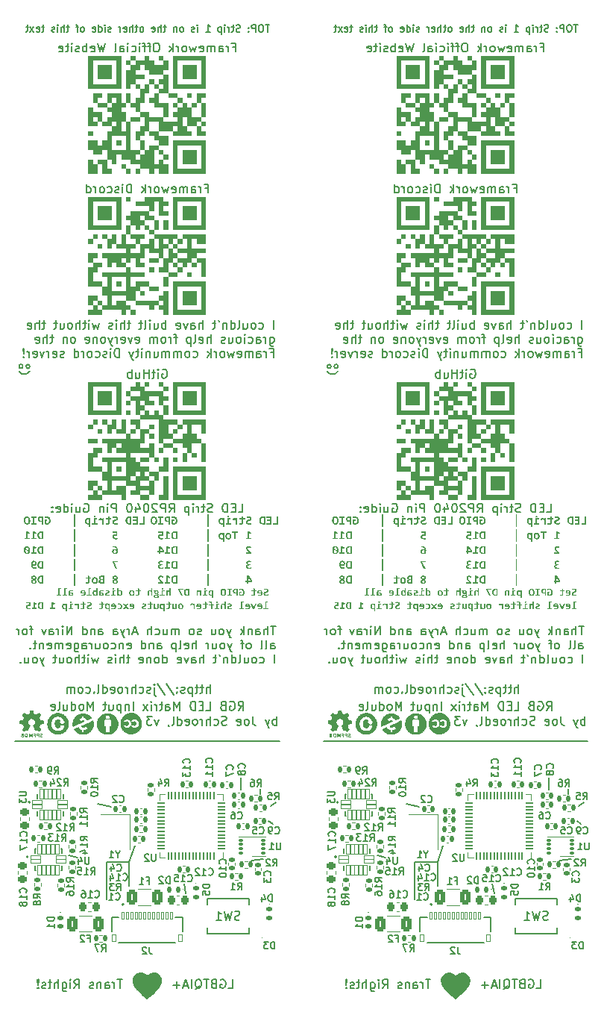
<source format=gbo>
G04 #@! TF.GenerationSoftware,KiCad,Pcbnew,8.0.1*
G04 #@! TF.CreationDate,2024-03-31T21:58:01-04:00*
G04 #@! TF.ProjectId,RGB-Panel,5247422d-5061-46e6-956c-2e6b69636164,V3.0*
G04 #@! TF.SameCoordinates,Original*
G04 #@! TF.FileFunction,Legend,Bot*
G04 #@! TF.FilePolarity,Positive*
%FSLAX46Y46*%
G04 Gerber Fmt 4.6, Leading zero omitted, Abs format (unit mm)*
G04 Created by KiCad (PCBNEW 8.0.1) date 2024-03-31 21:58:01*
%MOMM*%
%LPD*%
G01*
G04 APERTURE LIST*
G04 Aperture macros list*
%AMRoundRect*
0 Rectangle with rounded corners*
0 $1 Rounding radius*
0 $2 $3 $4 $5 $6 $7 $8 $9 X,Y pos of 4 corners*
0 Add a 4 corners polygon primitive as box body*
4,1,4,$2,$3,$4,$5,$6,$7,$8,$9,$2,$3,0*
0 Add four circle primitives for the rounded corners*
1,1,$1+$1,$2,$3*
1,1,$1+$1,$4,$5*
1,1,$1+$1,$6,$7*
1,1,$1+$1,$8,$9*
0 Add four rect primitives between the rounded corners*
20,1,$1+$1,$2,$3,$4,$5,0*
20,1,$1+$1,$4,$5,$6,$7,0*
20,1,$1+$1,$6,$7,$8,$9,0*
20,1,$1+$1,$8,$9,$2,$3,0*%
G04 Aperture macros list end*
%ADD10C,0.150000*%
%ADD11C,0.180000*%
%ADD12C,0.200000*%
%ADD13C,0.140000*%
%ADD14C,0.000000*%
%ADD15C,0.120000*%
%ADD16C,0.127000*%
%ADD17C,0.100000*%
%ADD18C,0.152400*%
%ADD19RoundRect,0.225000X-0.225000X-0.250000X0.225000X-0.250000X0.225000X0.250000X-0.225000X0.250000X0*%
%ADD20RoundRect,0.135000X0.185000X-0.135000X0.185000X0.135000X-0.185000X0.135000X-0.185000X-0.135000X0*%
%ADD21R,1.200000X1.400000*%
%ADD22RoundRect,0.013920X0.518080X0.218080X-0.518080X0.218080X-0.518080X-0.218080X0.518080X-0.218080X0*%
%ADD23RoundRect,0.013920X-0.218080X0.518080X-0.218080X-0.518080X0.218080X-0.518080X0.218080X0.518080X0*%
%ADD24RoundRect,0.250000X0.312500X0.625000X-0.312500X0.625000X-0.312500X-0.625000X0.312500X-0.625000X0*%
%ADD25RoundRect,0.135000X-0.135000X-0.185000X0.135000X-0.185000X0.135000X0.185000X-0.135000X0.185000X0*%
%ADD26RoundRect,0.147500X0.147500X0.172500X-0.147500X0.172500X-0.147500X-0.172500X0.147500X-0.172500X0*%
%ADD27RoundRect,0.135000X0.135000X0.185000X-0.135000X0.185000X-0.135000X-0.185000X0.135000X-0.185000X0*%
%ADD28R,1.250000X0.760000*%
%ADD29RoundRect,0.050000X0.150000X0.400000X-0.150000X0.400000X-0.150000X-0.400000X0.150000X-0.400000X0*%
%ADD30RoundRect,0.050000X0.200000X0.400000X-0.200000X0.400000X-0.200000X-0.400000X0.200000X-0.400000X0*%
%ADD31RoundRect,0.147500X-0.172500X0.147500X-0.172500X-0.147500X0.172500X-0.147500X0.172500X0.147500X0*%
%ADD32RoundRect,0.140000X-0.140000X-0.170000X0.140000X-0.170000X0.140000X0.170000X-0.140000X0.170000X0*%
%ADD33RoundRect,0.140000X0.140000X0.170000X-0.140000X0.170000X-0.140000X-0.170000X0.140000X-0.170000X0*%
%ADD34RoundRect,0.140000X-0.170000X0.140000X-0.170000X-0.140000X0.170000X-0.140000X0.170000X0.140000X0*%
%ADD35RoundRect,0.135000X-0.185000X0.135000X-0.185000X-0.135000X0.185000X-0.135000X0.185000X0.135000X0*%
%ADD36RoundRect,0.075000X-0.187500X-0.075000X0.187500X-0.075000X0.187500X0.075000X-0.187500X0.075000X0*%
%ADD37R,0.300000X1.700000*%
%ADD38C,3.000000*%
%ADD39RoundRect,0.225000X-0.250000X0.225000X-0.250000X-0.225000X0.250000X-0.225000X0.250000X0.225000X0*%
%ADD40RoundRect,0.050000X0.050000X-0.387500X0.050000X0.387500X-0.050000X0.387500X-0.050000X-0.387500X0*%
%ADD41RoundRect,0.050000X0.387500X-0.050000X0.387500X0.050000X-0.387500X0.050000X-0.387500X-0.050000X0*%
%ADD42R,3.200000X3.200000*%
%ADD43RoundRect,0.147500X0.017678X-0.226274X0.226274X-0.017678X-0.017678X0.226274X-0.226274X0.017678X0*%
%ADD44R,2.000000X2.000000*%
%ADD45R,1.500000X1.500000*%
%ADD46C,0.500000*%
%ADD47C,1.152000*%
G04 APERTURE END LIST*
D10*
X136374895Y-27397295D02*
X135917752Y-27397295D01*
X136146324Y-28197295D02*
X136146324Y-27397295D01*
X135498704Y-27397295D02*
X135346323Y-27397295D01*
X135346323Y-27397295D02*
X135270133Y-27435390D01*
X135270133Y-27435390D02*
X135193942Y-27511580D01*
X135193942Y-27511580D02*
X135155847Y-27663961D01*
X135155847Y-27663961D02*
X135155847Y-27930628D01*
X135155847Y-27930628D02*
X135193942Y-28083009D01*
X135193942Y-28083009D02*
X135270133Y-28159200D01*
X135270133Y-28159200D02*
X135346323Y-28197295D01*
X135346323Y-28197295D02*
X135498704Y-28197295D01*
X135498704Y-28197295D02*
X135574895Y-28159200D01*
X135574895Y-28159200D02*
X135651085Y-28083009D01*
X135651085Y-28083009D02*
X135689181Y-27930628D01*
X135689181Y-27930628D02*
X135689181Y-27663961D01*
X135689181Y-27663961D02*
X135651085Y-27511580D01*
X135651085Y-27511580D02*
X135574895Y-27435390D01*
X135574895Y-27435390D02*
X135498704Y-27397295D01*
X134812990Y-28197295D02*
X134812990Y-27397295D01*
X134812990Y-27397295D02*
X134508228Y-27397295D01*
X134508228Y-27397295D02*
X134432038Y-27435390D01*
X134432038Y-27435390D02*
X134393943Y-27473485D01*
X134393943Y-27473485D02*
X134355847Y-27549676D01*
X134355847Y-27549676D02*
X134355847Y-27663961D01*
X134355847Y-27663961D02*
X134393943Y-27740152D01*
X134393943Y-27740152D02*
X134432038Y-27778247D01*
X134432038Y-27778247D02*
X134508228Y-27816342D01*
X134508228Y-27816342D02*
X134812990Y-27816342D01*
X134012990Y-28121104D02*
X133974895Y-28159200D01*
X133974895Y-28159200D02*
X134012990Y-28197295D01*
X134012990Y-28197295D02*
X134051086Y-28159200D01*
X134051086Y-28159200D02*
X134012990Y-28121104D01*
X134012990Y-28121104D02*
X134012990Y-28197295D01*
X134012990Y-27702057D02*
X133974895Y-27740152D01*
X133974895Y-27740152D02*
X134012990Y-27778247D01*
X134012990Y-27778247D02*
X134051086Y-27740152D01*
X134051086Y-27740152D02*
X134012990Y-27702057D01*
X134012990Y-27702057D02*
X134012990Y-27778247D01*
X133060610Y-28159200D02*
X132946324Y-28197295D01*
X132946324Y-28197295D02*
X132755848Y-28197295D01*
X132755848Y-28197295D02*
X132679657Y-28159200D01*
X132679657Y-28159200D02*
X132641562Y-28121104D01*
X132641562Y-28121104D02*
X132603467Y-28044914D01*
X132603467Y-28044914D02*
X132603467Y-27968723D01*
X132603467Y-27968723D02*
X132641562Y-27892533D01*
X132641562Y-27892533D02*
X132679657Y-27854438D01*
X132679657Y-27854438D02*
X132755848Y-27816342D01*
X132755848Y-27816342D02*
X132908229Y-27778247D01*
X132908229Y-27778247D02*
X132984419Y-27740152D01*
X132984419Y-27740152D02*
X133022514Y-27702057D01*
X133022514Y-27702057D02*
X133060610Y-27625866D01*
X133060610Y-27625866D02*
X133060610Y-27549676D01*
X133060610Y-27549676D02*
X133022514Y-27473485D01*
X133022514Y-27473485D02*
X132984419Y-27435390D01*
X132984419Y-27435390D02*
X132908229Y-27397295D01*
X132908229Y-27397295D02*
X132717752Y-27397295D01*
X132717752Y-27397295D02*
X132603467Y-27435390D01*
X132374895Y-27663961D02*
X132070133Y-27663961D01*
X132260609Y-27397295D02*
X132260609Y-28083009D01*
X132260609Y-28083009D02*
X132222514Y-28159200D01*
X132222514Y-28159200D02*
X132146324Y-28197295D01*
X132146324Y-28197295D02*
X132070133Y-28197295D01*
X131803466Y-28197295D02*
X131803466Y-27663961D01*
X131803466Y-27816342D02*
X131765371Y-27740152D01*
X131765371Y-27740152D02*
X131727276Y-27702057D01*
X131727276Y-27702057D02*
X131651085Y-27663961D01*
X131651085Y-27663961D02*
X131574895Y-27663961D01*
X131308228Y-28197295D02*
X131308228Y-27663961D01*
X131308228Y-27397295D02*
X131346324Y-27435390D01*
X131346324Y-27435390D02*
X131308228Y-27473485D01*
X131308228Y-27473485D02*
X131270133Y-27435390D01*
X131270133Y-27435390D02*
X131308228Y-27397295D01*
X131308228Y-27397295D02*
X131308228Y-27473485D01*
X130927276Y-27663961D02*
X130927276Y-28463961D01*
X130927276Y-27702057D02*
X130851086Y-27663961D01*
X130851086Y-27663961D02*
X130698705Y-27663961D01*
X130698705Y-27663961D02*
X130622514Y-27702057D01*
X130622514Y-27702057D02*
X130584419Y-27740152D01*
X130584419Y-27740152D02*
X130546324Y-27816342D01*
X130546324Y-27816342D02*
X130546324Y-28044914D01*
X130546324Y-28044914D02*
X130584419Y-28121104D01*
X130584419Y-28121104D02*
X130622514Y-28159200D01*
X130622514Y-28159200D02*
X130698705Y-28197295D01*
X130698705Y-28197295D02*
X130851086Y-28197295D01*
X130851086Y-28197295D02*
X130927276Y-28159200D01*
X129174895Y-28197295D02*
X129632038Y-28197295D01*
X129403466Y-28197295D02*
X129403466Y-27397295D01*
X129403466Y-27397295D02*
X129479657Y-27511580D01*
X129479657Y-27511580D02*
X129555847Y-27587771D01*
X129555847Y-27587771D02*
X129632038Y-27625866D01*
X128222513Y-28197295D02*
X128222513Y-27663961D01*
X128222513Y-27397295D02*
X128260609Y-27435390D01*
X128260609Y-27435390D02*
X128222513Y-27473485D01*
X128222513Y-27473485D02*
X128184418Y-27435390D01*
X128184418Y-27435390D02*
X128222513Y-27397295D01*
X128222513Y-27397295D02*
X128222513Y-27473485D01*
X127879657Y-28159200D02*
X127803466Y-28197295D01*
X127803466Y-28197295D02*
X127651085Y-28197295D01*
X127651085Y-28197295D02*
X127574895Y-28159200D01*
X127574895Y-28159200D02*
X127536799Y-28083009D01*
X127536799Y-28083009D02*
X127536799Y-28044914D01*
X127536799Y-28044914D02*
X127574895Y-27968723D01*
X127574895Y-27968723D02*
X127651085Y-27930628D01*
X127651085Y-27930628D02*
X127765371Y-27930628D01*
X127765371Y-27930628D02*
X127841561Y-27892533D01*
X127841561Y-27892533D02*
X127879657Y-27816342D01*
X127879657Y-27816342D02*
X127879657Y-27778247D01*
X127879657Y-27778247D02*
X127841561Y-27702057D01*
X127841561Y-27702057D02*
X127765371Y-27663961D01*
X127765371Y-27663961D02*
X127651085Y-27663961D01*
X127651085Y-27663961D02*
X127574895Y-27702057D01*
X126470133Y-28197295D02*
X126546323Y-28159200D01*
X126546323Y-28159200D02*
X126584418Y-28121104D01*
X126584418Y-28121104D02*
X126622514Y-28044914D01*
X126622514Y-28044914D02*
X126622514Y-27816342D01*
X126622514Y-27816342D02*
X126584418Y-27740152D01*
X126584418Y-27740152D02*
X126546323Y-27702057D01*
X126546323Y-27702057D02*
X126470133Y-27663961D01*
X126470133Y-27663961D02*
X126355847Y-27663961D01*
X126355847Y-27663961D02*
X126279656Y-27702057D01*
X126279656Y-27702057D02*
X126241561Y-27740152D01*
X126241561Y-27740152D02*
X126203466Y-27816342D01*
X126203466Y-27816342D02*
X126203466Y-28044914D01*
X126203466Y-28044914D02*
X126241561Y-28121104D01*
X126241561Y-28121104D02*
X126279656Y-28159200D01*
X126279656Y-28159200D02*
X126355847Y-28197295D01*
X126355847Y-28197295D02*
X126470133Y-28197295D01*
X125860608Y-27663961D02*
X125860608Y-28197295D01*
X125860608Y-27740152D02*
X125822513Y-27702057D01*
X125822513Y-27702057D02*
X125746323Y-27663961D01*
X125746323Y-27663961D02*
X125632037Y-27663961D01*
X125632037Y-27663961D02*
X125555846Y-27702057D01*
X125555846Y-27702057D02*
X125517751Y-27778247D01*
X125517751Y-27778247D02*
X125517751Y-28197295D01*
X124641560Y-27663961D02*
X124336798Y-27663961D01*
X124527274Y-27397295D02*
X124527274Y-28083009D01*
X124527274Y-28083009D02*
X124489179Y-28159200D01*
X124489179Y-28159200D02*
X124412989Y-28197295D01*
X124412989Y-28197295D02*
X124336798Y-28197295D01*
X124070131Y-28197295D02*
X124070131Y-27397295D01*
X123727274Y-28197295D02*
X123727274Y-27778247D01*
X123727274Y-27778247D02*
X123765369Y-27702057D01*
X123765369Y-27702057D02*
X123841560Y-27663961D01*
X123841560Y-27663961D02*
X123955846Y-27663961D01*
X123955846Y-27663961D02*
X124032036Y-27702057D01*
X124032036Y-27702057D02*
X124070131Y-27740152D01*
X123041559Y-28159200D02*
X123117750Y-28197295D01*
X123117750Y-28197295D02*
X123270131Y-28197295D01*
X123270131Y-28197295D02*
X123346321Y-28159200D01*
X123346321Y-28159200D02*
X123384417Y-28083009D01*
X123384417Y-28083009D02*
X123384417Y-27778247D01*
X123384417Y-27778247D02*
X123346321Y-27702057D01*
X123346321Y-27702057D02*
X123270131Y-27663961D01*
X123270131Y-27663961D02*
X123117750Y-27663961D01*
X123117750Y-27663961D02*
X123041559Y-27702057D01*
X123041559Y-27702057D02*
X123003464Y-27778247D01*
X123003464Y-27778247D02*
X123003464Y-27854438D01*
X123003464Y-27854438D02*
X123384417Y-27930628D01*
X121936798Y-28197295D02*
X122012988Y-28159200D01*
X122012988Y-28159200D02*
X122051083Y-28121104D01*
X122051083Y-28121104D02*
X122089179Y-28044914D01*
X122089179Y-28044914D02*
X122089179Y-27816342D01*
X122089179Y-27816342D02*
X122051083Y-27740152D01*
X122051083Y-27740152D02*
X122012988Y-27702057D01*
X122012988Y-27702057D02*
X121936798Y-27663961D01*
X121936798Y-27663961D02*
X121822512Y-27663961D01*
X121822512Y-27663961D02*
X121746321Y-27702057D01*
X121746321Y-27702057D02*
X121708226Y-27740152D01*
X121708226Y-27740152D02*
X121670131Y-27816342D01*
X121670131Y-27816342D02*
X121670131Y-28044914D01*
X121670131Y-28044914D02*
X121708226Y-28121104D01*
X121708226Y-28121104D02*
X121746321Y-28159200D01*
X121746321Y-28159200D02*
X121822512Y-28197295D01*
X121822512Y-28197295D02*
X121936798Y-28197295D01*
X121441559Y-27663961D02*
X121136797Y-27663961D01*
X121327273Y-27397295D02*
X121327273Y-28083009D01*
X121327273Y-28083009D02*
X121289178Y-28159200D01*
X121289178Y-28159200D02*
X121212988Y-28197295D01*
X121212988Y-28197295D02*
X121136797Y-28197295D01*
X120870130Y-28197295D02*
X120870130Y-27397295D01*
X120527273Y-28197295D02*
X120527273Y-27778247D01*
X120527273Y-27778247D02*
X120565368Y-27702057D01*
X120565368Y-27702057D02*
X120641559Y-27663961D01*
X120641559Y-27663961D02*
X120755845Y-27663961D01*
X120755845Y-27663961D02*
X120832035Y-27702057D01*
X120832035Y-27702057D02*
X120870130Y-27740152D01*
X119841558Y-28159200D02*
X119917749Y-28197295D01*
X119917749Y-28197295D02*
X120070130Y-28197295D01*
X120070130Y-28197295D02*
X120146320Y-28159200D01*
X120146320Y-28159200D02*
X120184416Y-28083009D01*
X120184416Y-28083009D02*
X120184416Y-27778247D01*
X120184416Y-27778247D02*
X120146320Y-27702057D01*
X120146320Y-27702057D02*
X120070130Y-27663961D01*
X120070130Y-27663961D02*
X119917749Y-27663961D01*
X119917749Y-27663961D02*
X119841558Y-27702057D01*
X119841558Y-27702057D02*
X119803463Y-27778247D01*
X119803463Y-27778247D02*
X119803463Y-27854438D01*
X119803463Y-27854438D02*
X120184416Y-27930628D01*
X119460606Y-28197295D02*
X119460606Y-27663961D01*
X119460606Y-27816342D02*
X119422511Y-27740152D01*
X119422511Y-27740152D02*
X119384416Y-27702057D01*
X119384416Y-27702057D02*
X119308225Y-27663961D01*
X119308225Y-27663961D02*
X119232035Y-27663961D01*
X118393940Y-28159200D02*
X118317749Y-28197295D01*
X118317749Y-28197295D02*
X118165368Y-28197295D01*
X118165368Y-28197295D02*
X118089178Y-28159200D01*
X118089178Y-28159200D02*
X118051082Y-28083009D01*
X118051082Y-28083009D02*
X118051082Y-28044914D01*
X118051082Y-28044914D02*
X118089178Y-27968723D01*
X118089178Y-27968723D02*
X118165368Y-27930628D01*
X118165368Y-27930628D02*
X118279654Y-27930628D01*
X118279654Y-27930628D02*
X118355844Y-27892533D01*
X118355844Y-27892533D02*
X118393940Y-27816342D01*
X118393940Y-27816342D02*
X118393940Y-27778247D01*
X118393940Y-27778247D02*
X118355844Y-27702057D01*
X118355844Y-27702057D02*
X118279654Y-27663961D01*
X118279654Y-27663961D02*
X118165368Y-27663961D01*
X118165368Y-27663961D02*
X118089178Y-27702057D01*
X117708225Y-28197295D02*
X117708225Y-27663961D01*
X117708225Y-27397295D02*
X117746321Y-27435390D01*
X117746321Y-27435390D02*
X117708225Y-27473485D01*
X117708225Y-27473485D02*
X117670130Y-27435390D01*
X117670130Y-27435390D02*
X117708225Y-27397295D01*
X117708225Y-27397295D02*
X117708225Y-27473485D01*
X116984416Y-28197295D02*
X116984416Y-27397295D01*
X116984416Y-28159200D02*
X117060607Y-28197295D01*
X117060607Y-28197295D02*
X117212988Y-28197295D01*
X117212988Y-28197295D02*
X117289178Y-28159200D01*
X117289178Y-28159200D02*
X117327273Y-28121104D01*
X117327273Y-28121104D02*
X117365369Y-28044914D01*
X117365369Y-28044914D02*
X117365369Y-27816342D01*
X117365369Y-27816342D02*
X117327273Y-27740152D01*
X117327273Y-27740152D02*
X117289178Y-27702057D01*
X117289178Y-27702057D02*
X117212988Y-27663961D01*
X117212988Y-27663961D02*
X117060607Y-27663961D01*
X117060607Y-27663961D02*
X116984416Y-27702057D01*
X116298701Y-28159200D02*
X116374892Y-28197295D01*
X116374892Y-28197295D02*
X116527273Y-28197295D01*
X116527273Y-28197295D02*
X116603463Y-28159200D01*
X116603463Y-28159200D02*
X116641559Y-28083009D01*
X116641559Y-28083009D02*
X116641559Y-27778247D01*
X116641559Y-27778247D02*
X116603463Y-27702057D01*
X116603463Y-27702057D02*
X116527273Y-27663961D01*
X116527273Y-27663961D02*
X116374892Y-27663961D01*
X116374892Y-27663961D02*
X116298701Y-27702057D01*
X116298701Y-27702057D02*
X116260606Y-27778247D01*
X116260606Y-27778247D02*
X116260606Y-27854438D01*
X116260606Y-27854438D02*
X116641559Y-27930628D01*
X115193940Y-28197295D02*
X115270130Y-28159200D01*
X115270130Y-28159200D02*
X115308225Y-28121104D01*
X115308225Y-28121104D02*
X115346321Y-28044914D01*
X115346321Y-28044914D02*
X115346321Y-27816342D01*
X115346321Y-27816342D02*
X115308225Y-27740152D01*
X115308225Y-27740152D02*
X115270130Y-27702057D01*
X115270130Y-27702057D02*
X115193940Y-27663961D01*
X115193940Y-27663961D02*
X115079654Y-27663961D01*
X115079654Y-27663961D02*
X115003463Y-27702057D01*
X115003463Y-27702057D02*
X114965368Y-27740152D01*
X114965368Y-27740152D02*
X114927273Y-27816342D01*
X114927273Y-27816342D02*
X114927273Y-28044914D01*
X114927273Y-28044914D02*
X114965368Y-28121104D01*
X114965368Y-28121104D02*
X115003463Y-28159200D01*
X115003463Y-28159200D02*
X115079654Y-28197295D01*
X115079654Y-28197295D02*
X115193940Y-28197295D01*
X114698701Y-27663961D02*
X114393939Y-27663961D01*
X114584415Y-28197295D02*
X114584415Y-27511580D01*
X114584415Y-27511580D02*
X114546320Y-27435390D01*
X114546320Y-27435390D02*
X114470130Y-27397295D01*
X114470130Y-27397295D02*
X114393939Y-27397295D01*
X113632034Y-27663961D02*
X113327272Y-27663961D01*
X113517748Y-27397295D02*
X113517748Y-28083009D01*
X113517748Y-28083009D02*
X113479653Y-28159200D01*
X113479653Y-28159200D02*
X113403463Y-28197295D01*
X113403463Y-28197295D02*
X113327272Y-28197295D01*
X113060605Y-28197295D02*
X113060605Y-27397295D01*
X112717748Y-28197295D02*
X112717748Y-27778247D01*
X112717748Y-27778247D02*
X112755843Y-27702057D01*
X112755843Y-27702057D02*
X112832034Y-27663961D01*
X112832034Y-27663961D02*
X112946320Y-27663961D01*
X112946320Y-27663961D02*
X113022510Y-27702057D01*
X113022510Y-27702057D02*
X113060605Y-27740152D01*
X112336795Y-28197295D02*
X112336795Y-27663961D01*
X112336795Y-27397295D02*
X112374891Y-27435390D01*
X112374891Y-27435390D02*
X112336795Y-27473485D01*
X112336795Y-27473485D02*
X112298700Y-27435390D01*
X112298700Y-27435390D02*
X112336795Y-27397295D01*
X112336795Y-27397295D02*
X112336795Y-27473485D01*
X111993939Y-28159200D02*
X111917748Y-28197295D01*
X111917748Y-28197295D02*
X111765367Y-28197295D01*
X111765367Y-28197295D02*
X111689177Y-28159200D01*
X111689177Y-28159200D02*
X111651081Y-28083009D01*
X111651081Y-28083009D02*
X111651081Y-28044914D01*
X111651081Y-28044914D02*
X111689177Y-27968723D01*
X111689177Y-27968723D02*
X111765367Y-27930628D01*
X111765367Y-27930628D02*
X111879653Y-27930628D01*
X111879653Y-27930628D02*
X111955843Y-27892533D01*
X111955843Y-27892533D02*
X111993939Y-27816342D01*
X111993939Y-27816342D02*
X111993939Y-27778247D01*
X111993939Y-27778247D02*
X111955843Y-27702057D01*
X111955843Y-27702057D02*
X111879653Y-27663961D01*
X111879653Y-27663961D02*
X111765367Y-27663961D01*
X111765367Y-27663961D02*
X111689177Y-27702057D01*
X110812986Y-27663961D02*
X110508224Y-27663961D01*
X110698700Y-27397295D02*
X110698700Y-28083009D01*
X110698700Y-28083009D02*
X110660605Y-28159200D01*
X110660605Y-28159200D02*
X110584415Y-28197295D01*
X110584415Y-28197295D02*
X110508224Y-28197295D01*
X109936795Y-28159200D02*
X110012986Y-28197295D01*
X110012986Y-28197295D02*
X110165367Y-28197295D01*
X110165367Y-28197295D02*
X110241557Y-28159200D01*
X110241557Y-28159200D02*
X110279653Y-28083009D01*
X110279653Y-28083009D02*
X110279653Y-27778247D01*
X110279653Y-27778247D02*
X110241557Y-27702057D01*
X110241557Y-27702057D02*
X110165367Y-27663961D01*
X110165367Y-27663961D02*
X110012986Y-27663961D01*
X110012986Y-27663961D02*
X109936795Y-27702057D01*
X109936795Y-27702057D02*
X109898700Y-27778247D01*
X109898700Y-27778247D02*
X109898700Y-27854438D01*
X109898700Y-27854438D02*
X110279653Y-27930628D01*
X109632034Y-28197295D02*
X109212986Y-27663961D01*
X109632034Y-27663961D02*
X109212986Y-28197295D01*
X109022510Y-27663961D02*
X108717748Y-27663961D01*
X108908224Y-27397295D02*
X108908224Y-28083009D01*
X108908224Y-28083009D02*
X108870129Y-28159200D01*
X108870129Y-28159200D02*
X108793939Y-28197295D01*
X108793939Y-28197295D02*
X108717748Y-28197295D01*
X97859657Y-105162819D02*
X98192990Y-104686628D01*
X98431085Y-105162819D02*
X98431085Y-104162819D01*
X98431085Y-104162819D02*
X98050133Y-104162819D01*
X98050133Y-104162819D02*
X97954895Y-104210438D01*
X97954895Y-104210438D02*
X97907276Y-104258057D01*
X97907276Y-104258057D02*
X97859657Y-104353295D01*
X97859657Y-104353295D02*
X97859657Y-104496152D01*
X97859657Y-104496152D02*
X97907276Y-104591390D01*
X97907276Y-104591390D02*
X97954895Y-104639009D01*
X97954895Y-104639009D02*
X98050133Y-104686628D01*
X98050133Y-104686628D02*
X98431085Y-104686628D01*
X96907276Y-104210438D02*
X97002514Y-104162819D01*
X97002514Y-104162819D02*
X97145371Y-104162819D01*
X97145371Y-104162819D02*
X97288228Y-104210438D01*
X97288228Y-104210438D02*
X97383466Y-104305676D01*
X97383466Y-104305676D02*
X97431085Y-104400914D01*
X97431085Y-104400914D02*
X97478704Y-104591390D01*
X97478704Y-104591390D02*
X97478704Y-104734247D01*
X97478704Y-104734247D02*
X97431085Y-104924723D01*
X97431085Y-104924723D02*
X97383466Y-105019961D01*
X97383466Y-105019961D02*
X97288228Y-105115200D01*
X97288228Y-105115200D02*
X97145371Y-105162819D01*
X97145371Y-105162819D02*
X97050133Y-105162819D01*
X97050133Y-105162819D02*
X96907276Y-105115200D01*
X96907276Y-105115200D02*
X96859657Y-105067580D01*
X96859657Y-105067580D02*
X96859657Y-104734247D01*
X96859657Y-104734247D02*
X97050133Y-104734247D01*
X96097752Y-104639009D02*
X95954895Y-104686628D01*
X95954895Y-104686628D02*
X95907276Y-104734247D01*
X95907276Y-104734247D02*
X95859657Y-104829485D01*
X95859657Y-104829485D02*
X95859657Y-104972342D01*
X95859657Y-104972342D02*
X95907276Y-105067580D01*
X95907276Y-105067580D02*
X95954895Y-105115200D01*
X95954895Y-105115200D02*
X96050133Y-105162819D01*
X96050133Y-105162819D02*
X96431085Y-105162819D01*
X96431085Y-105162819D02*
X96431085Y-104162819D01*
X96431085Y-104162819D02*
X96097752Y-104162819D01*
X96097752Y-104162819D02*
X96002514Y-104210438D01*
X96002514Y-104210438D02*
X95954895Y-104258057D01*
X95954895Y-104258057D02*
X95907276Y-104353295D01*
X95907276Y-104353295D02*
X95907276Y-104448533D01*
X95907276Y-104448533D02*
X95954895Y-104543771D01*
X95954895Y-104543771D02*
X96002514Y-104591390D01*
X96002514Y-104591390D02*
X96097752Y-104639009D01*
X96097752Y-104639009D02*
X96431085Y-104639009D01*
X94192990Y-105162819D02*
X94669180Y-105162819D01*
X94669180Y-105162819D02*
X94669180Y-104162819D01*
X93859656Y-104639009D02*
X93526323Y-104639009D01*
X93383466Y-105162819D02*
X93859656Y-105162819D01*
X93859656Y-105162819D02*
X93859656Y-104162819D01*
X93859656Y-104162819D02*
X93383466Y-104162819D01*
X92954894Y-105162819D02*
X92954894Y-104162819D01*
X92954894Y-104162819D02*
X92716799Y-104162819D01*
X92716799Y-104162819D02*
X92573942Y-104210438D01*
X92573942Y-104210438D02*
X92478704Y-104305676D01*
X92478704Y-104305676D02*
X92431085Y-104400914D01*
X92431085Y-104400914D02*
X92383466Y-104591390D01*
X92383466Y-104591390D02*
X92383466Y-104734247D01*
X92383466Y-104734247D02*
X92431085Y-104924723D01*
X92431085Y-104924723D02*
X92478704Y-105019961D01*
X92478704Y-105019961D02*
X92573942Y-105115200D01*
X92573942Y-105115200D02*
X92716799Y-105162819D01*
X92716799Y-105162819D02*
X92954894Y-105162819D01*
X91192989Y-105162819D02*
X91192989Y-104162819D01*
X91192989Y-104162819D02*
X90859656Y-104877104D01*
X90859656Y-104877104D02*
X90526323Y-104162819D01*
X90526323Y-104162819D02*
X90526323Y-105162819D01*
X89621561Y-105162819D02*
X89621561Y-104639009D01*
X89621561Y-104639009D02*
X89669180Y-104543771D01*
X89669180Y-104543771D02*
X89764418Y-104496152D01*
X89764418Y-104496152D02*
X89954894Y-104496152D01*
X89954894Y-104496152D02*
X90050132Y-104543771D01*
X89621561Y-105115200D02*
X89716799Y-105162819D01*
X89716799Y-105162819D02*
X89954894Y-105162819D01*
X89954894Y-105162819D02*
X90050132Y-105115200D01*
X90050132Y-105115200D02*
X90097751Y-105019961D01*
X90097751Y-105019961D02*
X90097751Y-104924723D01*
X90097751Y-104924723D02*
X90050132Y-104829485D01*
X90050132Y-104829485D02*
X89954894Y-104781866D01*
X89954894Y-104781866D02*
X89716799Y-104781866D01*
X89716799Y-104781866D02*
X89621561Y-104734247D01*
X89288227Y-104496152D02*
X88907275Y-104496152D01*
X89145370Y-104162819D02*
X89145370Y-105019961D01*
X89145370Y-105019961D02*
X89097751Y-105115200D01*
X89097751Y-105115200D02*
X89002513Y-105162819D01*
X89002513Y-105162819D02*
X88907275Y-105162819D01*
X88573941Y-105162819D02*
X88573941Y-104496152D01*
X88573941Y-104686628D02*
X88526322Y-104591390D01*
X88526322Y-104591390D02*
X88478703Y-104543771D01*
X88478703Y-104543771D02*
X88383465Y-104496152D01*
X88383465Y-104496152D02*
X88288227Y-104496152D01*
X87954893Y-105162819D02*
X87954893Y-104496152D01*
X87954893Y-104162819D02*
X88002512Y-104210438D01*
X88002512Y-104210438D02*
X87954893Y-104258057D01*
X87954893Y-104258057D02*
X87907274Y-104210438D01*
X87907274Y-104210438D02*
X87954893Y-104162819D01*
X87954893Y-104162819D02*
X87954893Y-104258057D01*
X87573941Y-105162819D02*
X87050132Y-104496152D01*
X87573941Y-104496152D02*
X87050132Y-105162819D01*
X85907274Y-105162819D02*
X85907274Y-104162819D01*
X85431084Y-104496152D02*
X85431084Y-105162819D01*
X85431084Y-104591390D02*
X85383465Y-104543771D01*
X85383465Y-104543771D02*
X85288227Y-104496152D01*
X85288227Y-104496152D02*
X85145370Y-104496152D01*
X85145370Y-104496152D02*
X85050132Y-104543771D01*
X85050132Y-104543771D02*
X85002513Y-104639009D01*
X85002513Y-104639009D02*
X85002513Y-105162819D01*
X84526322Y-104496152D02*
X84526322Y-105496152D01*
X84526322Y-104543771D02*
X84431084Y-104496152D01*
X84431084Y-104496152D02*
X84240608Y-104496152D01*
X84240608Y-104496152D02*
X84145370Y-104543771D01*
X84145370Y-104543771D02*
X84097751Y-104591390D01*
X84097751Y-104591390D02*
X84050132Y-104686628D01*
X84050132Y-104686628D02*
X84050132Y-104972342D01*
X84050132Y-104972342D02*
X84097751Y-105067580D01*
X84097751Y-105067580D02*
X84145370Y-105115200D01*
X84145370Y-105115200D02*
X84240608Y-105162819D01*
X84240608Y-105162819D02*
X84431084Y-105162819D01*
X84431084Y-105162819D02*
X84526322Y-105115200D01*
X83192989Y-104496152D02*
X83192989Y-105162819D01*
X83621560Y-104496152D02*
X83621560Y-105019961D01*
X83621560Y-105019961D02*
X83573941Y-105115200D01*
X83573941Y-105115200D02*
X83478703Y-105162819D01*
X83478703Y-105162819D02*
X83335846Y-105162819D01*
X83335846Y-105162819D02*
X83240608Y-105115200D01*
X83240608Y-105115200D02*
X83192989Y-105067580D01*
X82859655Y-104496152D02*
X82478703Y-104496152D01*
X82716798Y-104162819D02*
X82716798Y-105019961D01*
X82716798Y-105019961D02*
X82669179Y-105115200D01*
X82669179Y-105115200D02*
X82573941Y-105162819D01*
X82573941Y-105162819D02*
X82478703Y-105162819D01*
X81383464Y-105162819D02*
X81383464Y-104162819D01*
X81383464Y-104162819D02*
X81050131Y-104877104D01*
X81050131Y-104877104D02*
X80716798Y-104162819D01*
X80716798Y-104162819D02*
X80716798Y-105162819D01*
X80097750Y-105162819D02*
X80192988Y-105115200D01*
X80192988Y-105115200D02*
X80240607Y-105067580D01*
X80240607Y-105067580D02*
X80288226Y-104972342D01*
X80288226Y-104972342D02*
X80288226Y-104686628D01*
X80288226Y-104686628D02*
X80240607Y-104591390D01*
X80240607Y-104591390D02*
X80192988Y-104543771D01*
X80192988Y-104543771D02*
X80097750Y-104496152D01*
X80097750Y-104496152D02*
X79954893Y-104496152D01*
X79954893Y-104496152D02*
X79859655Y-104543771D01*
X79859655Y-104543771D02*
X79812036Y-104591390D01*
X79812036Y-104591390D02*
X79764417Y-104686628D01*
X79764417Y-104686628D02*
X79764417Y-104972342D01*
X79764417Y-104972342D02*
X79812036Y-105067580D01*
X79812036Y-105067580D02*
X79859655Y-105115200D01*
X79859655Y-105115200D02*
X79954893Y-105162819D01*
X79954893Y-105162819D02*
X80097750Y-105162819D01*
X78907274Y-105162819D02*
X78907274Y-104162819D01*
X78907274Y-105115200D02*
X79002512Y-105162819D01*
X79002512Y-105162819D02*
X79192988Y-105162819D01*
X79192988Y-105162819D02*
X79288226Y-105115200D01*
X79288226Y-105115200D02*
X79335845Y-105067580D01*
X79335845Y-105067580D02*
X79383464Y-104972342D01*
X79383464Y-104972342D02*
X79383464Y-104686628D01*
X79383464Y-104686628D02*
X79335845Y-104591390D01*
X79335845Y-104591390D02*
X79288226Y-104543771D01*
X79288226Y-104543771D02*
X79192988Y-104496152D01*
X79192988Y-104496152D02*
X79002512Y-104496152D01*
X79002512Y-104496152D02*
X78907274Y-104543771D01*
X78002512Y-104496152D02*
X78002512Y-105162819D01*
X78431083Y-104496152D02*
X78431083Y-105019961D01*
X78431083Y-105019961D02*
X78383464Y-105115200D01*
X78383464Y-105115200D02*
X78288226Y-105162819D01*
X78288226Y-105162819D02*
X78145369Y-105162819D01*
X78145369Y-105162819D02*
X78050131Y-105115200D01*
X78050131Y-105115200D02*
X78002512Y-105067580D01*
X77383464Y-105162819D02*
X77478702Y-105115200D01*
X77478702Y-105115200D02*
X77526321Y-105019961D01*
X77526321Y-105019961D02*
X77526321Y-104162819D01*
X76621559Y-105115200D02*
X76716797Y-105162819D01*
X76716797Y-105162819D02*
X76907273Y-105162819D01*
X76907273Y-105162819D02*
X77002511Y-105115200D01*
X77002511Y-105115200D02*
X77050130Y-105019961D01*
X77050130Y-105019961D02*
X77050130Y-104639009D01*
X77050130Y-104639009D02*
X77002511Y-104543771D01*
X77002511Y-104543771D02*
X76907273Y-104496152D01*
X76907273Y-104496152D02*
X76716797Y-104496152D01*
X76716797Y-104496152D02*
X76621559Y-104543771D01*
X76621559Y-104543771D02*
X76573940Y-104639009D01*
X76573940Y-104639009D02*
X76573940Y-104734247D01*
X76573940Y-104734247D02*
X77050130Y-104829485D01*
X119686321Y-135717551D02*
X119114893Y-135717551D01*
X119400607Y-136717551D02*
X119400607Y-135717551D01*
X118781559Y-136717551D02*
X118781559Y-136050884D01*
X118781559Y-136241360D02*
X118733940Y-136146122D01*
X118733940Y-136146122D02*
X118686321Y-136098503D01*
X118686321Y-136098503D02*
X118591083Y-136050884D01*
X118591083Y-136050884D02*
X118495845Y-136050884D01*
X117733940Y-136717551D02*
X117733940Y-136193741D01*
X117733940Y-136193741D02*
X117781559Y-136098503D01*
X117781559Y-136098503D02*
X117876797Y-136050884D01*
X117876797Y-136050884D02*
X118067273Y-136050884D01*
X118067273Y-136050884D02*
X118162511Y-136098503D01*
X117733940Y-136669932D02*
X117829178Y-136717551D01*
X117829178Y-136717551D02*
X118067273Y-136717551D01*
X118067273Y-136717551D02*
X118162511Y-136669932D01*
X118162511Y-136669932D02*
X118210130Y-136574693D01*
X118210130Y-136574693D02*
X118210130Y-136479455D01*
X118210130Y-136479455D02*
X118162511Y-136384217D01*
X118162511Y-136384217D02*
X118067273Y-136336598D01*
X118067273Y-136336598D02*
X117829178Y-136336598D01*
X117829178Y-136336598D02*
X117733940Y-136288979D01*
X117257749Y-136050884D02*
X117257749Y-136717551D01*
X117257749Y-136146122D02*
X117210130Y-136098503D01*
X117210130Y-136098503D02*
X117114892Y-136050884D01*
X117114892Y-136050884D02*
X116972035Y-136050884D01*
X116972035Y-136050884D02*
X116876797Y-136098503D01*
X116876797Y-136098503D02*
X116829178Y-136193741D01*
X116829178Y-136193741D02*
X116829178Y-136717551D01*
X116400606Y-136669932D02*
X116305368Y-136717551D01*
X116305368Y-136717551D02*
X116114892Y-136717551D01*
X116114892Y-136717551D02*
X116019654Y-136669932D01*
X116019654Y-136669932D02*
X115972035Y-136574693D01*
X115972035Y-136574693D02*
X115972035Y-136527074D01*
X115972035Y-136527074D02*
X116019654Y-136431836D01*
X116019654Y-136431836D02*
X116114892Y-136384217D01*
X116114892Y-136384217D02*
X116257749Y-136384217D01*
X116257749Y-136384217D02*
X116352987Y-136336598D01*
X116352987Y-136336598D02*
X116400606Y-136241360D01*
X116400606Y-136241360D02*
X116400606Y-136193741D01*
X116400606Y-136193741D02*
X116352987Y-136098503D01*
X116352987Y-136098503D02*
X116257749Y-136050884D01*
X116257749Y-136050884D02*
X116114892Y-136050884D01*
X116114892Y-136050884D02*
X116019654Y-136098503D01*
X114210130Y-136717551D02*
X114543463Y-136241360D01*
X114781558Y-136717551D02*
X114781558Y-135717551D01*
X114781558Y-135717551D02*
X114400606Y-135717551D01*
X114400606Y-135717551D02*
X114305368Y-135765170D01*
X114305368Y-135765170D02*
X114257749Y-135812789D01*
X114257749Y-135812789D02*
X114210130Y-135908027D01*
X114210130Y-135908027D02*
X114210130Y-136050884D01*
X114210130Y-136050884D02*
X114257749Y-136146122D01*
X114257749Y-136146122D02*
X114305368Y-136193741D01*
X114305368Y-136193741D02*
X114400606Y-136241360D01*
X114400606Y-136241360D02*
X114781558Y-136241360D01*
X113781558Y-136717551D02*
X113781558Y-136050884D01*
X113781558Y-135717551D02*
X113829177Y-135765170D01*
X113829177Y-135765170D02*
X113781558Y-135812789D01*
X113781558Y-135812789D02*
X113733939Y-135765170D01*
X113733939Y-135765170D02*
X113781558Y-135717551D01*
X113781558Y-135717551D02*
X113781558Y-135812789D01*
X112876797Y-136050884D02*
X112876797Y-136860408D01*
X112876797Y-136860408D02*
X112924416Y-136955646D01*
X112924416Y-136955646D02*
X112972035Y-137003265D01*
X112972035Y-137003265D02*
X113067273Y-137050884D01*
X113067273Y-137050884D02*
X113210130Y-137050884D01*
X113210130Y-137050884D02*
X113305368Y-137003265D01*
X112876797Y-136669932D02*
X112972035Y-136717551D01*
X112972035Y-136717551D02*
X113162511Y-136717551D01*
X113162511Y-136717551D02*
X113257749Y-136669932D01*
X113257749Y-136669932D02*
X113305368Y-136622312D01*
X113305368Y-136622312D02*
X113352987Y-136527074D01*
X113352987Y-136527074D02*
X113352987Y-136241360D01*
X113352987Y-136241360D02*
X113305368Y-136146122D01*
X113305368Y-136146122D02*
X113257749Y-136098503D01*
X113257749Y-136098503D02*
X113162511Y-136050884D01*
X113162511Y-136050884D02*
X112972035Y-136050884D01*
X112972035Y-136050884D02*
X112876797Y-136098503D01*
X112400606Y-136717551D02*
X112400606Y-135717551D01*
X111972035Y-136717551D02*
X111972035Y-136193741D01*
X111972035Y-136193741D02*
X112019654Y-136098503D01*
X112019654Y-136098503D02*
X112114892Y-136050884D01*
X112114892Y-136050884D02*
X112257749Y-136050884D01*
X112257749Y-136050884D02*
X112352987Y-136098503D01*
X112352987Y-136098503D02*
X112400606Y-136146122D01*
X111638701Y-136050884D02*
X111257749Y-136050884D01*
X111495844Y-135717551D02*
X111495844Y-136574693D01*
X111495844Y-136574693D02*
X111448225Y-136669932D01*
X111448225Y-136669932D02*
X111352987Y-136717551D01*
X111352987Y-136717551D02*
X111257749Y-136717551D01*
X110972034Y-136669932D02*
X110876796Y-136717551D01*
X110876796Y-136717551D02*
X110686320Y-136717551D01*
X110686320Y-136717551D02*
X110591082Y-136669932D01*
X110591082Y-136669932D02*
X110543463Y-136574693D01*
X110543463Y-136574693D02*
X110543463Y-136527074D01*
X110543463Y-136527074D02*
X110591082Y-136431836D01*
X110591082Y-136431836D02*
X110686320Y-136384217D01*
X110686320Y-136384217D02*
X110829177Y-136384217D01*
X110829177Y-136384217D02*
X110924415Y-136336598D01*
X110924415Y-136336598D02*
X110972034Y-136241360D01*
X110972034Y-136241360D02*
X110972034Y-136193741D01*
X110972034Y-136193741D02*
X110924415Y-136098503D01*
X110924415Y-136098503D02*
X110829177Y-136050884D01*
X110829177Y-136050884D02*
X110686320Y-136050884D01*
X110686320Y-136050884D02*
X110591082Y-136098503D01*
X110114891Y-136622312D02*
X110067272Y-136669932D01*
X110067272Y-136669932D02*
X110114891Y-136717551D01*
X110114891Y-136717551D02*
X110162510Y-136669932D01*
X110162510Y-136669932D02*
X110114891Y-136622312D01*
X110114891Y-136622312D02*
X110114891Y-136717551D01*
X110114891Y-136336598D02*
X110162510Y-135765170D01*
X110162510Y-135765170D02*
X110114891Y-135717551D01*
X110114891Y-135717551D02*
X110067272Y-135765170D01*
X110067272Y-135765170D02*
X110114891Y-136336598D01*
X110114891Y-136336598D02*
X110114891Y-135717551D01*
X129097751Y-45949009D02*
X129431084Y-45949009D01*
X129431084Y-46472819D02*
X129431084Y-45472819D01*
X129431084Y-45472819D02*
X128954894Y-45472819D01*
X128573941Y-46472819D02*
X128573941Y-45806152D01*
X128573941Y-45996628D02*
X128526322Y-45901390D01*
X128526322Y-45901390D02*
X128478703Y-45853771D01*
X128478703Y-45853771D02*
X128383465Y-45806152D01*
X128383465Y-45806152D02*
X128288227Y-45806152D01*
X127526322Y-46472819D02*
X127526322Y-45949009D01*
X127526322Y-45949009D02*
X127573941Y-45853771D01*
X127573941Y-45853771D02*
X127669179Y-45806152D01*
X127669179Y-45806152D02*
X127859655Y-45806152D01*
X127859655Y-45806152D02*
X127954893Y-45853771D01*
X127526322Y-46425200D02*
X127621560Y-46472819D01*
X127621560Y-46472819D02*
X127859655Y-46472819D01*
X127859655Y-46472819D02*
X127954893Y-46425200D01*
X127954893Y-46425200D02*
X128002512Y-46329961D01*
X128002512Y-46329961D02*
X128002512Y-46234723D01*
X128002512Y-46234723D02*
X127954893Y-46139485D01*
X127954893Y-46139485D02*
X127859655Y-46091866D01*
X127859655Y-46091866D02*
X127621560Y-46091866D01*
X127621560Y-46091866D02*
X127526322Y-46044247D01*
X127050131Y-46472819D02*
X127050131Y-45806152D01*
X127050131Y-45901390D02*
X127002512Y-45853771D01*
X127002512Y-45853771D02*
X126907274Y-45806152D01*
X126907274Y-45806152D02*
X126764417Y-45806152D01*
X126764417Y-45806152D02*
X126669179Y-45853771D01*
X126669179Y-45853771D02*
X126621560Y-45949009D01*
X126621560Y-45949009D02*
X126621560Y-46472819D01*
X126621560Y-45949009D02*
X126573941Y-45853771D01*
X126573941Y-45853771D02*
X126478703Y-45806152D01*
X126478703Y-45806152D02*
X126335846Y-45806152D01*
X126335846Y-45806152D02*
X126240607Y-45853771D01*
X126240607Y-45853771D02*
X126192988Y-45949009D01*
X126192988Y-45949009D02*
X126192988Y-46472819D01*
X125335846Y-46425200D02*
X125431084Y-46472819D01*
X125431084Y-46472819D02*
X125621560Y-46472819D01*
X125621560Y-46472819D02*
X125716798Y-46425200D01*
X125716798Y-46425200D02*
X125764417Y-46329961D01*
X125764417Y-46329961D02*
X125764417Y-45949009D01*
X125764417Y-45949009D02*
X125716798Y-45853771D01*
X125716798Y-45853771D02*
X125621560Y-45806152D01*
X125621560Y-45806152D02*
X125431084Y-45806152D01*
X125431084Y-45806152D02*
X125335846Y-45853771D01*
X125335846Y-45853771D02*
X125288227Y-45949009D01*
X125288227Y-45949009D02*
X125288227Y-46044247D01*
X125288227Y-46044247D02*
X125764417Y-46139485D01*
X124954893Y-45806152D02*
X124764417Y-46472819D01*
X124764417Y-46472819D02*
X124573941Y-45996628D01*
X124573941Y-45996628D02*
X124383465Y-46472819D01*
X124383465Y-46472819D02*
X124192989Y-45806152D01*
X123669179Y-46472819D02*
X123764417Y-46425200D01*
X123764417Y-46425200D02*
X123812036Y-46377580D01*
X123812036Y-46377580D02*
X123859655Y-46282342D01*
X123859655Y-46282342D02*
X123859655Y-45996628D01*
X123859655Y-45996628D02*
X123812036Y-45901390D01*
X123812036Y-45901390D02*
X123764417Y-45853771D01*
X123764417Y-45853771D02*
X123669179Y-45806152D01*
X123669179Y-45806152D02*
X123526322Y-45806152D01*
X123526322Y-45806152D02*
X123431084Y-45853771D01*
X123431084Y-45853771D02*
X123383465Y-45901390D01*
X123383465Y-45901390D02*
X123335846Y-45996628D01*
X123335846Y-45996628D02*
X123335846Y-46282342D01*
X123335846Y-46282342D02*
X123383465Y-46377580D01*
X123383465Y-46377580D02*
X123431084Y-46425200D01*
X123431084Y-46425200D02*
X123526322Y-46472819D01*
X123526322Y-46472819D02*
X123669179Y-46472819D01*
X122907274Y-46472819D02*
X122907274Y-45806152D01*
X122907274Y-45996628D02*
X122859655Y-45901390D01*
X122859655Y-45901390D02*
X122812036Y-45853771D01*
X122812036Y-45853771D02*
X122716798Y-45806152D01*
X122716798Y-45806152D02*
X122621560Y-45806152D01*
X122288226Y-46472819D02*
X122288226Y-45472819D01*
X122192988Y-46091866D02*
X121907274Y-46472819D01*
X121907274Y-45806152D02*
X122288226Y-46187104D01*
X120716797Y-46472819D02*
X120716797Y-45472819D01*
X120716797Y-45472819D02*
X120478702Y-45472819D01*
X120478702Y-45472819D02*
X120335845Y-45520438D01*
X120335845Y-45520438D02*
X120240607Y-45615676D01*
X120240607Y-45615676D02*
X120192988Y-45710914D01*
X120192988Y-45710914D02*
X120145369Y-45901390D01*
X120145369Y-45901390D02*
X120145369Y-46044247D01*
X120145369Y-46044247D02*
X120192988Y-46234723D01*
X120192988Y-46234723D02*
X120240607Y-46329961D01*
X120240607Y-46329961D02*
X120335845Y-46425200D01*
X120335845Y-46425200D02*
X120478702Y-46472819D01*
X120478702Y-46472819D02*
X120716797Y-46472819D01*
X119716797Y-46472819D02*
X119716797Y-45806152D01*
X119716797Y-45472819D02*
X119764416Y-45520438D01*
X119764416Y-45520438D02*
X119716797Y-45568057D01*
X119716797Y-45568057D02*
X119669178Y-45520438D01*
X119669178Y-45520438D02*
X119716797Y-45472819D01*
X119716797Y-45472819D02*
X119716797Y-45568057D01*
X119288226Y-46425200D02*
X119192988Y-46472819D01*
X119192988Y-46472819D02*
X119002512Y-46472819D01*
X119002512Y-46472819D02*
X118907274Y-46425200D01*
X118907274Y-46425200D02*
X118859655Y-46329961D01*
X118859655Y-46329961D02*
X118859655Y-46282342D01*
X118859655Y-46282342D02*
X118907274Y-46187104D01*
X118907274Y-46187104D02*
X119002512Y-46139485D01*
X119002512Y-46139485D02*
X119145369Y-46139485D01*
X119145369Y-46139485D02*
X119240607Y-46091866D01*
X119240607Y-46091866D02*
X119288226Y-45996628D01*
X119288226Y-45996628D02*
X119288226Y-45949009D01*
X119288226Y-45949009D02*
X119240607Y-45853771D01*
X119240607Y-45853771D02*
X119145369Y-45806152D01*
X119145369Y-45806152D02*
X119002512Y-45806152D01*
X119002512Y-45806152D02*
X118907274Y-45853771D01*
X118002512Y-46425200D02*
X118097750Y-46472819D01*
X118097750Y-46472819D02*
X118288226Y-46472819D01*
X118288226Y-46472819D02*
X118383464Y-46425200D01*
X118383464Y-46425200D02*
X118431083Y-46377580D01*
X118431083Y-46377580D02*
X118478702Y-46282342D01*
X118478702Y-46282342D02*
X118478702Y-45996628D01*
X118478702Y-45996628D02*
X118431083Y-45901390D01*
X118431083Y-45901390D02*
X118383464Y-45853771D01*
X118383464Y-45853771D02*
X118288226Y-45806152D01*
X118288226Y-45806152D02*
X118097750Y-45806152D01*
X118097750Y-45806152D02*
X118002512Y-45853771D01*
X117431083Y-46472819D02*
X117526321Y-46425200D01*
X117526321Y-46425200D02*
X117573940Y-46377580D01*
X117573940Y-46377580D02*
X117621559Y-46282342D01*
X117621559Y-46282342D02*
X117621559Y-45996628D01*
X117621559Y-45996628D02*
X117573940Y-45901390D01*
X117573940Y-45901390D02*
X117526321Y-45853771D01*
X117526321Y-45853771D02*
X117431083Y-45806152D01*
X117431083Y-45806152D02*
X117288226Y-45806152D01*
X117288226Y-45806152D02*
X117192988Y-45853771D01*
X117192988Y-45853771D02*
X117145369Y-45901390D01*
X117145369Y-45901390D02*
X117097750Y-45996628D01*
X117097750Y-45996628D02*
X117097750Y-46282342D01*
X117097750Y-46282342D02*
X117145369Y-46377580D01*
X117145369Y-46377580D02*
X117192988Y-46425200D01*
X117192988Y-46425200D02*
X117288226Y-46472819D01*
X117288226Y-46472819D02*
X117431083Y-46472819D01*
X116669178Y-46472819D02*
X116669178Y-45806152D01*
X116669178Y-45996628D02*
X116621559Y-45901390D01*
X116621559Y-45901390D02*
X116573940Y-45853771D01*
X116573940Y-45853771D02*
X116478702Y-45806152D01*
X116478702Y-45806152D02*
X116383464Y-45806152D01*
X115621559Y-46472819D02*
X115621559Y-45472819D01*
X115621559Y-46425200D02*
X115716797Y-46472819D01*
X115716797Y-46472819D02*
X115907273Y-46472819D01*
X115907273Y-46472819D02*
X116002511Y-46425200D01*
X116002511Y-46425200D02*
X116050130Y-46377580D01*
X116050130Y-46377580D02*
X116097749Y-46282342D01*
X116097749Y-46282342D02*
X116097749Y-45996628D01*
X116097749Y-45996628D02*
X116050130Y-45901390D01*
X116050130Y-45901390D02*
X116002511Y-45853771D01*
X116002511Y-45853771D02*
X115907273Y-45806152D01*
X115907273Y-45806152D02*
X115716797Y-45806152D01*
X115716797Y-45806152D02*
X115621559Y-45853771D01*
X102193226Y-106852819D02*
X102193226Y-105852819D01*
X102193226Y-106233771D02*
X102097988Y-106186152D01*
X102097988Y-106186152D02*
X101907512Y-106186152D01*
X101907512Y-106186152D02*
X101812274Y-106233771D01*
X101812274Y-106233771D02*
X101764655Y-106281390D01*
X101764655Y-106281390D02*
X101717036Y-106376628D01*
X101717036Y-106376628D02*
X101717036Y-106662342D01*
X101717036Y-106662342D02*
X101764655Y-106757580D01*
X101764655Y-106757580D02*
X101812274Y-106805200D01*
X101812274Y-106805200D02*
X101907512Y-106852819D01*
X101907512Y-106852819D02*
X102097988Y-106852819D01*
X102097988Y-106852819D02*
X102193226Y-106805200D01*
X101383702Y-106186152D02*
X101145607Y-106852819D01*
X100907512Y-106186152D02*
X101145607Y-106852819D01*
X101145607Y-106852819D02*
X101240845Y-107090914D01*
X101240845Y-107090914D02*
X101288464Y-107138533D01*
X101288464Y-107138533D02*
X101383702Y-107186152D01*
X99478940Y-105852819D02*
X99478940Y-106567104D01*
X99478940Y-106567104D02*
X99526559Y-106709961D01*
X99526559Y-106709961D02*
X99621797Y-106805200D01*
X99621797Y-106805200D02*
X99764654Y-106852819D01*
X99764654Y-106852819D02*
X99859892Y-106852819D01*
X98859892Y-106852819D02*
X98955130Y-106805200D01*
X98955130Y-106805200D02*
X99002749Y-106757580D01*
X99002749Y-106757580D02*
X99050368Y-106662342D01*
X99050368Y-106662342D02*
X99050368Y-106376628D01*
X99050368Y-106376628D02*
X99002749Y-106281390D01*
X99002749Y-106281390D02*
X98955130Y-106233771D01*
X98955130Y-106233771D02*
X98859892Y-106186152D01*
X98859892Y-106186152D02*
X98717035Y-106186152D01*
X98717035Y-106186152D02*
X98621797Y-106233771D01*
X98621797Y-106233771D02*
X98574178Y-106281390D01*
X98574178Y-106281390D02*
X98526559Y-106376628D01*
X98526559Y-106376628D02*
X98526559Y-106662342D01*
X98526559Y-106662342D02*
X98574178Y-106757580D01*
X98574178Y-106757580D02*
X98621797Y-106805200D01*
X98621797Y-106805200D02*
X98717035Y-106852819D01*
X98717035Y-106852819D02*
X98859892Y-106852819D01*
X97717035Y-106805200D02*
X97812273Y-106852819D01*
X97812273Y-106852819D02*
X98002749Y-106852819D01*
X98002749Y-106852819D02*
X98097987Y-106805200D01*
X98097987Y-106805200D02*
X98145606Y-106709961D01*
X98145606Y-106709961D02*
X98145606Y-106329009D01*
X98145606Y-106329009D02*
X98097987Y-106233771D01*
X98097987Y-106233771D02*
X98002749Y-106186152D01*
X98002749Y-106186152D02*
X97812273Y-106186152D01*
X97812273Y-106186152D02*
X97717035Y-106233771D01*
X97717035Y-106233771D02*
X97669416Y-106329009D01*
X97669416Y-106329009D02*
X97669416Y-106424247D01*
X97669416Y-106424247D02*
X98145606Y-106519485D01*
X96526558Y-106805200D02*
X96383701Y-106852819D01*
X96383701Y-106852819D02*
X96145606Y-106852819D01*
X96145606Y-106852819D02*
X96050368Y-106805200D01*
X96050368Y-106805200D02*
X96002749Y-106757580D01*
X96002749Y-106757580D02*
X95955130Y-106662342D01*
X95955130Y-106662342D02*
X95955130Y-106567104D01*
X95955130Y-106567104D02*
X96002749Y-106471866D01*
X96002749Y-106471866D02*
X96050368Y-106424247D01*
X96050368Y-106424247D02*
X96145606Y-106376628D01*
X96145606Y-106376628D02*
X96336082Y-106329009D01*
X96336082Y-106329009D02*
X96431320Y-106281390D01*
X96431320Y-106281390D02*
X96478939Y-106233771D01*
X96478939Y-106233771D02*
X96526558Y-106138533D01*
X96526558Y-106138533D02*
X96526558Y-106043295D01*
X96526558Y-106043295D02*
X96478939Y-105948057D01*
X96478939Y-105948057D02*
X96431320Y-105900438D01*
X96431320Y-105900438D02*
X96336082Y-105852819D01*
X96336082Y-105852819D02*
X96097987Y-105852819D01*
X96097987Y-105852819D02*
X95955130Y-105900438D01*
X95097987Y-106805200D02*
X95193225Y-106852819D01*
X95193225Y-106852819D02*
X95383701Y-106852819D01*
X95383701Y-106852819D02*
X95478939Y-106805200D01*
X95478939Y-106805200D02*
X95526558Y-106757580D01*
X95526558Y-106757580D02*
X95574177Y-106662342D01*
X95574177Y-106662342D02*
X95574177Y-106376628D01*
X95574177Y-106376628D02*
X95526558Y-106281390D01*
X95526558Y-106281390D02*
X95478939Y-106233771D01*
X95478939Y-106233771D02*
X95383701Y-106186152D01*
X95383701Y-106186152D02*
X95193225Y-106186152D01*
X95193225Y-106186152D02*
X95097987Y-106233771D01*
X94669415Y-106852819D02*
X94669415Y-105852819D01*
X94240844Y-106852819D02*
X94240844Y-106329009D01*
X94240844Y-106329009D02*
X94288463Y-106233771D01*
X94288463Y-106233771D02*
X94383701Y-106186152D01*
X94383701Y-106186152D02*
X94526558Y-106186152D01*
X94526558Y-106186152D02*
X94621796Y-106233771D01*
X94621796Y-106233771D02*
X94669415Y-106281390D01*
X93764653Y-106852819D02*
X93764653Y-106186152D01*
X93764653Y-106376628D02*
X93717034Y-106281390D01*
X93717034Y-106281390D02*
X93669415Y-106233771D01*
X93669415Y-106233771D02*
X93574177Y-106186152D01*
X93574177Y-106186152D02*
X93478939Y-106186152D01*
X93002748Y-106852819D02*
X93097986Y-106805200D01*
X93097986Y-106805200D02*
X93145605Y-106757580D01*
X93145605Y-106757580D02*
X93193224Y-106662342D01*
X93193224Y-106662342D02*
X93193224Y-106376628D01*
X93193224Y-106376628D02*
X93145605Y-106281390D01*
X93145605Y-106281390D02*
X93097986Y-106233771D01*
X93097986Y-106233771D02*
X93002748Y-106186152D01*
X93002748Y-106186152D02*
X92859891Y-106186152D01*
X92859891Y-106186152D02*
X92764653Y-106233771D01*
X92764653Y-106233771D02*
X92717034Y-106281390D01*
X92717034Y-106281390D02*
X92669415Y-106376628D01*
X92669415Y-106376628D02*
X92669415Y-106662342D01*
X92669415Y-106662342D02*
X92717034Y-106757580D01*
X92717034Y-106757580D02*
X92764653Y-106805200D01*
X92764653Y-106805200D02*
X92859891Y-106852819D01*
X92859891Y-106852819D02*
X93002748Y-106852819D01*
X91859891Y-106805200D02*
X91955129Y-106852819D01*
X91955129Y-106852819D02*
X92145605Y-106852819D01*
X92145605Y-106852819D02*
X92240843Y-106805200D01*
X92240843Y-106805200D02*
X92288462Y-106709961D01*
X92288462Y-106709961D02*
X92288462Y-106329009D01*
X92288462Y-106329009D02*
X92240843Y-106233771D01*
X92240843Y-106233771D02*
X92145605Y-106186152D01*
X92145605Y-106186152D02*
X91955129Y-106186152D01*
X91955129Y-106186152D02*
X91859891Y-106233771D01*
X91859891Y-106233771D02*
X91812272Y-106329009D01*
X91812272Y-106329009D02*
X91812272Y-106424247D01*
X91812272Y-106424247D02*
X92288462Y-106519485D01*
X90955129Y-106852819D02*
X90955129Y-105852819D01*
X90955129Y-106805200D02*
X91050367Y-106852819D01*
X91050367Y-106852819D02*
X91240843Y-106852819D01*
X91240843Y-106852819D02*
X91336081Y-106805200D01*
X91336081Y-106805200D02*
X91383700Y-106757580D01*
X91383700Y-106757580D02*
X91431319Y-106662342D01*
X91431319Y-106662342D02*
X91431319Y-106376628D01*
X91431319Y-106376628D02*
X91383700Y-106281390D01*
X91383700Y-106281390D02*
X91336081Y-106233771D01*
X91336081Y-106233771D02*
X91240843Y-106186152D01*
X91240843Y-106186152D02*
X91050367Y-106186152D01*
X91050367Y-106186152D02*
X90955129Y-106233771D01*
X90336081Y-106852819D02*
X90431319Y-106805200D01*
X90431319Y-106805200D02*
X90478938Y-106709961D01*
X90478938Y-106709961D02*
X90478938Y-105852819D01*
X89907509Y-106805200D02*
X89907509Y-106852819D01*
X89907509Y-106852819D02*
X89955128Y-106948057D01*
X89955128Y-106948057D02*
X90002747Y-106995676D01*
X88812271Y-106186152D02*
X88574176Y-106852819D01*
X88574176Y-106852819D02*
X88336081Y-106186152D01*
X88050366Y-105852819D02*
X87431319Y-105852819D01*
X87431319Y-105852819D02*
X87764652Y-106233771D01*
X87764652Y-106233771D02*
X87621795Y-106233771D01*
X87621795Y-106233771D02*
X87526557Y-106281390D01*
X87526557Y-106281390D02*
X87478938Y-106329009D01*
X87478938Y-106329009D02*
X87431319Y-106424247D01*
X87431319Y-106424247D02*
X87431319Y-106662342D01*
X87431319Y-106662342D02*
X87478938Y-106757580D01*
X87478938Y-106757580D02*
X87526557Y-106805200D01*
X87526557Y-106805200D02*
X87621795Y-106852819D01*
X87621795Y-106852819D02*
X87907509Y-106852819D01*
X87907509Y-106852819D02*
X88002747Y-106805200D01*
X88002747Y-106805200D02*
X88050366Y-106757580D01*
X101859657Y-61902931D02*
X101859657Y-60902931D01*
X100192991Y-61855312D02*
X100288229Y-61902931D01*
X100288229Y-61902931D02*
X100478705Y-61902931D01*
X100478705Y-61902931D02*
X100573943Y-61855312D01*
X100573943Y-61855312D02*
X100621562Y-61807692D01*
X100621562Y-61807692D02*
X100669181Y-61712454D01*
X100669181Y-61712454D02*
X100669181Y-61426740D01*
X100669181Y-61426740D02*
X100621562Y-61331502D01*
X100621562Y-61331502D02*
X100573943Y-61283883D01*
X100573943Y-61283883D02*
X100478705Y-61236264D01*
X100478705Y-61236264D02*
X100288229Y-61236264D01*
X100288229Y-61236264D02*
X100192991Y-61283883D01*
X99621562Y-61902931D02*
X99716800Y-61855312D01*
X99716800Y-61855312D02*
X99764419Y-61807692D01*
X99764419Y-61807692D02*
X99812038Y-61712454D01*
X99812038Y-61712454D02*
X99812038Y-61426740D01*
X99812038Y-61426740D02*
X99764419Y-61331502D01*
X99764419Y-61331502D02*
X99716800Y-61283883D01*
X99716800Y-61283883D02*
X99621562Y-61236264D01*
X99621562Y-61236264D02*
X99478705Y-61236264D01*
X99478705Y-61236264D02*
X99383467Y-61283883D01*
X99383467Y-61283883D02*
X99335848Y-61331502D01*
X99335848Y-61331502D02*
X99288229Y-61426740D01*
X99288229Y-61426740D02*
X99288229Y-61712454D01*
X99288229Y-61712454D02*
X99335848Y-61807692D01*
X99335848Y-61807692D02*
X99383467Y-61855312D01*
X99383467Y-61855312D02*
X99478705Y-61902931D01*
X99478705Y-61902931D02*
X99621562Y-61902931D01*
X98431086Y-61236264D02*
X98431086Y-61902931D01*
X98859657Y-61236264D02*
X98859657Y-61760073D01*
X98859657Y-61760073D02*
X98812038Y-61855312D01*
X98812038Y-61855312D02*
X98716800Y-61902931D01*
X98716800Y-61902931D02*
X98573943Y-61902931D01*
X98573943Y-61902931D02*
X98478705Y-61855312D01*
X98478705Y-61855312D02*
X98431086Y-61807692D01*
X97812038Y-61902931D02*
X97907276Y-61855312D01*
X97907276Y-61855312D02*
X97954895Y-61760073D01*
X97954895Y-61760073D02*
X97954895Y-60902931D01*
X97002514Y-61902931D02*
X97002514Y-60902931D01*
X97002514Y-61855312D02*
X97097752Y-61902931D01*
X97097752Y-61902931D02*
X97288228Y-61902931D01*
X97288228Y-61902931D02*
X97383466Y-61855312D01*
X97383466Y-61855312D02*
X97431085Y-61807692D01*
X97431085Y-61807692D02*
X97478704Y-61712454D01*
X97478704Y-61712454D02*
X97478704Y-61426740D01*
X97478704Y-61426740D02*
X97431085Y-61331502D01*
X97431085Y-61331502D02*
X97383466Y-61283883D01*
X97383466Y-61283883D02*
X97288228Y-61236264D01*
X97288228Y-61236264D02*
X97097752Y-61236264D01*
X97097752Y-61236264D02*
X97002514Y-61283883D01*
X96526323Y-61236264D02*
X96526323Y-61902931D01*
X96526323Y-61331502D02*
X96478704Y-61283883D01*
X96478704Y-61283883D02*
X96383466Y-61236264D01*
X96383466Y-61236264D02*
X96240609Y-61236264D01*
X96240609Y-61236264D02*
X96145371Y-61283883D01*
X96145371Y-61283883D02*
X96097752Y-61379121D01*
X96097752Y-61379121D02*
X96097752Y-61902931D01*
X95573942Y-60902931D02*
X95669180Y-61093407D01*
X95288228Y-61236264D02*
X94907276Y-61236264D01*
X95145371Y-60902931D02*
X95145371Y-61760073D01*
X95145371Y-61760073D02*
X95097752Y-61855312D01*
X95097752Y-61855312D02*
X95002514Y-61902931D01*
X95002514Y-61902931D02*
X94907276Y-61902931D01*
X93812037Y-61902931D02*
X93812037Y-60902931D01*
X93383466Y-61902931D02*
X93383466Y-61379121D01*
X93383466Y-61379121D02*
X93431085Y-61283883D01*
X93431085Y-61283883D02*
X93526323Y-61236264D01*
X93526323Y-61236264D02*
X93669180Y-61236264D01*
X93669180Y-61236264D02*
X93764418Y-61283883D01*
X93764418Y-61283883D02*
X93812037Y-61331502D01*
X92478704Y-61902931D02*
X92478704Y-61379121D01*
X92478704Y-61379121D02*
X92526323Y-61283883D01*
X92526323Y-61283883D02*
X92621561Y-61236264D01*
X92621561Y-61236264D02*
X92812037Y-61236264D01*
X92812037Y-61236264D02*
X92907275Y-61283883D01*
X92478704Y-61855312D02*
X92573942Y-61902931D01*
X92573942Y-61902931D02*
X92812037Y-61902931D01*
X92812037Y-61902931D02*
X92907275Y-61855312D01*
X92907275Y-61855312D02*
X92954894Y-61760073D01*
X92954894Y-61760073D02*
X92954894Y-61664835D01*
X92954894Y-61664835D02*
X92907275Y-61569597D01*
X92907275Y-61569597D02*
X92812037Y-61521978D01*
X92812037Y-61521978D02*
X92573942Y-61521978D01*
X92573942Y-61521978D02*
X92478704Y-61474359D01*
X92097751Y-61236264D02*
X91859656Y-61902931D01*
X91859656Y-61902931D02*
X91621561Y-61236264D01*
X90859656Y-61855312D02*
X90954894Y-61902931D01*
X90954894Y-61902931D02*
X91145370Y-61902931D01*
X91145370Y-61902931D02*
X91240608Y-61855312D01*
X91240608Y-61855312D02*
X91288227Y-61760073D01*
X91288227Y-61760073D02*
X91288227Y-61379121D01*
X91288227Y-61379121D02*
X91240608Y-61283883D01*
X91240608Y-61283883D02*
X91145370Y-61236264D01*
X91145370Y-61236264D02*
X90954894Y-61236264D01*
X90954894Y-61236264D02*
X90859656Y-61283883D01*
X90859656Y-61283883D02*
X90812037Y-61379121D01*
X90812037Y-61379121D02*
X90812037Y-61474359D01*
X90812037Y-61474359D02*
X91288227Y-61569597D01*
X89621560Y-61902931D02*
X89621560Y-60902931D01*
X89621560Y-61283883D02*
X89526322Y-61236264D01*
X89526322Y-61236264D02*
X89335846Y-61236264D01*
X89335846Y-61236264D02*
X89240608Y-61283883D01*
X89240608Y-61283883D02*
X89192989Y-61331502D01*
X89192989Y-61331502D02*
X89145370Y-61426740D01*
X89145370Y-61426740D02*
X89145370Y-61712454D01*
X89145370Y-61712454D02*
X89192989Y-61807692D01*
X89192989Y-61807692D02*
X89240608Y-61855312D01*
X89240608Y-61855312D02*
X89335846Y-61902931D01*
X89335846Y-61902931D02*
X89526322Y-61902931D01*
X89526322Y-61902931D02*
X89621560Y-61855312D01*
X88288227Y-61236264D02*
X88288227Y-61902931D01*
X88716798Y-61236264D02*
X88716798Y-61760073D01*
X88716798Y-61760073D02*
X88669179Y-61855312D01*
X88669179Y-61855312D02*
X88573941Y-61902931D01*
X88573941Y-61902931D02*
X88431084Y-61902931D01*
X88431084Y-61902931D02*
X88335846Y-61855312D01*
X88335846Y-61855312D02*
X88288227Y-61807692D01*
X87812036Y-61902931D02*
X87812036Y-61236264D01*
X87812036Y-60902931D02*
X87859655Y-60950550D01*
X87859655Y-60950550D02*
X87812036Y-60998169D01*
X87812036Y-60998169D02*
X87764417Y-60950550D01*
X87764417Y-60950550D02*
X87812036Y-60902931D01*
X87812036Y-60902931D02*
X87812036Y-60998169D01*
X87192989Y-61902931D02*
X87288227Y-61855312D01*
X87288227Y-61855312D02*
X87335846Y-61760073D01*
X87335846Y-61760073D02*
X87335846Y-60902931D01*
X86954893Y-61236264D02*
X86573941Y-61236264D01*
X86812036Y-60902931D02*
X86812036Y-61760073D01*
X86812036Y-61760073D02*
X86764417Y-61855312D01*
X86764417Y-61855312D02*
X86669179Y-61902931D01*
X86669179Y-61902931D02*
X86573941Y-61902931D01*
X85621559Y-61236264D02*
X85240607Y-61236264D01*
X85478702Y-60902931D02*
X85478702Y-61760073D01*
X85478702Y-61760073D02*
X85431083Y-61855312D01*
X85431083Y-61855312D02*
X85335845Y-61902931D01*
X85335845Y-61902931D02*
X85240607Y-61902931D01*
X84907273Y-61902931D02*
X84907273Y-60902931D01*
X84478702Y-61902931D02*
X84478702Y-61379121D01*
X84478702Y-61379121D02*
X84526321Y-61283883D01*
X84526321Y-61283883D02*
X84621559Y-61236264D01*
X84621559Y-61236264D02*
X84764416Y-61236264D01*
X84764416Y-61236264D02*
X84859654Y-61283883D01*
X84859654Y-61283883D02*
X84907273Y-61331502D01*
X84002511Y-61902931D02*
X84002511Y-61236264D01*
X84002511Y-60902931D02*
X84050130Y-60950550D01*
X84050130Y-60950550D02*
X84002511Y-60998169D01*
X84002511Y-60998169D02*
X83954892Y-60950550D01*
X83954892Y-60950550D02*
X84002511Y-60902931D01*
X84002511Y-60902931D02*
X84002511Y-60998169D01*
X83573940Y-61855312D02*
X83478702Y-61902931D01*
X83478702Y-61902931D02*
X83288226Y-61902931D01*
X83288226Y-61902931D02*
X83192988Y-61855312D01*
X83192988Y-61855312D02*
X83145369Y-61760073D01*
X83145369Y-61760073D02*
X83145369Y-61712454D01*
X83145369Y-61712454D02*
X83192988Y-61617216D01*
X83192988Y-61617216D02*
X83288226Y-61569597D01*
X83288226Y-61569597D02*
X83431083Y-61569597D01*
X83431083Y-61569597D02*
X83526321Y-61521978D01*
X83526321Y-61521978D02*
X83573940Y-61426740D01*
X83573940Y-61426740D02*
X83573940Y-61379121D01*
X83573940Y-61379121D02*
X83526321Y-61283883D01*
X83526321Y-61283883D02*
X83431083Y-61236264D01*
X83431083Y-61236264D02*
X83288226Y-61236264D01*
X83288226Y-61236264D02*
X83192988Y-61283883D01*
X82050130Y-61236264D02*
X81859654Y-61902931D01*
X81859654Y-61902931D02*
X81669178Y-61426740D01*
X81669178Y-61426740D02*
X81478702Y-61902931D01*
X81478702Y-61902931D02*
X81288226Y-61236264D01*
X80907273Y-61902931D02*
X80907273Y-61236264D01*
X80907273Y-60902931D02*
X80954892Y-60950550D01*
X80954892Y-60950550D02*
X80907273Y-60998169D01*
X80907273Y-60998169D02*
X80859654Y-60950550D01*
X80859654Y-60950550D02*
X80907273Y-60902931D01*
X80907273Y-60902931D02*
X80907273Y-60998169D01*
X80573940Y-61236264D02*
X80192988Y-61236264D01*
X80431083Y-60902931D02*
X80431083Y-61760073D01*
X80431083Y-61760073D02*
X80383464Y-61855312D01*
X80383464Y-61855312D02*
X80288226Y-61902931D01*
X80288226Y-61902931D02*
X80192988Y-61902931D01*
X79859654Y-61902931D02*
X79859654Y-60902931D01*
X79431083Y-61902931D02*
X79431083Y-61379121D01*
X79431083Y-61379121D02*
X79478702Y-61283883D01*
X79478702Y-61283883D02*
X79573940Y-61236264D01*
X79573940Y-61236264D02*
X79716797Y-61236264D01*
X79716797Y-61236264D02*
X79812035Y-61283883D01*
X79812035Y-61283883D02*
X79859654Y-61331502D01*
X78812035Y-61902931D02*
X78907273Y-61855312D01*
X78907273Y-61855312D02*
X78954892Y-61807692D01*
X78954892Y-61807692D02*
X79002511Y-61712454D01*
X79002511Y-61712454D02*
X79002511Y-61426740D01*
X79002511Y-61426740D02*
X78954892Y-61331502D01*
X78954892Y-61331502D02*
X78907273Y-61283883D01*
X78907273Y-61283883D02*
X78812035Y-61236264D01*
X78812035Y-61236264D02*
X78669178Y-61236264D01*
X78669178Y-61236264D02*
X78573940Y-61283883D01*
X78573940Y-61283883D02*
X78526321Y-61331502D01*
X78526321Y-61331502D02*
X78478702Y-61426740D01*
X78478702Y-61426740D02*
X78478702Y-61712454D01*
X78478702Y-61712454D02*
X78526321Y-61807692D01*
X78526321Y-61807692D02*
X78573940Y-61855312D01*
X78573940Y-61855312D02*
X78669178Y-61902931D01*
X78669178Y-61902931D02*
X78812035Y-61902931D01*
X77621559Y-61236264D02*
X77621559Y-61902931D01*
X78050130Y-61236264D02*
X78050130Y-61760073D01*
X78050130Y-61760073D02*
X78002511Y-61855312D01*
X78002511Y-61855312D02*
X77907273Y-61902931D01*
X77907273Y-61902931D02*
X77764416Y-61902931D01*
X77764416Y-61902931D02*
X77669178Y-61855312D01*
X77669178Y-61855312D02*
X77621559Y-61807692D01*
X77288225Y-61236264D02*
X76907273Y-61236264D01*
X77145368Y-60902931D02*
X77145368Y-61760073D01*
X77145368Y-61760073D02*
X77097749Y-61855312D01*
X77097749Y-61855312D02*
X77002511Y-61902931D01*
X77002511Y-61902931D02*
X76907273Y-61902931D01*
X75954891Y-61236264D02*
X75573939Y-61236264D01*
X75812034Y-60902931D02*
X75812034Y-61760073D01*
X75812034Y-61760073D02*
X75764415Y-61855312D01*
X75764415Y-61855312D02*
X75669177Y-61902931D01*
X75669177Y-61902931D02*
X75573939Y-61902931D01*
X75240605Y-61902931D02*
X75240605Y-60902931D01*
X74812034Y-61902931D02*
X74812034Y-61379121D01*
X74812034Y-61379121D02*
X74859653Y-61283883D01*
X74859653Y-61283883D02*
X74954891Y-61236264D01*
X74954891Y-61236264D02*
X75097748Y-61236264D01*
X75097748Y-61236264D02*
X75192986Y-61283883D01*
X75192986Y-61283883D02*
X75240605Y-61331502D01*
X73954891Y-61855312D02*
X74050129Y-61902931D01*
X74050129Y-61902931D02*
X74240605Y-61902931D01*
X74240605Y-61902931D02*
X74335843Y-61855312D01*
X74335843Y-61855312D02*
X74383462Y-61760073D01*
X74383462Y-61760073D02*
X74383462Y-61379121D01*
X74383462Y-61379121D02*
X74335843Y-61283883D01*
X74335843Y-61283883D02*
X74240605Y-61236264D01*
X74240605Y-61236264D02*
X74050129Y-61236264D01*
X74050129Y-61236264D02*
X73954891Y-61283883D01*
X73954891Y-61283883D02*
X73907272Y-61379121D01*
X73907272Y-61379121D02*
X73907272Y-61474359D01*
X73907272Y-61474359D02*
X74383462Y-61569597D01*
X101431086Y-62846208D02*
X101431086Y-63655732D01*
X101431086Y-63655732D02*
X101478705Y-63750970D01*
X101478705Y-63750970D02*
X101526324Y-63798589D01*
X101526324Y-63798589D02*
X101621562Y-63846208D01*
X101621562Y-63846208D02*
X101764419Y-63846208D01*
X101764419Y-63846208D02*
X101859657Y-63798589D01*
X101431086Y-63465256D02*
X101526324Y-63512875D01*
X101526324Y-63512875D02*
X101716800Y-63512875D01*
X101716800Y-63512875D02*
X101812038Y-63465256D01*
X101812038Y-63465256D02*
X101859657Y-63417636D01*
X101859657Y-63417636D02*
X101907276Y-63322398D01*
X101907276Y-63322398D02*
X101907276Y-63036684D01*
X101907276Y-63036684D02*
X101859657Y-62941446D01*
X101859657Y-62941446D02*
X101812038Y-62893827D01*
X101812038Y-62893827D02*
X101716800Y-62846208D01*
X101716800Y-62846208D02*
X101526324Y-62846208D01*
X101526324Y-62846208D02*
X101431086Y-62893827D01*
X100954895Y-63512875D02*
X100954895Y-62846208D01*
X100954895Y-63036684D02*
X100907276Y-62941446D01*
X100907276Y-62941446D02*
X100859657Y-62893827D01*
X100859657Y-62893827D02*
X100764419Y-62846208D01*
X100764419Y-62846208D02*
X100669181Y-62846208D01*
X99907276Y-63512875D02*
X99907276Y-62989065D01*
X99907276Y-62989065D02*
X99954895Y-62893827D01*
X99954895Y-62893827D02*
X100050133Y-62846208D01*
X100050133Y-62846208D02*
X100240609Y-62846208D01*
X100240609Y-62846208D02*
X100335847Y-62893827D01*
X99907276Y-63465256D02*
X100002514Y-63512875D01*
X100002514Y-63512875D02*
X100240609Y-63512875D01*
X100240609Y-63512875D02*
X100335847Y-63465256D01*
X100335847Y-63465256D02*
X100383466Y-63370017D01*
X100383466Y-63370017D02*
X100383466Y-63274779D01*
X100383466Y-63274779D02*
X100335847Y-63179541D01*
X100335847Y-63179541D02*
X100240609Y-63131922D01*
X100240609Y-63131922D02*
X100002514Y-63131922D01*
X100002514Y-63131922D02*
X99907276Y-63084303D01*
X99002514Y-63465256D02*
X99097752Y-63512875D01*
X99097752Y-63512875D02*
X99288228Y-63512875D01*
X99288228Y-63512875D02*
X99383466Y-63465256D01*
X99383466Y-63465256D02*
X99431085Y-63417636D01*
X99431085Y-63417636D02*
X99478704Y-63322398D01*
X99478704Y-63322398D02*
X99478704Y-63036684D01*
X99478704Y-63036684D02*
X99431085Y-62941446D01*
X99431085Y-62941446D02*
X99383466Y-62893827D01*
X99383466Y-62893827D02*
X99288228Y-62846208D01*
X99288228Y-62846208D02*
X99097752Y-62846208D01*
X99097752Y-62846208D02*
X99002514Y-62893827D01*
X98573942Y-63512875D02*
X98573942Y-62846208D01*
X98573942Y-62512875D02*
X98621561Y-62560494D01*
X98621561Y-62560494D02*
X98573942Y-62608113D01*
X98573942Y-62608113D02*
X98526323Y-62560494D01*
X98526323Y-62560494D02*
X98573942Y-62512875D01*
X98573942Y-62512875D02*
X98573942Y-62608113D01*
X97954895Y-63512875D02*
X98050133Y-63465256D01*
X98050133Y-63465256D02*
X98097752Y-63417636D01*
X98097752Y-63417636D02*
X98145371Y-63322398D01*
X98145371Y-63322398D02*
X98145371Y-63036684D01*
X98145371Y-63036684D02*
X98097752Y-62941446D01*
X98097752Y-62941446D02*
X98050133Y-62893827D01*
X98050133Y-62893827D02*
X97954895Y-62846208D01*
X97954895Y-62846208D02*
X97812038Y-62846208D01*
X97812038Y-62846208D02*
X97716800Y-62893827D01*
X97716800Y-62893827D02*
X97669181Y-62941446D01*
X97669181Y-62941446D02*
X97621562Y-63036684D01*
X97621562Y-63036684D02*
X97621562Y-63322398D01*
X97621562Y-63322398D02*
X97669181Y-63417636D01*
X97669181Y-63417636D02*
X97716800Y-63465256D01*
X97716800Y-63465256D02*
X97812038Y-63512875D01*
X97812038Y-63512875D02*
X97954895Y-63512875D01*
X96764419Y-62846208D02*
X96764419Y-63512875D01*
X97192990Y-62846208D02*
X97192990Y-63370017D01*
X97192990Y-63370017D02*
X97145371Y-63465256D01*
X97145371Y-63465256D02*
X97050133Y-63512875D01*
X97050133Y-63512875D02*
X96907276Y-63512875D01*
X96907276Y-63512875D02*
X96812038Y-63465256D01*
X96812038Y-63465256D02*
X96764419Y-63417636D01*
X96335847Y-63465256D02*
X96240609Y-63512875D01*
X96240609Y-63512875D02*
X96050133Y-63512875D01*
X96050133Y-63512875D02*
X95954895Y-63465256D01*
X95954895Y-63465256D02*
X95907276Y-63370017D01*
X95907276Y-63370017D02*
X95907276Y-63322398D01*
X95907276Y-63322398D02*
X95954895Y-63227160D01*
X95954895Y-63227160D02*
X96050133Y-63179541D01*
X96050133Y-63179541D02*
X96192990Y-63179541D01*
X96192990Y-63179541D02*
X96288228Y-63131922D01*
X96288228Y-63131922D02*
X96335847Y-63036684D01*
X96335847Y-63036684D02*
X96335847Y-62989065D01*
X96335847Y-62989065D02*
X96288228Y-62893827D01*
X96288228Y-62893827D02*
X96192990Y-62846208D01*
X96192990Y-62846208D02*
X96050133Y-62846208D01*
X96050133Y-62846208D02*
X95954895Y-62893827D01*
X94716799Y-63512875D02*
X94716799Y-62512875D01*
X94288228Y-63512875D02*
X94288228Y-62989065D01*
X94288228Y-62989065D02*
X94335847Y-62893827D01*
X94335847Y-62893827D02*
X94431085Y-62846208D01*
X94431085Y-62846208D02*
X94573942Y-62846208D01*
X94573942Y-62846208D02*
X94669180Y-62893827D01*
X94669180Y-62893827D02*
X94716799Y-62941446D01*
X93431085Y-63465256D02*
X93526323Y-63512875D01*
X93526323Y-63512875D02*
X93716799Y-63512875D01*
X93716799Y-63512875D02*
X93812037Y-63465256D01*
X93812037Y-63465256D02*
X93859656Y-63370017D01*
X93859656Y-63370017D02*
X93859656Y-62989065D01*
X93859656Y-62989065D02*
X93812037Y-62893827D01*
X93812037Y-62893827D02*
X93716799Y-62846208D01*
X93716799Y-62846208D02*
X93526323Y-62846208D01*
X93526323Y-62846208D02*
X93431085Y-62893827D01*
X93431085Y-62893827D02*
X93383466Y-62989065D01*
X93383466Y-62989065D02*
X93383466Y-63084303D01*
X93383466Y-63084303D02*
X93859656Y-63179541D01*
X92812037Y-63512875D02*
X92907275Y-63465256D01*
X92907275Y-63465256D02*
X92954894Y-63370017D01*
X92954894Y-63370017D02*
X92954894Y-62512875D01*
X92431084Y-62846208D02*
X92431084Y-63846208D01*
X92431084Y-62893827D02*
X92335846Y-62846208D01*
X92335846Y-62846208D02*
X92145370Y-62846208D01*
X92145370Y-62846208D02*
X92050132Y-62893827D01*
X92050132Y-62893827D02*
X92002513Y-62941446D01*
X92002513Y-62941446D02*
X91954894Y-63036684D01*
X91954894Y-63036684D02*
X91954894Y-63322398D01*
X91954894Y-63322398D02*
X92002513Y-63417636D01*
X92002513Y-63417636D02*
X92050132Y-63465256D01*
X92050132Y-63465256D02*
X92145370Y-63512875D01*
X92145370Y-63512875D02*
X92335846Y-63512875D01*
X92335846Y-63512875D02*
X92431084Y-63465256D01*
X90907274Y-62846208D02*
X90526322Y-62846208D01*
X90764417Y-63512875D02*
X90764417Y-62655732D01*
X90764417Y-62655732D02*
X90716798Y-62560494D01*
X90716798Y-62560494D02*
X90621560Y-62512875D01*
X90621560Y-62512875D02*
X90526322Y-62512875D01*
X90192988Y-63512875D02*
X90192988Y-62846208D01*
X90192988Y-63036684D02*
X90145369Y-62941446D01*
X90145369Y-62941446D02*
X90097750Y-62893827D01*
X90097750Y-62893827D02*
X90002512Y-62846208D01*
X90002512Y-62846208D02*
X89907274Y-62846208D01*
X89431083Y-63512875D02*
X89526321Y-63465256D01*
X89526321Y-63465256D02*
X89573940Y-63417636D01*
X89573940Y-63417636D02*
X89621559Y-63322398D01*
X89621559Y-63322398D02*
X89621559Y-63036684D01*
X89621559Y-63036684D02*
X89573940Y-62941446D01*
X89573940Y-62941446D02*
X89526321Y-62893827D01*
X89526321Y-62893827D02*
X89431083Y-62846208D01*
X89431083Y-62846208D02*
X89288226Y-62846208D01*
X89288226Y-62846208D02*
X89192988Y-62893827D01*
X89192988Y-62893827D02*
X89145369Y-62941446D01*
X89145369Y-62941446D02*
X89097750Y-63036684D01*
X89097750Y-63036684D02*
X89097750Y-63322398D01*
X89097750Y-63322398D02*
X89145369Y-63417636D01*
X89145369Y-63417636D02*
X89192988Y-63465256D01*
X89192988Y-63465256D02*
X89288226Y-63512875D01*
X89288226Y-63512875D02*
X89431083Y-63512875D01*
X88669178Y-63512875D02*
X88669178Y-62846208D01*
X88669178Y-62941446D02*
X88621559Y-62893827D01*
X88621559Y-62893827D02*
X88526321Y-62846208D01*
X88526321Y-62846208D02*
X88383464Y-62846208D01*
X88383464Y-62846208D02*
X88288226Y-62893827D01*
X88288226Y-62893827D02*
X88240607Y-62989065D01*
X88240607Y-62989065D02*
X88240607Y-63512875D01*
X88240607Y-62989065D02*
X88192988Y-62893827D01*
X88192988Y-62893827D02*
X88097750Y-62846208D01*
X88097750Y-62846208D02*
X87954893Y-62846208D01*
X87954893Y-62846208D02*
X87859654Y-62893827D01*
X87859654Y-62893827D02*
X87812035Y-62989065D01*
X87812035Y-62989065D02*
X87812035Y-63512875D01*
X86192988Y-63465256D02*
X86288226Y-63512875D01*
X86288226Y-63512875D02*
X86478702Y-63512875D01*
X86478702Y-63512875D02*
X86573940Y-63465256D01*
X86573940Y-63465256D02*
X86621559Y-63370017D01*
X86621559Y-63370017D02*
X86621559Y-62989065D01*
X86621559Y-62989065D02*
X86573940Y-62893827D01*
X86573940Y-62893827D02*
X86478702Y-62846208D01*
X86478702Y-62846208D02*
X86288226Y-62846208D01*
X86288226Y-62846208D02*
X86192988Y-62893827D01*
X86192988Y-62893827D02*
X86145369Y-62989065D01*
X86145369Y-62989065D02*
X86145369Y-63084303D01*
X86145369Y-63084303D02*
X86621559Y-63179541D01*
X85812035Y-62846208D02*
X85573940Y-63512875D01*
X85573940Y-63512875D02*
X85335845Y-62846208D01*
X84573940Y-63465256D02*
X84669178Y-63512875D01*
X84669178Y-63512875D02*
X84859654Y-63512875D01*
X84859654Y-63512875D02*
X84954892Y-63465256D01*
X84954892Y-63465256D02*
X85002511Y-63370017D01*
X85002511Y-63370017D02*
X85002511Y-62989065D01*
X85002511Y-62989065D02*
X84954892Y-62893827D01*
X84954892Y-62893827D02*
X84859654Y-62846208D01*
X84859654Y-62846208D02*
X84669178Y-62846208D01*
X84669178Y-62846208D02*
X84573940Y-62893827D01*
X84573940Y-62893827D02*
X84526321Y-62989065D01*
X84526321Y-62989065D02*
X84526321Y-63084303D01*
X84526321Y-63084303D02*
X85002511Y-63179541D01*
X84097749Y-63512875D02*
X84097749Y-62846208D01*
X84097749Y-63036684D02*
X84050130Y-62941446D01*
X84050130Y-62941446D02*
X84002511Y-62893827D01*
X84002511Y-62893827D02*
X83907273Y-62846208D01*
X83907273Y-62846208D02*
X83812035Y-62846208D01*
X83573939Y-62846208D02*
X83335844Y-63512875D01*
X83097749Y-62846208D02*
X83335844Y-63512875D01*
X83335844Y-63512875D02*
X83431082Y-63750970D01*
X83431082Y-63750970D02*
X83478701Y-63798589D01*
X83478701Y-63798589D02*
X83573939Y-63846208D01*
X82573939Y-63512875D02*
X82669177Y-63465256D01*
X82669177Y-63465256D02*
X82716796Y-63417636D01*
X82716796Y-63417636D02*
X82764415Y-63322398D01*
X82764415Y-63322398D02*
X82764415Y-63036684D01*
X82764415Y-63036684D02*
X82716796Y-62941446D01*
X82716796Y-62941446D02*
X82669177Y-62893827D01*
X82669177Y-62893827D02*
X82573939Y-62846208D01*
X82573939Y-62846208D02*
X82431082Y-62846208D01*
X82431082Y-62846208D02*
X82335844Y-62893827D01*
X82335844Y-62893827D02*
X82288225Y-62941446D01*
X82288225Y-62941446D02*
X82240606Y-63036684D01*
X82240606Y-63036684D02*
X82240606Y-63322398D01*
X82240606Y-63322398D02*
X82288225Y-63417636D01*
X82288225Y-63417636D02*
X82335844Y-63465256D01*
X82335844Y-63465256D02*
X82431082Y-63512875D01*
X82431082Y-63512875D02*
X82573939Y-63512875D01*
X81812034Y-62846208D02*
X81812034Y-63512875D01*
X81812034Y-62941446D02*
X81764415Y-62893827D01*
X81764415Y-62893827D02*
X81669177Y-62846208D01*
X81669177Y-62846208D02*
X81526320Y-62846208D01*
X81526320Y-62846208D02*
X81431082Y-62893827D01*
X81431082Y-62893827D02*
X81383463Y-62989065D01*
X81383463Y-62989065D02*
X81383463Y-63512875D01*
X80526320Y-63465256D02*
X80621558Y-63512875D01*
X80621558Y-63512875D02*
X80812034Y-63512875D01*
X80812034Y-63512875D02*
X80907272Y-63465256D01*
X80907272Y-63465256D02*
X80954891Y-63370017D01*
X80954891Y-63370017D02*
X80954891Y-62989065D01*
X80954891Y-62989065D02*
X80907272Y-62893827D01*
X80907272Y-62893827D02*
X80812034Y-62846208D01*
X80812034Y-62846208D02*
X80621558Y-62846208D01*
X80621558Y-62846208D02*
X80526320Y-62893827D01*
X80526320Y-62893827D02*
X80478701Y-62989065D01*
X80478701Y-62989065D02*
X80478701Y-63084303D01*
X80478701Y-63084303D02*
X80954891Y-63179541D01*
X79145367Y-63512875D02*
X79240605Y-63465256D01*
X79240605Y-63465256D02*
X79288224Y-63417636D01*
X79288224Y-63417636D02*
X79335843Y-63322398D01*
X79335843Y-63322398D02*
X79335843Y-63036684D01*
X79335843Y-63036684D02*
X79288224Y-62941446D01*
X79288224Y-62941446D02*
X79240605Y-62893827D01*
X79240605Y-62893827D02*
X79145367Y-62846208D01*
X79145367Y-62846208D02*
X79002510Y-62846208D01*
X79002510Y-62846208D02*
X78907272Y-62893827D01*
X78907272Y-62893827D02*
X78859653Y-62941446D01*
X78859653Y-62941446D02*
X78812034Y-63036684D01*
X78812034Y-63036684D02*
X78812034Y-63322398D01*
X78812034Y-63322398D02*
X78859653Y-63417636D01*
X78859653Y-63417636D02*
X78907272Y-63465256D01*
X78907272Y-63465256D02*
X79002510Y-63512875D01*
X79002510Y-63512875D02*
X79145367Y-63512875D01*
X78383462Y-62846208D02*
X78383462Y-63512875D01*
X78383462Y-62941446D02*
X78335843Y-62893827D01*
X78335843Y-62893827D02*
X78240605Y-62846208D01*
X78240605Y-62846208D02*
X78097748Y-62846208D01*
X78097748Y-62846208D02*
X78002510Y-62893827D01*
X78002510Y-62893827D02*
X77954891Y-62989065D01*
X77954891Y-62989065D02*
X77954891Y-63512875D01*
X76859652Y-62846208D02*
X76478700Y-62846208D01*
X76716795Y-62512875D02*
X76716795Y-63370017D01*
X76716795Y-63370017D02*
X76669176Y-63465256D01*
X76669176Y-63465256D02*
X76573938Y-63512875D01*
X76573938Y-63512875D02*
X76478700Y-63512875D01*
X76145366Y-63512875D02*
X76145366Y-62512875D01*
X75716795Y-63512875D02*
X75716795Y-62989065D01*
X75716795Y-62989065D02*
X75764414Y-62893827D01*
X75764414Y-62893827D02*
X75859652Y-62846208D01*
X75859652Y-62846208D02*
X76002509Y-62846208D01*
X76002509Y-62846208D02*
X76097747Y-62893827D01*
X76097747Y-62893827D02*
X76145366Y-62941446D01*
X74859652Y-63465256D02*
X74954890Y-63512875D01*
X74954890Y-63512875D02*
X75145366Y-63512875D01*
X75145366Y-63512875D02*
X75240604Y-63465256D01*
X75240604Y-63465256D02*
X75288223Y-63370017D01*
X75288223Y-63370017D02*
X75288223Y-62989065D01*
X75288223Y-62989065D02*
X75240604Y-62893827D01*
X75240604Y-62893827D02*
X75145366Y-62846208D01*
X75145366Y-62846208D02*
X74954890Y-62846208D01*
X74954890Y-62846208D02*
X74859652Y-62893827D01*
X74859652Y-62893827D02*
X74812033Y-62989065D01*
X74812033Y-62989065D02*
X74812033Y-63084303D01*
X74812033Y-63084303D02*
X75288223Y-63179541D01*
X101526324Y-64599009D02*
X101859657Y-64599009D01*
X101859657Y-65122819D02*
X101859657Y-64122819D01*
X101859657Y-64122819D02*
X101383467Y-64122819D01*
X101002514Y-65122819D02*
X101002514Y-64456152D01*
X101002514Y-64646628D02*
X100954895Y-64551390D01*
X100954895Y-64551390D02*
X100907276Y-64503771D01*
X100907276Y-64503771D02*
X100812038Y-64456152D01*
X100812038Y-64456152D02*
X100716800Y-64456152D01*
X99954895Y-65122819D02*
X99954895Y-64599009D01*
X99954895Y-64599009D02*
X100002514Y-64503771D01*
X100002514Y-64503771D02*
X100097752Y-64456152D01*
X100097752Y-64456152D02*
X100288228Y-64456152D01*
X100288228Y-64456152D02*
X100383466Y-64503771D01*
X99954895Y-65075200D02*
X100050133Y-65122819D01*
X100050133Y-65122819D02*
X100288228Y-65122819D01*
X100288228Y-65122819D02*
X100383466Y-65075200D01*
X100383466Y-65075200D02*
X100431085Y-64979961D01*
X100431085Y-64979961D02*
X100431085Y-64884723D01*
X100431085Y-64884723D02*
X100383466Y-64789485D01*
X100383466Y-64789485D02*
X100288228Y-64741866D01*
X100288228Y-64741866D02*
X100050133Y-64741866D01*
X100050133Y-64741866D02*
X99954895Y-64694247D01*
X99478704Y-65122819D02*
X99478704Y-64456152D01*
X99478704Y-64551390D02*
X99431085Y-64503771D01*
X99431085Y-64503771D02*
X99335847Y-64456152D01*
X99335847Y-64456152D02*
X99192990Y-64456152D01*
X99192990Y-64456152D02*
X99097752Y-64503771D01*
X99097752Y-64503771D02*
X99050133Y-64599009D01*
X99050133Y-64599009D02*
X99050133Y-65122819D01*
X99050133Y-64599009D02*
X99002514Y-64503771D01*
X99002514Y-64503771D02*
X98907276Y-64456152D01*
X98907276Y-64456152D02*
X98764419Y-64456152D01*
X98764419Y-64456152D02*
X98669180Y-64503771D01*
X98669180Y-64503771D02*
X98621561Y-64599009D01*
X98621561Y-64599009D02*
X98621561Y-65122819D01*
X97764419Y-65075200D02*
X97859657Y-65122819D01*
X97859657Y-65122819D02*
X98050133Y-65122819D01*
X98050133Y-65122819D02*
X98145371Y-65075200D01*
X98145371Y-65075200D02*
X98192990Y-64979961D01*
X98192990Y-64979961D02*
X98192990Y-64599009D01*
X98192990Y-64599009D02*
X98145371Y-64503771D01*
X98145371Y-64503771D02*
X98050133Y-64456152D01*
X98050133Y-64456152D02*
X97859657Y-64456152D01*
X97859657Y-64456152D02*
X97764419Y-64503771D01*
X97764419Y-64503771D02*
X97716800Y-64599009D01*
X97716800Y-64599009D02*
X97716800Y-64694247D01*
X97716800Y-64694247D02*
X98192990Y-64789485D01*
X97383466Y-64456152D02*
X97192990Y-65122819D01*
X97192990Y-65122819D02*
X97002514Y-64646628D01*
X97002514Y-64646628D02*
X96812038Y-65122819D01*
X96812038Y-65122819D02*
X96621562Y-64456152D01*
X96097752Y-65122819D02*
X96192990Y-65075200D01*
X96192990Y-65075200D02*
X96240609Y-65027580D01*
X96240609Y-65027580D02*
X96288228Y-64932342D01*
X96288228Y-64932342D02*
X96288228Y-64646628D01*
X96288228Y-64646628D02*
X96240609Y-64551390D01*
X96240609Y-64551390D02*
X96192990Y-64503771D01*
X96192990Y-64503771D02*
X96097752Y-64456152D01*
X96097752Y-64456152D02*
X95954895Y-64456152D01*
X95954895Y-64456152D02*
X95859657Y-64503771D01*
X95859657Y-64503771D02*
X95812038Y-64551390D01*
X95812038Y-64551390D02*
X95764419Y-64646628D01*
X95764419Y-64646628D02*
X95764419Y-64932342D01*
X95764419Y-64932342D02*
X95812038Y-65027580D01*
X95812038Y-65027580D02*
X95859657Y-65075200D01*
X95859657Y-65075200D02*
X95954895Y-65122819D01*
X95954895Y-65122819D02*
X96097752Y-65122819D01*
X95335847Y-65122819D02*
X95335847Y-64456152D01*
X95335847Y-64646628D02*
X95288228Y-64551390D01*
X95288228Y-64551390D02*
X95240609Y-64503771D01*
X95240609Y-64503771D02*
X95145371Y-64456152D01*
X95145371Y-64456152D02*
X95050133Y-64456152D01*
X94716799Y-65122819D02*
X94716799Y-64122819D01*
X94621561Y-64741866D02*
X94335847Y-65122819D01*
X94335847Y-64456152D02*
X94716799Y-64837104D01*
X92716799Y-65075200D02*
X92812037Y-65122819D01*
X92812037Y-65122819D02*
X93002513Y-65122819D01*
X93002513Y-65122819D02*
X93097751Y-65075200D01*
X93097751Y-65075200D02*
X93145370Y-65027580D01*
X93145370Y-65027580D02*
X93192989Y-64932342D01*
X93192989Y-64932342D02*
X93192989Y-64646628D01*
X93192989Y-64646628D02*
X93145370Y-64551390D01*
X93145370Y-64551390D02*
X93097751Y-64503771D01*
X93097751Y-64503771D02*
X93002513Y-64456152D01*
X93002513Y-64456152D02*
X92812037Y-64456152D01*
X92812037Y-64456152D02*
X92716799Y-64503771D01*
X92145370Y-65122819D02*
X92240608Y-65075200D01*
X92240608Y-65075200D02*
X92288227Y-65027580D01*
X92288227Y-65027580D02*
X92335846Y-64932342D01*
X92335846Y-64932342D02*
X92335846Y-64646628D01*
X92335846Y-64646628D02*
X92288227Y-64551390D01*
X92288227Y-64551390D02*
X92240608Y-64503771D01*
X92240608Y-64503771D02*
X92145370Y-64456152D01*
X92145370Y-64456152D02*
X92002513Y-64456152D01*
X92002513Y-64456152D02*
X91907275Y-64503771D01*
X91907275Y-64503771D02*
X91859656Y-64551390D01*
X91859656Y-64551390D02*
X91812037Y-64646628D01*
X91812037Y-64646628D02*
X91812037Y-64932342D01*
X91812037Y-64932342D02*
X91859656Y-65027580D01*
X91859656Y-65027580D02*
X91907275Y-65075200D01*
X91907275Y-65075200D02*
X92002513Y-65122819D01*
X92002513Y-65122819D02*
X92145370Y-65122819D01*
X91383465Y-65122819D02*
X91383465Y-64456152D01*
X91383465Y-64551390D02*
X91335846Y-64503771D01*
X91335846Y-64503771D02*
X91240608Y-64456152D01*
X91240608Y-64456152D02*
X91097751Y-64456152D01*
X91097751Y-64456152D02*
X91002513Y-64503771D01*
X91002513Y-64503771D02*
X90954894Y-64599009D01*
X90954894Y-64599009D02*
X90954894Y-65122819D01*
X90954894Y-64599009D02*
X90907275Y-64503771D01*
X90907275Y-64503771D02*
X90812037Y-64456152D01*
X90812037Y-64456152D02*
X90669180Y-64456152D01*
X90669180Y-64456152D02*
X90573941Y-64503771D01*
X90573941Y-64503771D02*
X90526322Y-64599009D01*
X90526322Y-64599009D02*
X90526322Y-65122819D01*
X90050132Y-65122819D02*
X90050132Y-64456152D01*
X90050132Y-64551390D02*
X90002513Y-64503771D01*
X90002513Y-64503771D02*
X89907275Y-64456152D01*
X89907275Y-64456152D02*
X89764418Y-64456152D01*
X89764418Y-64456152D02*
X89669180Y-64503771D01*
X89669180Y-64503771D02*
X89621561Y-64599009D01*
X89621561Y-64599009D02*
X89621561Y-65122819D01*
X89621561Y-64599009D02*
X89573942Y-64503771D01*
X89573942Y-64503771D02*
X89478704Y-64456152D01*
X89478704Y-64456152D02*
X89335847Y-64456152D01*
X89335847Y-64456152D02*
X89240608Y-64503771D01*
X89240608Y-64503771D02*
X89192989Y-64599009D01*
X89192989Y-64599009D02*
X89192989Y-65122819D01*
X88288228Y-64456152D02*
X88288228Y-65122819D01*
X88716799Y-64456152D02*
X88716799Y-64979961D01*
X88716799Y-64979961D02*
X88669180Y-65075200D01*
X88669180Y-65075200D02*
X88573942Y-65122819D01*
X88573942Y-65122819D02*
X88431085Y-65122819D01*
X88431085Y-65122819D02*
X88335847Y-65075200D01*
X88335847Y-65075200D02*
X88288228Y-65027580D01*
X87812037Y-64456152D02*
X87812037Y-65122819D01*
X87812037Y-64551390D02*
X87764418Y-64503771D01*
X87764418Y-64503771D02*
X87669180Y-64456152D01*
X87669180Y-64456152D02*
X87526323Y-64456152D01*
X87526323Y-64456152D02*
X87431085Y-64503771D01*
X87431085Y-64503771D02*
X87383466Y-64599009D01*
X87383466Y-64599009D02*
X87383466Y-65122819D01*
X86907275Y-65122819D02*
X86907275Y-64456152D01*
X86907275Y-64122819D02*
X86954894Y-64170438D01*
X86954894Y-64170438D02*
X86907275Y-64218057D01*
X86907275Y-64218057D02*
X86859656Y-64170438D01*
X86859656Y-64170438D02*
X86907275Y-64122819D01*
X86907275Y-64122819D02*
X86907275Y-64218057D01*
X86573942Y-64456152D02*
X86192990Y-64456152D01*
X86431085Y-64122819D02*
X86431085Y-64979961D01*
X86431085Y-64979961D02*
X86383466Y-65075200D01*
X86383466Y-65075200D02*
X86288228Y-65122819D01*
X86288228Y-65122819D02*
X86192990Y-65122819D01*
X85954894Y-64456152D02*
X85716799Y-65122819D01*
X85478704Y-64456152D02*
X85716799Y-65122819D01*
X85716799Y-65122819D02*
X85812037Y-65360914D01*
X85812037Y-65360914D02*
X85859656Y-65408533D01*
X85859656Y-65408533D02*
X85954894Y-65456152D01*
X84335846Y-65122819D02*
X84335846Y-64122819D01*
X84335846Y-64122819D02*
X84097751Y-64122819D01*
X84097751Y-64122819D02*
X83954894Y-64170438D01*
X83954894Y-64170438D02*
X83859656Y-64265676D01*
X83859656Y-64265676D02*
X83812037Y-64360914D01*
X83812037Y-64360914D02*
X83764418Y-64551390D01*
X83764418Y-64551390D02*
X83764418Y-64694247D01*
X83764418Y-64694247D02*
X83812037Y-64884723D01*
X83812037Y-64884723D02*
X83859656Y-64979961D01*
X83859656Y-64979961D02*
X83954894Y-65075200D01*
X83954894Y-65075200D02*
X84097751Y-65122819D01*
X84097751Y-65122819D02*
X84335846Y-65122819D01*
X83335846Y-65122819D02*
X83335846Y-64456152D01*
X83335846Y-64122819D02*
X83383465Y-64170438D01*
X83383465Y-64170438D02*
X83335846Y-64218057D01*
X83335846Y-64218057D02*
X83288227Y-64170438D01*
X83288227Y-64170438D02*
X83335846Y-64122819D01*
X83335846Y-64122819D02*
X83335846Y-64218057D01*
X82907275Y-65075200D02*
X82812037Y-65122819D01*
X82812037Y-65122819D02*
X82621561Y-65122819D01*
X82621561Y-65122819D02*
X82526323Y-65075200D01*
X82526323Y-65075200D02*
X82478704Y-64979961D01*
X82478704Y-64979961D02*
X82478704Y-64932342D01*
X82478704Y-64932342D02*
X82526323Y-64837104D01*
X82526323Y-64837104D02*
X82621561Y-64789485D01*
X82621561Y-64789485D02*
X82764418Y-64789485D01*
X82764418Y-64789485D02*
X82859656Y-64741866D01*
X82859656Y-64741866D02*
X82907275Y-64646628D01*
X82907275Y-64646628D02*
X82907275Y-64599009D01*
X82907275Y-64599009D02*
X82859656Y-64503771D01*
X82859656Y-64503771D02*
X82764418Y-64456152D01*
X82764418Y-64456152D02*
X82621561Y-64456152D01*
X82621561Y-64456152D02*
X82526323Y-64503771D01*
X81621561Y-65075200D02*
X81716799Y-65122819D01*
X81716799Y-65122819D02*
X81907275Y-65122819D01*
X81907275Y-65122819D02*
X82002513Y-65075200D01*
X82002513Y-65075200D02*
X82050132Y-65027580D01*
X82050132Y-65027580D02*
X82097751Y-64932342D01*
X82097751Y-64932342D02*
X82097751Y-64646628D01*
X82097751Y-64646628D02*
X82050132Y-64551390D01*
X82050132Y-64551390D02*
X82002513Y-64503771D01*
X82002513Y-64503771D02*
X81907275Y-64456152D01*
X81907275Y-64456152D02*
X81716799Y-64456152D01*
X81716799Y-64456152D02*
X81621561Y-64503771D01*
X81050132Y-65122819D02*
X81145370Y-65075200D01*
X81145370Y-65075200D02*
X81192989Y-65027580D01*
X81192989Y-65027580D02*
X81240608Y-64932342D01*
X81240608Y-64932342D02*
X81240608Y-64646628D01*
X81240608Y-64646628D02*
X81192989Y-64551390D01*
X81192989Y-64551390D02*
X81145370Y-64503771D01*
X81145370Y-64503771D02*
X81050132Y-64456152D01*
X81050132Y-64456152D02*
X80907275Y-64456152D01*
X80907275Y-64456152D02*
X80812037Y-64503771D01*
X80812037Y-64503771D02*
X80764418Y-64551390D01*
X80764418Y-64551390D02*
X80716799Y-64646628D01*
X80716799Y-64646628D02*
X80716799Y-64932342D01*
X80716799Y-64932342D02*
X80764418Y-65027580D01*
X80764418Y-65027580D02*
X80812037Y-65075200D01*
X80812037Y-65075200D02*
X80907275Y-65122819D01*
X80907275Y-65122819D02*
X81050132Y-65122819D01*
X80288227Y-65122819D02*
X80288227Y-64456152D01*
X80288227Y-64646628D02*
X80240608Y-64551390D01*
X80240608Y-64551390D02*
X80192989Y-64503771D01*
X80192989Y-64503771D02*
X80097751Y-64456152D01*
X80097751Y-64456152D02*
X80002513Y-64456152D01*
X79240608Y-65122819D02*
X79240608Y-64122819D01*
X79240608Y-65075200D02*
X79335846Y-65122819D01*
X79335846Y-65122819D02*
X79526322Y-65122819D01*
X79526322Y-65122819D02*
X79621560Y-65075200D01*
X79621560Y-65075200D02*
X79669179Y-65027580D01*
X79669179Y-65027580D02*
X79716798Y-64932342D01*
X79716798Y-64932342D02*
X79716798Y-64646628D01*
X79716798Y-64646628D02*
X79669179Y-64551390D01*
X79669179Y-64551390D02*
X79621560Y-64503771D01*
X79621560Y-64503771D02*
X79526322Y-64456152D01*
X79526322Y-64456152D02*
X79335846Y-64456152D01*
X79335846Y-64456152D02*
X79240608Y-64503771D01*
X78050131Y-65075200D02*
X77954893Y-65122819D01*
X77954893Y-65122819D02*
X77764417Y-65122819D01*
X77764417Y-65122819D02*
X77669179Y-65075200D01*
X77669179Y-65075200D02*
X77621560Y-64979961D01*
X77621560Y-64979961D02*
X77621560Y-64932342D01*
X77621560Y-64932342D02*
X77669179Y-64837104D01*
X77669179Y-64837104D02*
X77764417Y-64789485D01*
X77764417Y-64789485D02*
X77907274Y-64789485D01*
X77907274Y-64789485D02*
X78002512Y-64741866D01*
X78002512Y-64741866D02*
X78050131Y-64646628D01*
X78050131Y-64646628D02*
X78050131Y-64599009D01*
X78050131Y-64599009D02*
X78002512Y-64503771D01*
X78002512Y-64503771D02*
X77907274Y-64456152D01*
X77907274Y-64456152D02*
X77764417Y-64456152D01*
X77764417Y-64456152D02*
X77669179Y-64503771D01*
X76812036Y-65075200D02*
X76907274Y-65122819D01*
X76907274Y-65122819D02*
X77097750Y-65122819D01*
X77097750Y-65122819D02*
X77192988Y-65075200D01*
X77192988Y-65075200D02*
X77240607Y-64979961D01*
X77240607Y-64979961D02*
X77240607Y-64599009D01*
X77240607Y-64599009D02*
X77192988Y-64503771D01*
X77192988Y-64503771D02*
X77097750Y-64456152D01*
X77097750Y-64456152D02*
X76907274Y-64456152D01*
X76907274Y-64456152D02*
X76812036Y-64503771D01*
X76812036Y-64503771D02*
X76764417Y-64599009D01*
X76764417Y-64599009D02*
X76764417Y-64694247D01*
X76764417Y-64694247D02*
X77240607Y-64789485D01*
X76335845Y-65122819D02*
X76335845Y-64456152D01*
X76335845Y-64646628D02*
X76288226Y-64551390D01*
X76288226Y-64551390D02*
X76240607Y-64503771D01*
X76240607Y-64503771D02*
X76145369Y-64456152D01*
X76145369Y-64456152D02*
X76050131Y-64456152D01*
X75812035Y-64456152D02*
X75573940Y-65122819D01*
X75573940Y-65122819D02*
X75335845Y-64456152D01*
X74573940Y-65075200D02*
X74669178Y-65122819D01*
X74669178Y-65122819D02*
X74859654Y-65122819D01*
X74859654Y-65122819D02*
X74954892Y-65075200D01*
X74954892Y-65075200D02*
X75002511Y-64979961D01*
X75002511Y-64979961D02*
X75002511Y-64599009D01*
X75002511Y-64599009D02*
X74954892Y-64503771D01*
X74954892Y-64503771D02*
X74859654Y-64456152D01*
X74859654Y-64456152D02*
X74669178Y-64456152D01*
X74669178Y-64456152D02*
X74573940Y-64503771D01*
X74573940Y-64503771D02*
X74526321Y-64599009D01*
X74526321Y-64599009D02*
X74526321Y-64694247D01*
X74526321Y-64694247D02*
X75002511Y-64789485D01*
X74097749Y-65122819D02*
X74097749Y-64456152D01*
X74097749Y-64646628D02*
X74050130Y-64551390D01*
X74050130Y-64551390D02*
X74002511Y-64503771D01*
X74002511Y-64503771D02*
X73907273Y-64456152D01*
X73907273Y-64456152D02*
X73812035Y-64456152D01*
X73478701Y-65027580D02*
X73431082Y-65075200D01*
X73431082Y-65075200D02*
X73478701Y-65122819D01*
X73478701Y-65122819D02*
X73526320Y-65075200D01*
X73526320Y-65075200D02*
X73478701Y-65027580D01*
X73478701Y-65027580D02*
X73478701Y-65122819D01*
X73478701Y-64741866D02*
X73526320Y-64170438D01*
X73526320Y-64170438D02*
X73478701Y-64122819D01*
X73478701Y-64122819D02*
X73431082Y-64170438D01*
X73431082Y-64170438D02*
X73478701Y-64741866D01*
X73478701Y-64741866D02*
X73478701Y-64122819D01*
X97216799Y-29949009D02*
X97550132Y-29949009D01*
X97550132Y-30472819D02*
X97550132Y-29472819D01*
X97550132Y-29472819D02*
X97073942Y-29472819D01*
X96692989Y-30472819D02*
X96692989Y-29806152D01*
X96692989Y-29996628D02*
X96645370Y-29901390D01*
X96645370Y-29901390D02*
X96597751Y-29853771D01*
X96597751Y-29853771D02*
X96502513Y-29806152D01*
X96502513Y-29806152D02*
X96407275Y-29806152D01*
X95645370Y-30472819D02*
X95645370Y-29949009D01*
X95645370Y-29949009D02*
X95692989Y-29853771D01*
X95692989Y-29853771D02*
X95788227Y-29806152D01*
X95788227Y-29806152D02*
X95978703Y-29806152D01*
X95978703Y-29806152D02*
X96073941Y-29853771D01*
X95645370Y-30425200D02*
X95740608Y-30472819D01*
X95740608Y-30472819D02*
X95978703Y-30472819D01*
X95978703Y-30472819D02*
X96073941Y-30425200D01*
X96073941Y-30425200D02*
X96121560Y-30329961D01*
X96121560Y-30329961D02*
X96121560Y-30234723D01*
X96121560Y-30234723D02*
X96073941Y-30139485D01*
X96073941Y-30139485D02*
X95978703Y-30091866D01*
X95978703Y-30091866D02*
X95740608Y-30091866D01*
X95740608Y-30091866D02*
X95645370Y-30044247D01*
X95169179Y-30472819D02*
X95169179Y-29806152D01*
X95169179Y-29901390D02*
X95121560Y-29853771D01*
X95121560Y-29853771D02*
X95026322Y-29806152D01*
X95026322Y-29806152D02*
X94883465Y-29806152D01*
X94883465Y-29806152D02*
X94788227Y-29853771D01*
X94788227Y-29853771D02*
X94740608Y-29949009D01*
X94740608Y-29949009D02*
X94740608Y-30472819D01*
X94740608Y-29949009D02*
X94692989Y-29853771D01*
X94692989Y-29853771D02*
X94597751Y-29806152D01*
X94597751Y-29806152D02*
X94454894Y-29806152D01*
X94454894Y-29806152D02*
X94359655Y-29853771D01*
X94359655Y-29853771D02*
X94312036Y-29949009D01*
X94312036Y-29949009D02*
X94312036Y-30472819D01*
X93454894Y-30425200D02*
X93550132Y-30472819D01*
X93550132Y-30472819D02*
X93740608Y-30472819D01*
X93740608Y-30472819D02*
X93835846Y-30425200D01*
X93835846Y-30425200D02*
X93883465Y-30329961D01*
X93883465Y-30329961D02*
X93883465Y-29949009D01*
X93883465Y-29949009D02*
X93835846Y-29853771D01*
X93835846Y-29853771D02*
X93740608Y-29806152D01*
X93740608Y-29806152D02*
X93550132Y-29806152D01*
X93550132Y-29806152D02*
X93454894Y-29853771D01*
X93454894Y-29853771D02*
X93407275Y-29949009D01*
X93407275Y-29949009D02*
X93407275Y-30044247D01*
X93407275Y-30044247D02*
X93883465Y-30139485D01*
X93073941Y-29806152D02*
X92883465Y-30472819D01*
X92883465Y-30472819D02*
X92692989Y-29996628D01*
X92692989Y-29996628D02*
X92502513Y-30472819D01*
X92502513Y-30472819D02*
X92312037Y-29806152D01*
X91788227Y-30472819D02*
X91883465Y-30425200D01*
X91883465Y-30425200D02*
X91931084Y-30377580D01*
X91931084Y-30377580D02*
X91978703Y-30282342D01*
X91978703Y-30282342D02*
X91978703Y-29996628D01*
X91978703Y-29996628D02*
X91931084Y-29901390D01*
X91931084Y-29901390D02*
X91883465Y-29853771D01*
X91883465Y-29853771D02*
X91788227Y-29806152D01*
X91788227Y-29806152D02*
X91645370Y-29806152D01*
X91645370Y-29806152D02*
X91550132Y-29853771D01*
X91550132Y-29853771D02*
X91502513Y-29901390D01*
X91502513Y-29901390D02*
X91454894Y-29996628D01*
X91454894Y-29996628D02*
X91454894Y-30282342D01*
X91454894Y-30282342D02*
X91502513Y-30377580D01*
X91502513Y-30377580D02*
X91550132Y-30425200D01*
X91550132Y-30425200D02*
X91645370Y-30472819D01*
X91645370Y-30472819D02*
X91788227Y-30472819D01*
X91026322Y-30472819D02*
X91026322Y-29806152D01*
X91026322Y-29996628D02*
X90978703Y-29901390D01*
X90978703Y-29901390D02*
X90931084Y-29853771D01*
X90931084Y-29853771D02*
X90835846Y-29806152D01*
X90835846Y-29806152D02*
X90740608Y-29806152D01*
X90407274Y-30472819D02*
X90407274Y-29472819D01*
X90312036Y-30091866D02*
X90026322Y-30472819D01*
X90026322Y-29806152D02*
X90407274Y-30187104D01*
X88645369Y-29472819D02*
X88454893Y-29472819D01*
X88454893Y-29472819D02*
X88359655Y-29520438D01*
X88359655Y-29520438D02*
X88264417Y-29615676D01*
X88264417Y-29615676D02*
X88216798Y-29806152D01*
X88216798Y-29806152D02*
X88216798Y-30139485D01*
X88216798Y-30139485D02*
X88264417Y-30329961D01*
X88264417Y-30329961D02*
X88359655Y-30425200D01*
X88359655Y-30425200D02*
X88454893Y-30472819D01*
X88454893Y-30472819D02*
X88645369Y-30472819D01*
X88645369Y-30472819D02*
X88740607Y-30425200D01*
X88740607Y-30425200D02*
X88835845Y-30329961D01*
X88835845Y-30329961D02*
X88883464Y-30139485D01*
X88883464Y-30139485D02*
X88883464Y-29806152D01*
X88883464Y-29806152D02*
X88835845Y-29615676D01*
X88835845Y-29615676D02*
X88740607Y-29520438D01*
X88740607Y-29520438D02*
X88645369Y-29472819D01*
X87931083Y-29806152D02*
X87550131Y-29806152D01*
X87788226Y-30472819D02*
X87788226Y-29615676D01*
X87788226Y-29615676D02*
X87740607Y-29520438D01*
X87740607Y-29520438D02*
X87645369Y-29472819D01*
X87645369Y-29472819D02*
X87550131Y-29472819D01*
X87359654Y-29806152D02*
X86978702Y-29806152D01*
X87216797Y-30472819D02*
X87216797Y-29615676D01*
X87216797Y-29615676D02*
X87169178Y-29520438D01*
X87169178Y-29520438D02*
X87073940Y-29472819D01*
X87073940Y-29472819D02*
X86978702Y-29472819D01*
X86645368Y-30472819D02*
X86645368Y-29806152D01*
X86645368Y-29472819D02*
X86692987Y-29520438D01*
X86692987Y-29520438D02*
X86645368Y-29568057D01*
X86645368Y-29568057D02*
X86597749Y-29520438D01*
X86597749Y-29520438D02*
X86645368Y-29472819D01*
X86645368Y-29472819D02*
X86645368Y-29568057D01*
X85740607Y-30425200D02*
X85835845Y-30472819D01*
X85835845Y-30472819D02*
X86026321Y-30472819D01*
X86026321Y-30472819D02*
X86121559Y-30425200D01*
X86121559Y-30425200D02*
X86169178Y-30377580D01*
X86169178Y-30377580D02*
X86216797Y-30282342D01*
X86216797Y-30282342D02*
X86216797Y-29996628D01*
X86216797Y-29996628D02*
X86169178Y-29901390D01*
X86169178Y-29901390D02*
X86121559Y-29853771D01*
X86121559Y-29853771D02*
X86026321Y-29806152D01*
X86026321Y-29806152D02*
X85835845Y-29806152D01*
X85835845Y-29806152D02*
X85740607Y-29853771D01*
X85312035Y-30472819D02*
X85312035Y-29806152D01*
X85312035Y-29472819D02*
X85359654Y-29520438D01*
X85359654Y-29520438D02*
X85312035Y-29568057D01*
X85312035Y-29568057D02*
X85264416Y-29520438D01*
X85264416Y-29520438D02*
X85312035Y-29472819D01*
X85312035Y-29472819D02*
X85312035Y-29568057D01*
X84407274Y-30472819D02*
X84407274Y-29949009D01*
X84407274Y-29949009D02*
X84454893Y-29853771D01*
X84454893Y-29853771D02*
X84550131Y-29806152D01*
X84550131Y-29806152D02*
X84740607Y-29806152D01*
X84740607Y-29806152D02*
X84835845Y-29853771D01*
X84407274Y-30425200D02*
X84502512Y-30472819D01*
X84502512Y-30472819D02*
X84740607Y-30472819D01*
X84740607Y-30472819D02*
X84835845Y-30425200D01*
X84835845Y-30425200D02*
X84883464Y-30329961D01*
X84883464Y-30329961D02*
X84883464Y-30234723D01*
X84883464Y-30234723D02*
X84835845Y-30139485D01*
X84835845Y-30139485D02*
X84740607Y-30091866D01*
X84740607Y-30091866D02*
X84502512Y-30091866D01*
X84502512Y-30091866D02*
X84407274Y-30044247D01*
X83788226Y-30472819D02*
X83883464Y-30425200D01*
X83883464Y-30425200D02*
X83931083Y-30329961D01*
X83931083Y-30329961D02*
X83931083Y-29472819D01*
X82740606Y-29472819D02*
X82502511Y-30472819D01*
X82502511Y-30472819D02*
X82312035Y-29758533D01*
X82312035Y-29758533D02*
X82121559Y-30472819D01*
X82121559Y-30472819D02*
X81883464Y-29472819D01*
X81121559Y-30425200D02*
X81216797Y-30472819D01*
X81216797Y-30472819D02*
X81407273Y-30472819D01*
X81407273Y-30472819D02*
X81502511Y-30425200D01*
X81502511Y-30425200D02*
X81550130Y-30329961D01*
X81550130Y-30329961D02*
X81550130Y-29949009D01*
X81550130Y-29949009D02*
X81502511Y-29853771D01*
X81502511Y-29853771D02*
X81407273Y-29806152D01*
X81407273Y-29806152D02*
X81216797Y-29806152D01*
X81216797Y-29806152D02*
X81121559Y-29853771D01*
X81121559Y-29853771D02*
X81073940Y-29949009D01*
X81073940Y-29949009D02*
X81073940Y-30044247D01*
X81073940Y-30044247D02*
X81550130Y-30139485D01*
X80645368Y-30472819D02*
X80645368Y-29472819D01*
X80645368Y-29853771D02*
X80550130Y-29806152D01*
X80550130Y-29806152D02*
X80359654Y-29806152D01*
X80359654Y-29806152D02*
X80264416Y-29853771D01*
X80264416Y-29853771D02*
X80216797Y-29901390D01*
X80216797Y-29901390D02*
X80169178Y-29996628D01*
X80169178Y-29996628D02*
X80169178Y-30282342D01*
X80169178Y-30282342D02*
X80216797Y-30377580D01*
X80216797Y-30377580D02*
X80264416Y-30425200D01*
X80264416Y-30425200D02*
X80359654Y-30472819D01*
X80359654Y-30472819D02*
X80550130Y-30472819D01*
X80550130Y-30472819D02*
X80645368Y-30425200D01*
X79788225Y-30425200D02*
X79692987Y-30472819D01*
X79692987Y-30472819D02*
X79502511Y-30472819D01*
X79502511Y-30472819D02*
X79407273Y-30425200D01*
X79407273Y-30425200D02*
X79359654Y-30329961D01*
X79359654Y-30329961D02*
X79359654Y-30282342D01*
X79359654Y-30282342D02*
X79407273Y-30187104D01*
X79407273Y-30187104D02*
X79502511Y-30139485D01*
X79502511Y-30139485D02*
X79645368Y-30139485D01*
X79645368Y-30139485D02*
X79740606Y-30091866D01*
X79740606Y-30091866D02*
X79788225Y-29996628D01*
X79788225Y-29996628D02*
X79788225Y-29949009D01*
X79788225Y-29949009D02*
X79740606Y-29853771D01*
X79740606Y-29853771D02*
X79645368Y-29806152D01*
X79645368Y-29806152D02*
X79502511Y-29806152D01*
X79502511Y-29806152D02*
X79407273Y-29853771D01*
X78931082Y-30472819D02*
X78931082Y-29806152D01*
X78931082Y-29472819D02*
X78978701Y-29520438D01*
X78978701Y-29520438D02*
X78931082Y-29568057D01*
X78931082Y-29568057D02*
X78883463Y-29520438D01*
X78883463Y-29520438D02*
X78931082Y-29472819D01*
X78931082Y-29472819D02*
X78931082Y-29568057D01*
X78597749Y-29806152D02*
X78216797Y-29806152D01*
X78454892Y-29472819D02*
X78454892Y-30329961D01*
X78454892Y-30329961D02*
X78407273Y-30425200D01*
X78407273Y-30425200D02*
X78312035Y-30472819D01*
X78312035Y-30472819D02*
X78216797Y-30472819D01*
X77502511Y-30425200D02*
X77597749Y-30472819D01*
X77597749Y-30472819D02*
X77788225Y-30472819D01*
X77788225Y-30472819D02*
X77883463Y-30425200D01*
X77883463Y-30425200D02*
X77931082Y-30329961D01*
X77931082Y-30329961D02*
X77931082Y-29949009D01*
X77931082Y-29949009D02*
X77883463Y-29853771D01*
X77883463Y-29853771D02*
X77788225Y-29806152D01*
X77788225Y-29806152D02*
X77597749Y-29806152D01*
X77597749Y-29806152D02*
X77502511Y-29853771D01*
X77502511Y-29853771D02*
X77454892Y-29949009D01*
X77454892Y-29949009D02*
X77454892Y-30044247D01*
X77454892Y-30044247D02*
X77931082Y-30139485D01*
X137193226Y-106852819D02*
X137193226Y-105852819D01*
X137193226Y-106233771D02*
X137097988Y-106186152D01*
X137097988Y-106186152D02*
X136907512Y-106186152D01*
X136907512Y-106186152D02*
X136812274Y-106233771D01*
X136812274Y-106233771D02*
X136764655Y-106281390D01*
X136764655Y-106281390D02*
X136717036Y-106376628D01*
X136717036Y-106376628D02*
X136717036Y-106662342D01*
X136717036Y-106662342D02*
X136764655Y-106757580D01*
X136764655Y-106757580D02*
X136812274Y-106805200D01*
X136812274Y-106805200D02*
X136907512Y-106852819D01*
X136907512Y-106852819D02*
X137097988Y-106852819D01*
X137097988Y-106852819D02*
X137193226Y-106805200D01*
X136383702Y-106186152D02*
X136145607Y-106852819D01*
X135907512Y-106186152D02*
X136145607Y-106852819D01*
X136145607Y-106852819D02*
X136240845Y-107090914D01*
X136240845Y-107090914D02*
X136288464Y-107138533D01*
X136288464Y-107138533D02*
X136383702Y-107186152D01*
X134478940Y-105852819D02*
X134478940Y-106567104D01*
X134478940Y-106567104D02*
X134526559Y-106709961D01*
X134526559Y-106709961D02*
X134621797Y-106805200D01*
X134621797Y-106805200D02*
X134764654Y-106852819D01*
X134764654Y-106852819D02*
X134859892Y-106852819D01*
X133859892Y-106852819D02*
X133955130Y-106805200D01*
X133955130Y-106805200D02*
X134002749Y-106757580D01*
X134002749Y-106757580D02*
X134050368Y-106662342D01*
X134050368Y-106662342D02*
X134050368Y-106376628D01*
X134050368Y-106376628D02*
X134002749Y-106281390D01*
X134002749Y-106281390D02*
X133955130Y-106233771D01*
X133955130Y-106233771D02*
X133859892Y-106186152D01*
X133859892Y-106186152D02*
X133717035Y-106186152D01*
X133717035Y-106186152D02*
X133621797Y-106233771D01*
X133621797Y-106233771D02*
X133574178Y-106281390D01*
X133574178Y-106281390D02*
X133526559Y-106376628D01*
X133526559Y-106376628D02*
X133526559Y-106662342D01*
X133526559Y-106662342D02*
X133574178Y-106757580D01*
X133574178Y-106757580D02*
X133621797Y-106805200D01*
X133621797Y-106805200D02*
X133717035Y-106852819D01*
X133717035Y-106852819D02*
X133859892Y-106852819D01*
X132717035Y-106805200D02*
X132812273Y-106852819D01*
X132812273Y-106852819D02*
X133002749Y-106852819D01*
X133002749Y-106852819D02*
X133097987Y-106805200D01*
X133097987Y-106805200D02*
X133145606Y-106709961D01*
X133145606Y-106709961D02*
X133145606Y-106329009D01*
X133145606Y-106329009D02*
X133097987Y-106233771D01*
X133097987Y-106233771D02*
X133002749Y-106186152D01*
X133002749Y-106186152D02*
X132812273Y-106186152D01*
X132812273Y-106186152D02*
X132717035Y-106233771D01*
X132717035Y-106233771D02*
X132669416Y-106329009D01*
X132669416Y-106329009D02*
X132669416Y-106424247D01*
X132669416Y-106424247D02*
X133145606Y-106519485D01*
X131526558Y-106805200D02*
X131383701Y-106852819D01*
X131383701Y-106852819D02*
X131145606Y-106852819D01*
X131145606Y-106852819D02*
X131050368Y-106805200D01*
X131050368Y-106805200D02*
X131002749Y-106757580D01*
X131002749Y-106757580D02*
X130955130Y-106662342D01*
X130955130Y-106662342D02*
X130955130Y-106567104D01*
X130955130Y-106567104D02*
X131002749Y-106471866D01*
X131002749Y-106471866D02*
X131050368Y-106424247D01*
X131050368Y-106424247D02*
X131145606Y-106376628D01*
X131145606Y-106376628D02*
X131336082Y-106329009D01*
X131336082Y-106329009D02*
X131431320Y-106281390D01*
X131431320Y-106281390D02*
X131478939Y-106233771D01*
X131478939Y-106233771D02*
X131526558Y-106138533D01*
X131526558Y-106138533D02*
X131526558Y-106043295D01*
X131526558Y-106043295D02*
X131478939Y-105948057D01*
X131478939Y-105948057D02*
X131431320Y-105900438D01*
X131431320Y-105900438D02*
X131336082Y-105852819D01*
X131336082Y-105852819D02*
X131097987Y-105852819D01*
X131097987Y-105852819D02*
X130955130Y-105900438D01*
X130097987Y-106805200D02*
X130193225Y-106852819D01*
X130193225Y-106852819D02*
X130383701Y-106852819D01*
X130383701Y-106852819D02*
X130478939Y-106805200D01*
X130478939Y-106805200D02*
X130526558Y-106757580D01*
X130526558Y-106757580D02*
X130574177Y-106662342D01*
X130574177Y-106662342D02*
X130574177Y-106376628D01*
X130574177Y-106376628D02*
X130526558Y-106281390D01*
X130526558Y-106281390D02*
X130478939Y-106233771D01*
X130478939Y-106233771D02*
X130383701Y-106186152D01*
X130383701Y-106186152D02*
X130193225Y-106186152D01*
X130193225Y-106186152D02*
X130097987Y-106233771D01*
X129669415Y-106852819D02*
X129669415Y-105852819D01*
X129240844Y-106852819D02*
X129240844Y-106329009D01*
X129240844Y-106329009D02*
X129288463Y-106233771D01*
X129288463Y-106233771D02*
X129383701Y-106186152D01*
X129383701Y-106186152D02*
X129526558Y-106186152D01*
X129526558Y-106186152D02*
X129621796Y-106233771D01*
X129621796Y-106233771D02*
X129669415Y-106281390D01*
X128764653Y-106852819D02*
X128764653Y-106186152D01*
X128764653Y-106376628D02*
X128717034Y-106281390D01*
X128717034Y-106281390D02*
X128669415Y-106233771D01*
X128669415Y-106233771D02*
X128574177Y-106186152D01*
X128574177Y-106186152D02*
X128478939Y-106186152D01*
X128002748Y-106852819D02*
X128097986Y-106805200D01*
X128097986Y-106805200D02*
X128145605Y-106757580D01*
X128145605Y-106757580D02*
X128193224Y-106662342D01*
X128193224Y-106662342D02*
X128193224Y-106376628D01*
X128193224Y-106376628D02*
X128145605Y-106281390D01*
X128145605Y-106281390D02*
X128097986Y-106233771D01*
X128097986Y-106233771D02*
X128002748Y-106186152D01*
X128002748Y-106186152D02*
X127859891Y-106186152D01*
X127859891Y-106186152D02*
X127764653Y-106233771D01*
X127764653Y-106233771D02*
X127717034Y-106281390D01*
X127717034Y-106281390D02*
X127669415Y-106376628D01*
X127669415Y-106376628D02*
X127669415Y-106662342D01*
X127669415Y-106662342D02*
X127717034Y-106757580D01*
X127717034Y-106757580D02*
X127764653Y-106805200D01*
X127764653Y-106805200D02*
X127859891Y-106852819D01*
X127859891Y-106852819D02*
X128002748Y-106852819D01*
X126859891Y-106805200D02*
X126955129Y-106852819D01*
X126955129Y-106852819D02*
X127145605Y-106852819D01*
X127145605Y-106852819D02*
X127240843Y-106805200D01*
X127240843Y-106805200D02*
X127288462Y-106709961D01*
X127288462Y-106709961D02*
X127288462Y-106329009D01*
X127288462Y-106329009D02*
X127240843Y-106233771D01*
X127240843Y-106233771D02*
X127145605Y-106186152D01*
X127145605Y-106186152D02*
X126955129Y-106186152D01*
X126955129Y-106186152D02*
X126859891Y-106233771D01*
X126859891Y-106233771D02*
X126812272Y-106329009D01*
X126812272Y-106329009D02*
X126812272Y-106424247D01*
X126812272Y-106424247D02*
X127288462Y-106519485D01*
X125955129Y-106852819D02*
X125955129Y-105852819D01*
X125955129Y-106805200D02*
X126050367Y-106852819D01*
X126050367Y-106852819D02*
X126240843Y-106852819D01*
X126240843Y-106852819D02*
X126336081Y-106805200D01*
X126336081Y-106805200D02*
X126383700Y-106757580D01*
X126383700Y-106757580D02*
X126431319Y-106662342D01*
X126431319Y-106662342D02*
X126431319Y-106376628D01*
X126431319Y-106376628D02*
X126383700Y-106281390D01*
X126383700Y-106281390D02*
X126336081Y-106233771D01*
X126336081Y-106233771D02*
X126240843Y-106186152D01*
X126240843Y-106186152D02*
X126050367Y-106186152D01*
X126050367Y-106186152D02*
X125955129Y-106233771D01*
X125336081Y-106852819D02*
X125431319Y-106805200D01*
X125431319Y-106805200D02*
X125478938Y-106709961D01*
X125478938Y-106709961D02*
X125478938Y-105852819D01*
X124907509Y-106805200D02*
X124907509Y-106852819D01*
X124907509Y-106852819D02*
X124955128Y-106948057D01*
X124955128Y-106948057D02*
X125002747Y-106995676D01*
X123812271Y-106186152D02*
X123574176Y-106852819D01*
X123574176Y-106852819D02*
X123336081Y-106186152D01*
X123050366Y-105852819D02*
X122431319Y-105852819D01*
X122431319Y-105852819D02*
X122764652Y-106233771D01*
X122764652Y-106233771D02*
X122621795Y-106233771D01*
X122621795Y-106233771D02*
X122526557Y-106281390D01*
X122526557Y-106281390D02*
X122478938Y-106329009D01*
X122478938Y-106329009D02*
X122431319Y-106424247D01*
X122431319Y-106424247D02*
X122431319Y-106662342D01*
X122431319Y-106662342D02*
X122478938Y-106757580D01*
X122478938Y-106757580D02*
X122526557Y-106805200D01*
X122526557Y-106805200D02*
X122621795Y-106852819D01*
X122621795Y-106852819D02*
X122907509Y-106852819D01*
X122907509Y-106852819D02*
X123002747Y-106805200D01*
X123002747Y-106805200D02*
X123050366Y-106757580D01*
X136859657Y-61902931D02*
X136859657Y-60902931D01*
X135192991Y-61855312D02*
X135288229Y-61902931D01*
X135288229Y-61902931D02*
X135478705Y-61902931D01*
X135478705Y-61902931D02*
X135573943Y-61855312D01*
X135573943Y-61855312D02*
X135621562Y-61807692D01*
X135621562Y-61807692D02*
X135669181Y-61712454D01*
X135669181Y-61712454D02*
X135669181Y-61426740D01*
X135669181Y-61426740D02*
X135621562Y-61331502D01*
X135621562Y-61331502D02*
X135573943Y-61283883D01*
X135573943Y-61283883D02*
X135478705Y-61236264D01*
X135478705Y-61236264D02*
X135288229Y-61236264D01*
X135288229Y-61236264D02*
X135192991Y-61283883D01*
X134621562Y-61902931D02*
X134716800Y-61855312D01*
X134716800Y-61855312D02*
X134764419Y-61807692D01*
X134764419Y-61807692D02*
X134812038Y-61712454D01*
X134812038Y-61712454D02*
X134812038Y-61426740D01*
X134812038Y-61426740D02*
X134764419Y-61331502D01*
X134764419Y-61331502D02*
X134716800Y-61283883D01*
X134716800Y-61283883D02*
X134621562Y-61236264D01*
X134621562Y-61236264D02*
X134478705Y-61236264D01*
X134478705Y-61236264D02*
X134383467Y-61283883D01*
X134383467Y-61283883D02*
X134335848Y-61331502D01*
X134335848Y-61331502D02*
X134288229Y-61426740D01*
X134288229Y-61426740D02*
X134288229Y-61712454D01*
X134288229Y-61712454D02*
X134335848Y-61807692D01*
X134335848Y-61807692D02*
X134383467Y-61855312D01*
X134383467Y-61855312D02*
X134478705Y-61902931D01*
X134478705Y-61902931D02*
X134621562Y-61902931D01*
X133431086Y-61236264D02*
X133431086Y-61902931D01*
X133859657Y-61236264D02*
X133859657Y-61760073D01*
X133859657Y-61760073D02*
X133812038Y-61855312D01*
X133812038Y-61855312D02*
X133716800Y-61902931D01*
X133716800Y-61902931D02*
X133573943Y-61902931D01*
X133573943Y-61902931D02*
X133478705Y-61855312D01*
X133478705Y-61855312D02*
X133431086Y-61807692D01*
X132812038Y-61902931D02*
X132907276Y-61855312D01*
X132907276Y-61855312D02*
X132954895Y-61760073D01*
X132954895Y-61760073D02*
X132954895Y-60902931D01*
X132002514Y-61902931D02*
X132002514Y-60902931D01*
X132002514Y-61855312D02*
X132097752Y-61902931D01*
X132097752Y-61902931D02*
X132288228Y-61902931D01*
X132288228Y-61902931D02*
X132383466Y-61855312D01*
X132383466Y-61855312D02*
X132431085Y-61807692D01*
X132431085Y-61807692D02*
X132478704Y-61712454D01*
X132478704Y-61712454D02*
X132478704Y-61426740D01*
X132478704Y-61426740D02*
X132431085Y-61331502D01*
X132431085Y-61331502D02*
X132383466Y-61283883D01*
X132383466Y-61283883D02*
X132288228Y-61236264D01*
X132288228Y-61236264D02*
X132097752Y-61236264D01*
X132097752Y-61236264D02*
X132002514Y-61283883D01*
X131526323Y-61236264D02*
X131526323Y-61902931D01*
X131526323Y-61331502D02*
X131478704Y-61283883D01*
X131478704Y-61283883D02*
X131383466Y-61236264D01*
X131383466Y-61236264D02*
X131240609Y-61236264D01*
X131240609Y-61236264D02*
X131145371Y-61283883D01*
X131145371Y-61283883D02*
X131097752Y-61379121D01*
X131097752Y-61379121D02*
X131097752Y-61902931D01*
X130573942Y-60902931D02*
X130669180Y-61093407D01*
X130288228Y-61236264D02*
X129907276Y-61236264D01*
X130145371Y-60902931D02*
X130145371Y-61760073D01*
X130145371Y-61760073D02*
X130097752Y-61855312D01*
X130097752Y-61855312D02*
X130002514Y-61902931D01*
X130002514Y-61902931D02*
X129907276Y-61902931D01*
X128812037Y-61902931D02*
X128812037Y-60902931D01*
X128383466Y-61902931D02*
X128383466Y-61379121D01*
X128383466Y-61379121D02*
X128431085Y-61283883D01*
X128431085Y-61283883D02*
X128526323Y-61236264D01*
X128526323Y-61236264D02*
X128669180Y-61236264D01*
X128669180Y-61236264D02*
X128764418Y-61283883D01*
X128764418Y-61283883D02*
X128812037Y-61331502D01*
X127478704Y-61902931D02*
X127478704Y-61379121D01*
X127478704Y-61379121D02*
X127526323Y-61283883D01*
X127526323Y-61283883D02*
X127621561Y-61236264D01*
X127621561Y-61236264D02*
X127812037Y-61236264D01*
X127812037Y-61236264D02*
X127907275Y-61283883D01*
X127478704Y-61855312D02*
X127573942Y-61902931D01*
X127573942Y-61902931D02*
X127812037Y-61902931D01*
X127812037Y-61902931D02*
X127907275Y-61855312D01*
X127907275Y-61855312D02*
X127954894Y-61760073D01*
X127954894Y-61760073D02*
X127954894Y-61664835D01*
X127954894Y-61664835D02*
X127907275Y-61569597D01*
X127907275Y-61569597D02*
X127812037Y-61521978D01*
X127812037Y-61521978D02*
X127573942Y-61521978D01*
X127573942Y-61521978D02*
X127478704Y-61474359D01*
X127097751Y-61236264D02*
X126859656Y-61902931D01*
X126859656Y-61902931D02*
X126621561Y-61236264D01*
X125859656Y-61855312D02*
X125954894Y-61902931D01*
X125954894Y-61902931D02*
X126145370Y-61902931D01*
X126145370Y-61902931D02*
X126240608Y-61855312D01*
X126240608Y-61855312D02*
X126288227Y-61760073D01*
X126288227Y-61760073D02*
X126288227Y-61379121D01*
X126288227Y-61379121D02*
X126240608Y-61283883D01*
X126240608Y-61283883D02*
X126145370Y-61236264D01*
X126145370Y-61236264D02*
X125954894Y-61236264D01*
X125954894Y-61236264D02*
X125859656Y-61283883D01*
X125859656Y-61283883D02*
X125812037Y-61379121D01*
X125812037Y-61379121D02*
X125812037Y-61474359D01*
X125812037Y-61474359D02*
X126288227Y-61569597D01*
X124621560Y-61902931D02*
X124621560Y-60902931D01*
X124621560Y-61283883D02*
X124526322Y-61236264D01*
X124526322Y-61236264D02*
X124335846Y-61236264D01*
X124335846Y-61236264D02*
X124240608Y-61283883D01*
X124240608Y-61283883D02*
X124192989Y-61331502D01*
X124192989Y-61331502D02*
X124145370Y-61426740D01*
X124145370Y-61426740D02*
X124145370Y-61712454D01*
X124145370Y-61712454D02*
X124192989Y-61807692D01*
X124192989Y-61807692D02*
X124240608Y-61855312D01*
X124240608Y-61855312D02*
X124335846Y-61902931D01*
X124335846Y-61902931D02*
X124526322Y-61902931D01*
X124526322Y-61902931D02*
X124621560Y-61855312D01*
X123288227Y-61236264D02*
X123288227Y-61902931D01*
X123716798Y-61236264D02*
X123716798Y-61760073D01*
X123716798Y-61760073D02*
X123669179Y-61855312D01*
X123669179Y-61855312D02*
X123573941Y-61902931D01*
X123573941Y-61902931D02*
X123431084Y-61902931D01*
X123431084Y-61902931D02*
X123335846Y-61855312D01*
X123335846Y-61855312D02*
X123288227Y-61807692D01*
X122812036Y-61902931D02*
X122812036Y-61236264D01*
X122812036Y-60902931D02*
X122859655Y-60950550D01*
X122859655Y-60950550D02*
X122812036Y-60998169D01*
X122812036Y-60998169D02*
X122764417Y-60950550D01*
X122764417Y-60950550D02*
X122812036Y-60902931D01*
X122812036Y-60902931D02*
X122812036Y-60998169D01*
X122192989Y-61902931D02*
X122288227Y-61855312D01*
X122288227Y-61855312D02*
X122335846Y-61760073D01*
X122335846Y-61760073D02*
X122335846Y-60902931D01*
X121954893Y-61236264D02*
X121573941Y-61236264D01*
X121812036Y-60902931D02*
X121812036Y-61760073D01*
X121812036Y-61760073D02*
X121764417Y-61855312D01*
X121764417Y-61855312D02*
X121669179Y-61902931D01*
X121669179Y-61902931D02*
X121573941Y-61902931D01*
X120621559Y-61236264D02*
X120240607Y-61236264D01*
X120478702Y-60902931D02*
X120478702Y-61760073D01*
X120478702Y-61760073D02*
X120431083Y-61855312D01*
X120431083Y-61855312D02*
X120335845Y-61902931D01*
X120335845Y-61902931D02*
X120240607Y-61902931D01*
X119907273Y-61902931D02*
X119907273Y-60902931D01*
X119478702Y-61902931D02*
X119478702Y-61379121D01*
X119478702Y-61379121D02*
X119526321Y-61283883D01*
X119526321Y-61283883D02*
X119621559Y-61236264D01*
X119621559Y-61236264D02*
X119764416Y-61236264D01*
X119764416Y-61236264D02*
X119859654Y-61283883D01*
X119859654Y-61283883D02*
X119907273Y-61331502D01*
X119002511Y-61902931D02*
X119002511Y-61236264D01*
X119002511Y-60902931D02*
X119050130Y-60950550D01*
X119050130Y-60950550D02*
X119002511Y-60998169D01*
X119002511Y-60998169D02*
X118954892Y-60950550D01*
X118954892Y-60950550D02*
X119002511Y-60902931D01*
X119002511Y-60902931D02*
X119002511Y-60998169D01*
X118573940Y-61855312D02*
X118478702Y-61902931D01*
X118478702Y-61902931D02*
X118288226Y-61902931D01*
X118288226Y-61902931D02*
X118192988Y-61855312D01*
X118192988Y-61855312D02*
X118145369Y-61760073D01*
X118145369Y-61760073D02*
X118145369Y-61712454D01*
X118145369Y-61712454D02*
X118192988Y-61617216D01*
X118192988Y-61617216D02*
X118288226Y-61569597D01*
X118288226Y-61569597D02*
X118431083Y-61569597D01*
X118431083Y-61569597D02*
X118526321Y-61521978D01*
X118526321Y-61521978D02*
X118573940Y-61426740D01*
X118573940Y-61426740D02*
X118573940Y-61379121D01*
X118573940Y-61379121D02*
X118526321Y-61283883D01*
X118526321Y-61283883D02*
X118431083Y-61236264D01*
X118431083Y-61236264D02*
X118288226Y-61236264D01*
X118288226Y-61236264D02*
X118192988Y-61283883D01*
X117050130Y-61236264D02*
X116859654Y-61902931D01*
X116859654Y-61902931D02*
X116669178Y-61426740D01*
X116669178Y-61426740D02*
X116478702Y-61902931D01*
X116478702Y-61902931D02*
X116288226Y-61236264D01*
X115907273Y-61902931D02*
X115907273Y-61236264D01*
X115907273Y-60902931D02*
X115954892Y-60950550D01*
X115954892Y-60950550D02*
X115907273Y-60998169D01*
X115907273Y-60998169D02*
X115859654Y-60950550D01*
X115859654Y-60950550D02*
X115907273Y-60902931D01*
X115907273Y-60902931D02*
X115907273Y-60998169D01*
X115573940Y-61236264D02*
X115192988Y-61236264D01*
X115431083Y-60902931D02*
X115431083Y-61760073D01*
X115431083Y-61760073D02*
X115383464Y-61855312D01*
X115383464Y-61855312D02*
X115288226Y-61902931D01*
X115288226Y-61902931D02*
X115192988Y-61902931D01*
X114859654Y-61902931D02*
X114859654Y-60902931D01*
X114431083Y-61902931D02*
X114431083Y-61379121D01*
X114431083Y-61379121D02*
X114478702Y-61283883D01*
X114478702Y-61283883D02*
X114573940Y-61236264D01*
X114573940Y-61236264D02*
X114716797Y-61236264D01*
X114716797Y-61236264D02*
X114812035Y-61283883D01*
X114812035Y-61283883D02*
X114859654Y-61331502D01*
X113812035Y-61902931D02*
X113907273Y-61855312D01*
X113907273Y-61855312D02*
X113954892Y-61807692D01*
X113954892Y-61807692D02*
X114002511Y-61712454D01*
X114002511Y-61712454D02*
X114002511Y-61426740D01*
X114002511Y-61426740D02*
X113954892Y-61331502D01*
X113954892Y-61331502D02*
X113907273Y-61283883D01*
X113907273Y-61283883D02*
X113812035Y-61236264D01*
X113812035Y-61236264D02*
X113669178Y-61236264D01*
X113669178Y-61236264D02*
X113573940Y-61283883D01*
X113573940Y-61283883D02*
X113526321Y-61331502D01*
X113526321Y-61331502D02*
X113478702Y-61426740D01*
X113478702Y-61426740D02*
X113478702Y-61712454D01*
X113478702Y-61712454D02*
X113526321Y-61807692D01*
X113526321Y-61807692D02*
X113573940Y-61855312D01*
X113573940Y-61855312D02*
X113669178Y-61902931D01*
X113669178Y-61902931D02*
X113812035Y-61902931D01*
X112621559Y-61236264D02*
X112621559Y-61902931D01*
X113050130Y-61236264D02*
X113050130Y-61760073D01*
X113050130Y-61760073D02*
X113002511Y-61855312D01*
X113002511Y-61855312D02*
X112907273Y-61902931D01*
X112907273Y-61902931D02*
X112764416Y-61902931D01*
X112764416Y-61902931D02*
X112669178Y-61855312D01*
X112669178Y-61855312D02*
X112621559Y-61807692D01*
X112288225Y-61236264D02*
X111907273Y-61236264D01*
X112145368Y-60902931D02*
X112145368Y-61760073D01*
X112145368Y-61760073D02*
X112097749Y-61855312D01*
X112097749Y-61855312D02*
X112002511Y-61902931D01*
X112002511Y-61902931D02*
X111907273Y-61902931D01*
X110954891Y-61236264D02*
X110573939Y-61236264D01*
X110812034Y-60902931D02*
X110812034Y-61760073D01*
X110812034Y-61760073D02*
X110764415Y-61855312D01*
X110764415Y-61855312D02*
X110669177Y-61902931D01*
X110669177Y-61902931D02*
X110573939Y-61902931D01*
X110240605Y-61902931D02*
X110240605Y-60902931D01*
X109812034Y-61902931D02*
X109812034Y-61379121D01*
X109812034Y-61379121D02*
X109859653Y-61283883D01*
X109859653Y-61283883D02*
X109954891Y-61236264D01*
X109954891Y-61236264D02*
X110097748Y-61236264D01*
X110097748Y-61236264D02*
X110192986Y-61283883D01*
X110192986Y-61283883D02*
X110240605Y-61331502D01*
X108954891Y-61855312D02*
X109050129Y-61902931D01*
X109050129Y-61902931D02*
X109240605Y-61902931D01*
X109240605Y-61902931D02*
X109335843Y-61855312D01*
X109335843Y-61855312D02*
X109383462Y-61760073D01*
X109383462Y-61760073D02*
X109383462Y-61379121D01*
X109383462Y-61379121D02*
X109335843Y-61283883D01*
X109335843Y-61283883D02*
X109240605Y-61236264D01*
X109240605Y-61236264D02*
X109050129Y-61236264D01*
X109050129Y-61236264D02*
X108954891Y-61283883D01*
X108954891Y-61283883D02*
X108907272Y-61379121D01*
X108907272Y-61379121D02*
X108907272Y-61474359D01*
X108907272Y-61474359D02*
X109383462Y-61569597D01*
X136431086Y-62846208D02*
X136431086Y-63655732D01*
X136431086Y-63655732D02*
X136478705Y-63750970D01*
X136478705Y-63750970D02*
X136526324Y-63798589D01*
X136526324Y-63798589D02*
X136621562Y-63846208D01*
X136621562Y-63846208D02*
X136764419Y-63846208D01*
X136764419Y-63846208D02*
X136859657Y-63798589D01*
X136431086Y-63465256D02*
X136526324Y-63512875D01*
X136526324Y-63512875D02*
X136716800Y-63512875D01*
X136716800Y-63512875D02*
X136812038Y-63465256D01*
X136812038Y-63465256D02*
X136859657Y-63417636D01*
X136859657Y-63417636D02*
X136907276Y-63322398D01*
X136907276Y-63322398D02*
X136907276Y-63036684D01*
X136907276Y-63036684D02*
X136859657Y-62941446D01*
X136859657Y-62941446D02*
X136812038Y-62893827D01*
X136812038Y-62893827D02*
X136716800Y-62846208D01*
X136716800Y-62846208D02*
X136526324Y-62846208D01*
X136526324Y-62846208D02*
X136431086Y-62893827D01*
X135954895Y-63512875D02*
X135954895Y-62846208D01*
X135954895Y-63036684D02*
X135907276Y-62941446D01*
X135907276Y-62941446D02*
X135859657Y-62893827D01*
X135859657Y-62893827D02*
X135764419Y-62846208D01*
X135764419Y-62846208D02*
X135669181Y-62846208D01*
X134907276Y-63512875D02*
X134907276Y-62989065D01*
X134907276Y-62989065D02*
X134954895Y-62893827D01*
X134954895Y-62893827D02*
X135050133Y-62846208D01*
X135050133Y-62846208D02*
X135240609Y-62846208D01*
X135240609Y-62846208D02*
X135335847Y-62893827D01*
X134907276Y-63465256D02*
X135002514Y-63512875D01*
X135002514Y-63512875D02*
X135240609Y-63512875D01*
X135240609Y-63512875D02*
X135335847Y-63465256D01*
X135335847Y-63465256D02*
X135383466Y-63370017D01*
X135383466Y-63370017D02*
X135383466Y-63274779D01*
X135383466Y-63274779D02*
X135335847Y-63179541D01*
X135335847Y-63179541D02*
X135240609Y-63131922D01*
X135240609Y-63131922D02*
X135002514Y-63131922D01*
X135002514Y-63131922D02*
X134907276Y-63084303D01*
X134002514Y-63465256D02*
X134097752Y-63512875D01*
X134097752Y-63512875D02*
X134288228Y-63512875D01*
X134288228Y-63512875D02*
X134383466Y-63465256D01*
X134383466Y-63465256D02*
X134431085Y-63417636D01*
X134431085Y-63417636D02*
X134478704Y-63322398D01*
X134478704Y-63322398D02*
X134478704Y-63036684D01*
X134478704Y-63036684D02*
X134431085Y-62941446D01*
X134431085Y-62941446D02*
X134383466Y-62893827D01*
X134383466Y-62893827D02*
X134288228Y-62846208D01*
X134288228Y-62846208D02*
X134097752Y-62846208D01*
X134097752Y-62846208D02*
X134002514Y-62893827D01*
X133573942Y-63512875D02*
X133573942Y-62846208D01*
X133573942Y-62512875D02*
X133621561Y-62560494D01*
X133621561Y-62560494D02*
X133573942Y-62608113D01*
X133573942Y-62608113D02*
X133526323Y-62560494D01*
X133526323Y-62560494D02*
X133573942Y-62512875D01*
X133573942Y-62512875D02*
X133573942Y-62608113D01*
X132954895Y-63512875D02*
X133050133Y-63465256D01*
X133050133Y-63465256D02*
X133097752Y-63417636D01*
X133097752Y-63417636D02*
X133145371Y-63322398D01*
X133145371Y-63322398D02*
X133145371Y-63036684D01*
X133145371Y-63036684D02*
X133097752Y-62941446D01*
X133097752Y-62941446D02*
X133050133Y-62893827D01*
X133050133Y-62893827D02*
X132954895Y-62846208D01*
X132954895Y-62846208D02*
X132812038Y-62846208D01*
X132812038Y-62846208D02*
X132716800Y-62893827D01*
X132716800Y-62893827D02*
X132669181Y-62941446D01*
X132669181Y-62941446D02*
X132621562Y-63036684D01*
X132621562Y-63036684D02*
X132621562Y-63322398D01*
X132621562Y-63322398D02*
X132669181Y-63417636D01*
X132669181Y-63417636D02*
X132716800Y-63465256D01*
X132716800Y-63465256D02*
X132812038Y-63512875D01*
X132812038Y-63512875D02*
X132954895Y-63512875D01*
X131764419Y-62846208D02*
X131764419Y-63512875D01*
X132192990Y-62846208D02*
X132192990Y-63370017D01*
X132192990Y-63370017D02*
X132145371Y-63465256D01*
X132145371Y-63465256D02*
X132050133Y-63512875D01*
X132050133Y-63512875D02*
X131907276Y-63512875D01*
X131907276Y-63512875D02*
X131812038Y-63465256D01*
X131812038Y-63465256D02*
X131764419Y-63417636D01*
X131335847Y-63465256D02*
X131240609Y-63512875D01*
X131240609Y-63512875D02*
X131050133Y-63512875D01*
X131050133Y-63512875D02*
X130954895Y-63465256D01*
X130954895Y-63465256D02*
X130907276Y-63370017D01*
X130907276Y-63370017D02*
X130907276Y-63322398D01*
X130907276Y-63322398D02*
X130954895Y-63227160D01*
X130954895Y-63227160D02*
X131050133Y-63179541D01*
X131050133Y-63179541D02*
X131192990Y-63179541D01*
X131192990Y-63179541D02*
X131288228Y-63131922D01*
X131288228Y-63131922D02*
X131335847Y-63036684D01*
X131335847Y-63036684D02*
X131335847Y-62989065D01*
X131335847Y-62989065D02*
X131288228Y-62893827D01*
X131288228Y-62893827D02*
X131192990Y-62846208D01*
X131192990Y-62846208D02*
X131050133Y-62846208D01*
X131050133Y-62846208D02*
X130954895Y-62893827D01*
X129716799Y-63512875D02*
X129716799Y-62512875D01*
X129288228Y-63512875D02*
X129288228Y-62989065D01*
X129288228Y-62989065D02*
X129335847Y-62893827D01*
X129335847Y-62893827D02*
X129431085Y-62846208D01*
X129431085Y-62846208D02*
X129573942Y-62846208D01*
X129573942Y-62846208D02*
X129669180Y-62893827D01*
X129669180Y-62893827D02*
X129716799Y-62941446D01*
X128431085Y-63465256D02*
X128526323Y-63512875D01*
X128526323Y-63512875D02*
X128716799Y-63512875D01*
X128716799Y-63512875D02*
X128812037Y-63465256D01*
X128812037Y-63465256D02*
X128859656Y-63370017D01*
X128859656Y-63370017D02*
X128859656Y-62989065D01*
X128859656Y-62989065D02*
X128812037Y-62893827D01*
X128812037Y-62893827D02*
X128716799Y-62846208D01*
X128716799Y-62846208D02*
X128526323Y-62846208D01*
X128526323Y-62846208D02*
X128431085Y-62893827D01*
X128431085Y-62893827D02*
X128383466Y-62989065D01*
X128383466Y-62989065D02*
X128383466Y-63084303D01*
X128383466Y-63084303D02*
X128859656Y-63179541D01*
X127812037Y-63512875D02*
X127907275Y-63465256D01*
X127907275Y-63465256D02*
X127954894Y-63370017D01*
X127954894Y-63370017D02*
X127954894Y-62512875D01*
X127431084Y-62846208D02*
X127431084Y-63846208D01*
X127431084Y-62893827D02*
X127335846Y-62846208D01*
X127335846Y-62846208D02*
X127145370Y-62846208D01*
X127145370Y-62846208D02*
X127050132Y-62893827D01*
X127050132Y-62893827D02*
X127002513Y-62941446D01*
X127002513Y-62941446D02*
X126954894Y-63036684D01*
X126954894Y-63036684D02*
X126954894Y-63322398D01*
X126954894Y-63322398D02*
X127002513Y-63417636D01*
X127002513Y-63417636D02*
X127050132Y-63465256D01*
X127050132Y-63465256D02*
X127145370Y-63512875D01*
X127145370Y-63512875D02*
X127335846Y-63512875D01*
X127335846Y-63512875D02*
X127431084Y-63465256D01*
X125907274Y-62846208D02*
X125526322Y-62846208D01*
X125764417Y-63512875D02*
X125764417Y-62655732D01*
X125764417Y-62655732D02*
X125716798Y-62560494D01*
X125716798Y-62560494D02*
X125621560Y-62512875D01*
X125621560Y-62512875D02*
X125526322Y-62512875D01*
X125192988Y-63512875D02*
X125192988Y-62846208D01*
X125192988Y-63036684D02*
X125145369Y-62941446D01*
X125145369Y-62941446D02*
X125097750Y-62893827D01*
X125097750Y-62893827D02*
X125002512Y-62846208D01*
X125002512Y-62846208D02*
X124907274Y-62846208D01*
X124431083Y-63512875D02*
X124526321Y-63465256D01*
X124526321Y-63465256D02*
X124573940Y-63417636D01*
X124573940Y-63417636D02*
X124621559Y-63322398D01*
X124621559Y-63322398D02*
X124621559Y-63036684D01*
X124621559Y-63036684D02*
X124573940Y-62941446D01*
X124573940Y-62941446D02*
X124526321Y-62893827D01*
X124526321Y-62893827D02*
X124431083Y-62846208D01*
X124431083Y-62846208D02*
X124288226Y-62846208D01*
X124288226Y-62846208D02*
X124192988Y-62893827D01*
X124192988Y-62893827D02*
X124145369Y-62941446D01*
X124145369Y-62941446D02*
X124097750Y-63036684D01*
X124097750Y-63036684D02*
X124097750Y-63322398D01*
X124097750Y-63322398D02*
X124145369Y-63417636D01*
X124145369Y-63417636D02*
X124192988Y-63465256D01*
X124192988Y-63465256D02*
X124288226Y-63512875D01*
X124288226Y-63512875D02*
X124431083Y-63512875D01*
X123669178Y-63512875D02*
X123669178Y-62846208D01*
X123669178Y-62941446D02*
X123621559Y-62893827D01*
X123621559Y-62893827D02*
X123526321Y-62846208D01*
X123526321Y-62846208D02*
X123383464Y-62846208D01*
X123383464Y-62846208D02*
X123288226Y-62893827D01*
X123288226Y-62893827D02*
X123240607Y-62989065D01*
X123240607Y-62989065D02*
X123240607Y-63512875D01*
X123240607Y-62989065D02*
X123192988Y-62893827D01*
X123192988Y-62893827D02*
X123097750Y-62846208D01*
X123097750Y-62846208D02*
X122954893Y-62846208D01*
X122954893Y-62846208D02*
X122859654Y-62893827D01*
X122859654Y-62893827D02*
X122812035Y-62989065D01*
X122812035Y-62989065D02*
X122812035Y-63512875D01*
X121192988Y-63465256D02*
X121288226Y-63512875D01*
X121288226Y-63512875D02*
X121478702Y-63512875D01*
X121478702Y-63512875D02*
X121573940Y-63465256D01*
X121573940Y-63465256D02*
X121621559Y-63370017D01*
X121621559Y-63370017D02*
X121621559Y-62989065D01*
X121621559Y-62989065D02*
X121573940Y-62893827D01*
X121573940Y-62893827D02*
X121478702Y-62846208D01*
X121478702Y-62846208D02*
X121288226Y-62846208D01*
X121288226Y-62846208D02*
X121192988Y-62893827D01*
X121192988Y-62893827D02*
X121145369Y-62989065D01*
X121145369Y-62989065D02*
X121145369Y-63084303D01*
X121145369Y-63084303D02*
X121621559Y-63179541D01*
X120812035Y-62846208D02*
X120573940Y-63512875D01*
X120573940Y-63512875D02*
X120335845Y-62846208D01*
X119573940Y-63465256D02*
X119669178Y-63512875D01*
X119669178Y-63512875D02*
X119859654Y-63512875D01*
X119859654Y-63512875D02*
X119954892Y-63465256D01*
X119954892Y-63465256D02*
X120002511Y-63370017D01*
X120002511Y-63370017D02*
X120002511Y-62989065D01*
X120002511Y-62989065D02*
X119954892Y-62893827D01*
X119954892Y-62893827D02*
X119859654Y-62846208D01*
X119859654Y-62846208D02*
X119669178Y-62846208D01*
X119669178Y-62846208D02*
X119573940Y-62893827D01*
X119573940Y-62893827D02*
X119526321Y-62989065D01*
X119526321Y-62989065D02*
X119526321Y-63084303D01*
X119526321Y-63084303D02*
X120002511Y-63179541D01*
X119097749Y-63512875D02*
X119097749Y-62846208D01*
X119097749Y-63036684D02*
X119050130Y-62941446D01*
X119050130Y-62941446D02*
X119002511Y-62893827D01*
X119002511Y-62893827D02*
X118907273Y-62846208D01*
X118907273Y-62846208D02*
X118812035Y-62846208D01*
X118573939Y-62846208D02*
X118335844Y-63512875D01*
X118097749Y-62846208D02*
X118335844Y-63512875D01*
X118335844Y-63512875D02*
X118431082Y-63750970D01*
X118431082Y-63750970D02*
X118478701Y-63798589D01*
X118478701Y-63798589D02*
X118573939Y-63846208D01*
X117573939Y-63512875D02*
X117669177Y-63465256D01*
X117669177Y-63465256D02*
X117716796Y-63417636D01*
X117716796Y-63417636D02*
X117764415Y-63322398D01*
X117764415Y-63322398D02*
X117764415Y-63036684D01*
X117764415Y-63036684D02*
X117716796Y-62941446D01*
X117716796Y-62941446D02*
X117669177Y-62893827D01*
X117669177Y-62893827D02*
X117573939Y-62846208D01*
X117573939Y-62846208D02*
X117431082Y-62846208D01*
X117431082Y-62846208D02*
X117335844Y-62893827D01*
X117335844Y-62893827D02*
X117288225Y-62941446D01*
X117288225Y-62941446D02*
X117240606Y-63036684D01*
X117240606Y-63036684D02*
X117240606Y-63322398D01*
X117240606Y-63322398D02*
X117288225Y-63417636D01*
X117288225Y-63417636D02*
X117335844Y-63465256D01*
X117335844Y-63465256D02*
X117431082Y-63512875D01*
X117431082Y-63512875D02*
X117573939Y-63512875D01*
X116812034Y-62846208D02*
X116812034Y-63512875D01*
X116812034Y-62941446D02*
X116764415Y-62893827D01*
X116764415Y-62893827D02*
X116669177Y-62846208D01*
X116669177Y-62846208D02*
X116526320Y-62846208D01*
X116526320Y-62846208D02*
X116431082Y-62893827D01*
X116431082Y-62893827D02*
X116383463Y-62989065D01*
X116383463Y-62989065D02*
X116383463Y-63512875D01*
X115526320Y-63465256D02*
X115621558Y-63512875D01*
X115621558Y-63512875D02*
X115812034Y-63512875D01*
X115812034Y-63512875D02*
X115907272Y-63465256D01*
X115907272Y-63465256D02*
X115954891Y-63370017D01*
X115954891Y-63370017D02*
X115954891Y-62989065D01*
X115954891Y-62989065D02*
X115907272Y-62893827D01*
X115907272Y-62893827D02*
X115812034Y-62846208D01*
X115812034Y-62846208D02*
X115621558Y-62846208D01*
X115621558Y-62846208D02*
X115526320Y-62893827D01*
X115526320Y-62893827D02*
X115478701Y-62989065D01*
X115478701Y-62989065D02*
X115478701Y-63084303D01*
X115478701Y-63084303D02*
X115954891Y-63179541D01*
X114145367Y-63512875D02*
X114240605Y-63465256D01*
X114240605Y-63465256D02*
X114288224Y-63417636D01*
X114288224Y-63417636D02*
X114335843Y-63322398D01*
X114335843Y-63322398D02*
X114335843Y-63036684D01*
X114335843Y-63036684D02*
X114288224Y-62941446D01*
X114288224Y-62941446D02*
X114240605Y-62893827D01*
X114240605Y-62893827D02*
X114145367Y-62846208D01*
X114145367Y-62846208D02*
X114002510Y-62846208D01*
X114002510Y-62846208D02*
X113907272Y-62893827D01*
X113907272Y-62893827D02*
X113859653Y-62941446D01*
X113859653Y-62941446D02*
X113812034Y-63036684D01*
X113812034Y-63036684D02*
X113812034Y-63322398D01*
X113812034Y-63322398D02*
X113859653Y-63417636D01*
X113859653Y-63417636D02*
X113907272Y-63465256D01*
X113907272Y-63465256D02*
X114002510Y-63512875D01*
X114002510Y-63512875D02*
X114145367Y-63512875D01*
X113383462Y-62846208D02*
X113383462Y-63512875D01*
X113383462Y-62941446D02*
X113335843Y-62893827D01*
X113335843Y-62893827D02*
X113240605Y-62846208D01*
X113240605Y-62846208D02*
X113097748Y-62846208D01*
X113097748Y-62846208D02*
X113002510Y-62893827D01*
X113002510Y-62893827D02*
X112954891Y-62989065D01*
X112954891Y-62989065D02*
X112954891Y-63512875D01*
X111859652Y-62846208D02*
X111478700Y-62846208D01*
X111716795Y-62512875D02*
X111716795Y-63370017D01*
X111716795Y-63370017D02*
X111669176Y-63465256D01*
X111669176Y-63465256D02*
X111573938Y-63512875D01*
X111573938Y-63512875D02*
X111478700Y-63512875D01*
X111145366Y-63512875D02*
X111145366Y-62512875D01*
X110716795Y-63512875D02*
X110716795Y-62989065D01*
X110716795Y-62989065D02*
X110764414Y-62893827D01*
X110764414Y-62893827D02*
X110859652Y-62846208D01*
X110859652Y-62846208D02*
X111002509Y-62846208D01*
X111002509Y-62846208D02*
X111097747Y-62893827D01*
X111097747Y-62893827D02*
X111145366Y-62941446D01*
X109859652Y-63465256D02*
X109954890Y-63512875D01*
X109954890Y-63512875D02*
X110145366Y-63512875D01*
X110145366Y-63512875D02*
X110240604Y-63465256D01*
X110240604Y-63465256D02*
X110288223Y-63370017D01*
X110288223Y-63370017D02*
X110288223Y-62989065D01*
X110288223Y-62989065D02*
X110240604Y-62893827D01*
X110240604Y-62893827D02*
X110145366Y-62846208D01*
X110145366Y-62846208D02*
X109954890Y-62846208D01*
X109954890Y-62846208D02*
X109859652Y-62893827D01*
X109859652Y-62893827D02*
X109812033Y-62989065D01*
X109812033Y-62989065D02*
X109812033Y-63084303D01*
X109812033Y-63084303D02*
X110288223Y-63179541D01*
X136526324Y-64599009D02*
X136859657Y-64599009D01*
X136859657Y-65122819D02*
X136859657Y-64122819D01*
X136859657Y-64122819D02*
X136383467Y-64122819D01*
X136002514Y-65122819D02*
X136002514Y-64456152D01*
X136002514Y-64646628D02*
X135954895Y-64551390D01*
X135954895Y-64551390D02*
X135907276Y-64503771D01*
X135907276Y-64503771D02*
X135812038Y-64456152D01*
X135812038Y-64456152D02*
X135716800Y-64456152D01*
X134954895Y-65122819D02*
X134954895Y-64599009D01*
X134954895Y-64599009D02*
X135002514Y-64503771D01*
X135002514Y-64503771D02*
X135097752Y-64456152D01*
X135097752Y-64456152D02*
X135288228Y-64456152D01*
X135288228Y-64456152D02*
X135383466Y-64503771D01*
X134954895Y-65075200D02*
X135050133Y-65122819D01*
X135050133Y-65122819D02*
X135288228Y-65122819D01*
X135288228Y-65122819D02*
X135383466Y-65075200D01*
X135383466Y-65075200D02*
X135431085Y-64979961D01*
X135431085Y-64979961D02*
X135431085Y-64884723D01*
X135431085Y-64884723D02*
X135383466Y-64789485D01*
X135383466Y-64789485D02*
X135288228Y-64741866D01*
X135288228Y-64741866D02*
X135050133Y-64741866D01*
X135050133Y-64741866D02*
X134954895Y-64694247D01*
X134478704Y-65122819D02*
X134478704Y-64456152D01*
X134478704Y-64551390D02*
X134431085Y-64503771D01*
X134431085Y-64503771D02*
X134335847Y-64456152D01*
X134335847Y-64456152D02*
X134192990Y-64456152D01*
X134192990Y-64456152D02*
X134097752Y-64503771D01*
X134097752Y-64503771D02*
X134050133Y-64599009D01*
X134050133Y-64599009D02*
X134050133Y-65122819D01*
X134050133Y-64599009D02*
X134002514Y-64503771D01*
X134002514Y-64503771D02*
X133907276Y-64456152D01*
X133907276Y-64456152D02*
X133764419Y-64456152D01*
X133764419Y-64456152D02*
X133669180Y-64503771D01*
X133669180Y-64503771D02*
X133621561Y-64599009D01*
X133621561Y-64599009D02*
X133621561Y-65122819D01*
X132764419Y-65075200D02*
X132859657Y-65122819D01*
X132859657Y-65122819D02*
X133050133Y-65122819D01*
X133050133Y-65122819D02*
X133145371Y-65075200D01*
X133145371Y-65075200D02*
X133192990Y-64979961D01*
X133192990Y-64979961D02*
X133192990Y-64599009D01*
X133192990Y-64599009D02*
X133145371Y-64503771D01*
X133145371Y-64503771D02*
X133050133Y-64456152D01*
X133050133Y-64456152D02*
X132859657Y-64456152D01*
X132859657Y-64456152D02*
X132764419Y-64503771D01*
X132764419Y-64503771D02*
X132716800Y-64599009D01*
X132716800Y-64599009D02*
X132716800Y-64694247D01*
X132716800Y-64694247D02*
X133192990Y-64789485D01*
X132383466Y-64456152D02*
X132192990Y-65122819D01*
X132192990Y-65122819D02*
X132002514Y-64646628D01*
X132002514Y-64646628D02*
X131812038Y-65122819D01*
X131812038Y-65122819D02*
X131621562Y-64456152D01*
X131097752Y-65122819D02*
X131192990Y-65075200D01*
X131192990Y-65075200D02*
X131240609Y-65027580D01*
X131240609Y-65027580D02*
X131288228Y-64932342D01*
X131288228Y-64932342D02*
X131288228Y-64646628D01*
X131288228Y-64646628D02*
X131240609Y-64551390D01*
X131240609Y-64551390D02*
X131192990Y-64503771D01*
X131192990Y-64503771D02*
X131097752Y-64456152D01*
X131097752Y-64456152D02*
X130954895Y-64456152D01*
X130954895Y-64456152D02*
X130859657Y-64503771D01*
X130859657Y-64503771D02*
X130812038Y-64551390D01*
X130812038Y-64551390D02*
X130764419Y-64646628D01*
X130764419Y-64646628D02*
X130764419Y-64932342D01*
X130764419Y-64932342D02*
X130812038Y-65027580D01*
X130812038Y-65027580D02*
X130859657Y-65075200D01*
X130859657Y-65075200D02*
X130954895Y-65122819D01*
X130954895Y-65122819D02*
X131097752Y-65122819D01*
X130335847Y-65122819D02*
X130335847Y-64456152D01*
X130335847Y-64646628D02*
X130288228Y-64551390D01*
X130288228Y-64551390D02*
X130240609Y-64503771D01*
X130240609Y-64503771D02*
X130145371Y-64456152D01*
X130145371Y-64456152D02*
X130050133Y-64456152D01*
X129716799Y-65122819D02*
X129716799Y-64122819D01*
X129621561Y-64741866D02*
X129335847Y-65122819D01*
X129335847Y-64456152D02*
X129716799Y-64837104D01*
X127716799Y-65075200D02*
X127812037Y-65122819D01*
X127812037Y-65122819D02*
X128002513Y-65122819D01*
X128002513Y-65122819D02*
X128097751Y-65075200D01*
X128097751Y-65075200D02*
X128145370Y-65027580D01*
X128145370Y-65027580D02*
X128192989Y-64932342D01*
X128192989Y-64932342D02*
X128192989Y-64646628D01*
X128192989Y-64646628D02*
X128145370Y-64551390D01*
X128145370Y-64551390D02*
X128097751Y-64503771D01*
X128097751Y-64503771D02*
X128002513Y-64456152D01*
X128002513Y-64456152D02*
X127812037Y-64456152D01*
X127812037Y-64456152D02*
X127716799Y-64503771D01*
X127145370Y-65122819D02*
X127240608Y-65075200D01*
X127240608Y-65075200D02*
X127288227Y-65027580D01*
X127288227Y-65027580D02*
X127335846Y-64932342D01*
X127335846Y-64932342D02*
X127335846Y-64646628D01*
X127335846Y-64646628D02*
X127288227Y-64551390D01*
X127288227Y-64551390D02*
X127240608Y-64503771D01*
X127240608Y-64503771D02*
X127145370Y-64456152D01*
X127145370Y-64456152D02*
X127002513Y-64456152D01*
X127002513Y-64456152D02*
X126907275Y-64503771D01*
X126907275Y-64503771D02*
X126859656Y-64551390D01*
X126859656Y-64551390D02*
X126812037Y-64646628D01*
X126812037Y-64646628D02*
X126812037Y-64932342D01*
X126812037Y-64932342D02*
X126859656Y-65027580D01*
X126859656Y-65027580D02*
X126907275Y-65075200D01*
X126907275Y-65075200D02*
X127002513Y-65122819D01*
X127002513Y-65122819D02*
X127145370Y-65122819D01*
X126383465Y-65122819D02*
X126383465Y-64456152D01*
X126383465Y-64551390D02*
X126335846Y-64503771D01*
X126335846Y-64503771D02*
X126240608Y-64456152D01*
X126240608Y-64456152D02*
X126097751Y-64456152D01*
X126097751Y-64456152D02*
X126002513Y-64503771D01*
X126002513Y-64503771D02*
X125954894Y-64599009D01*
X125954894Y-64599009D02*
X125954894Y-65122819D01*
X125954894Y-64599009D02*
X125907275Y-64503771D01*
X125907275Y-64503771D02*
X125812037Y-64456152D01*
X125812037Y-64456152D02*
X125669180Y-64456152D01*
X125669180Y-64456152D02*
X125573941Y-64503771D01*
X125573941Y-64503771D02*
X125526322Y-64599009D01*
X125526322Y-64599009D02*
X125526322Y-65122819D01*
X125050132Y-65122819D02*
X125050132Y-64456152D01*
X125050132Y-64551390D02*
X125002513Y-64503771D01*
X125002513Y-64503771D02*
X124907275Y-64456152D01*
X124907275Y-64456152D02*
X124764418Y-64456152D01*
X124764418Y-64456152D02*
X124669180Y-64503771D01*
X124669180Y-64503771D02*
X124621561Y-64599009D01*
X124621561Y-64599009D02*
X124621561Y-65122819D01*
X124621561Y-64599009D02*
X124573942Y-64503771D01*
X124573942Y-64503771D02*
X124478704Y-64456152D01*
X124478704Y-64456152D02*
X124335847Y-64456152D01*
X124335847Y-64456152D02*
X124240608Y-64503771D01*
X124240608Y-64503771D02*
X124192989Y-64599009D01*
X124192989Y-64599009D02*
X124192989Y-65122819D01*
X123288228Y-64456152D02*
X123288228Y-65122819D01*
X123716799Y-64456152D02*
X123716799Y-64979961D01*
X123716799Y-64979961D02*
X123669180Y-65075200D01*
X123669180Y-65075200D02*
X123573942Y-65122819D01*
X123573942Y-65122819D02*
X123431085Y-65122819D01*
X123431085Y-65122819D02*
X123335847Y-65075200D01*
X123335847Y-65075200D02*
X123288228Y-65027580D01*
X122812037Y-64456152D02*
X122812037Y-65122819D01*
X122812037Y-64551390D02*
X122764418Y-64503771D01*
X122764418Y-64503771D02*
X122669180Y-64456152D01*
X122669180Y-64456152D02*
X122526323Y-64456152D01*
X122526323Y-64456152D02*
X122431085Y-64503771D01*
X122431085Y-64503771D02*
X122383466Y-64599009D01*
X122383466Y-64599009D02*
X122383466Y-65122819D01*
X121907275Y-65122819D02*
X121907275Y-64456152D01*
X121907275Y-64122819D02*
X121954894Y-64170438D01*
X121954894Y-64170438D02*
X121907275Y-64218057D01*
X121907275Y-64218057D02*
X121859656Y-64170438D01*
X121859656Y-64170438D02*
X121907275Y-64122819D01*
X121907275Y-64122819D02*
X121907275Y-64218057D01*
X121573942Y-64456152D02*
X121192990Y-64456152D01*
X121431085Y-64122819D02*
X121431085Y-64979961D01*
X121431085Y-64979961D02*
X121383466Y-65075200D01*
X121383466Y-65075200D02*
X121288228Y-65122819D01*
X121288228Y-65122819D02*
X121192990Y-65122819D01*
X120954894Y-64456152D02*
X120716799Y-65122819D01*
X120478704Y-64456152D02*
X120716799Y-65122819D01*
X120716799Y-65122819D02*
X120812037Y-65360914D01*
X120812037Y-65360914D02*
X120859656Y-65408533D01*
X120859656Y-65408533D02*
X120954894Y-65456152D01*
X119335846Y-65122819D02*
X119335846Y-64122819D01*
X119335846Y-64122819D02*
X119097751Y-64122819D01*
X119097751Y-64122819D02*
X118954894Y-64170438D01*
X118954894Y-64170438D02*
X118859656Y-64265676D01*
X118859656Y-64265676D02*
X118812037Y-64360914D01*
X118812037Y-64360914D02*
X118764418Y-64551390D01*
X118764418Y-64551390D02*
X118764418Y-64694247D01*
X118764418Y-64694247D02*
X118812037Y-64884723D01*
X118812037Y-64884723D02*
X118859656Y-64979961D01*
X118859656Y-64979961D02*
X118954894Y-65075200D01*
X118954894Y-65075200D02*
X119097751Y-65122819D01*
X119097751Y-65122819D02*
X119335846Y-65122819D01*
X118335846Y-65122819D02*
X118335846Y-64456152D01*
X118335846Y-64122819D02*
X118383465Y-64170438D01*
X118383465Y-64170438D02*
X118335846Y-64218057D01*
X118335846Y-64218057D02*
X118288227Y-64170438D01*
X118288227Y-64170438D02*
X118335846Y-64122819D01*
X118335846Y-64122819D02*
X118335846Y-64218057D01*
X117907275Y-65075200D02*
X117812037Y-65122819D01*
X117812037Y-65122819D02*
X117621561Y-65122819D01*
X117621561Y-65122819D02*
X117526323Y-65075200D01*
X117526323Y-65075200D02*
X117478704Y-64979961D01*
X117478704Y-64979961D02*
X117478704Y-64932342D01*
X117478704Y-64932342D02*
X117526323Y-64837104D01*
X117526323Y-64837104D02*
X117621561Y-64789485D01*
X117621561Y-64789485D02*
X117764418Y-64789485D01*
X117764418Y-64789485D02*
X117859656Y-64741866D01*
X117859656Y-64741866D02*
X117907275Y-64646628D01*
X117907275Y-64646628D02*
X117907275Y-64599009D01*
X117907275Y-64599009D02*
X117859656Y-64503771D01*
X117859656Y-64503771D02*
X117764418Y-64456152D01*
X117764418Y-64456152D02*
X117621561Y-64456152D01*
X117621561Y-64456152D02*
X117526323Y-64503771D01*
X116621561Y-65075200D02*
X116716799Y-65122819D01*
X116716799Y-65122819D02*
X116907275Y-65122819D01*
X116907275Y-65122819D02*
X117002513Y-65075200D01*
X117002513Y-65075200D02*
X117050132Y-65027580D01*
X117050132Y-65027580D02*
X117097751Y-64932342D01*
X117097751Y-64932342D02*
X117097751Y-64646628D01*
X117097751Y-64646628D02*
X117050132Y-64551390D01*
X117050132Y-64551390D02*
X117002513Y-64503771D01*
X117002513Y-64503771D02*
X116907275Y-64456152D01*
X116907275Y-64456152D02*
X116716799Y-64456152D01*
X116716799Y-64456152D02*
X116621561Y-64503771D01*
X116050132Y-65122819D02*
X116145370Y-65075200D01*
X116145370Y-65075200D02*
X116192989Y-65027580D01*
X116192989Y-65027580D02*
X116240608Y-64932342D01*
X116240608Y-64932342D02*
X116240608Y-64646628D01*
X116240608Y-64646628D02*
X116192989Y-64551390D01*
X116192989Y-64551390D02*
X116145370Y-64503771D01*
X116145370Y-64503771D02*
X116050132Y-64456152D01*
X116050132Y-64456152D02*
X115907275Y-64456152D01*
X115907275Y-64456152D02*
X115812037Y-64503771D01*
X115812037Y-64503771D02*
X115764418Y-64551390D01*
X115764418Y-64551390D02*
X115716799Y-64646628D01*
X115716799Y-64646628D02*
X115716799Y-64932342D01*
X115716799Y-64932342D02*
X115764418Y-65027580D01*
X115764418Y-65027580D02*
X115812037Y-65075200D01*
X115812037Y-65075200D02*
X115907275Y-65122819D01*
X115907275Y-65122819D02*
X116050132Y-65122819D01*
X115288227Y-65122819D02*
X115288227Y-64456152D01*
X115288227Y-64646628D02*
X115240608Y-64551390D01*
X115240608Y-64551390D02*
X115192989Y-64503771D01*
X115192989Y-64503771D02*
X115097751Y-64456152D01*
X115097751Y-64456152D02*
X115002513Y-64456152D01*
X114240608Y-65122819D02*
X114240608Y-64122819D01*
X114240608Y-65075200D02*
X114335846Y-65122819D01*
X114335846Y-65122819D02*
X114526322Y-65122819D01*
X114526322Y-65122819D02*
X114621560Y-65075200D01*
X114621560Y-65075200D02*
X114669179Y-65027580D01*
X114669179Y-65027580D02*
X114716798Y-64932342D01*
X114716798Y-64932342D02*
X114716798Y-64646628D01*
X114716798Y-64646628D02*
X114669179Y-64551390D01*
X114669179Y-64551390D02*
X114621560Y-64503771D01*
X114621560Y-64503771D02*
X114526322Y-64456152D01*
X114526322Y-64456152D02*
X114335846Y-64456152D01*
X114335846Y-64456152D02*
X114240608Y-64503771D01*
X113050131Y-65075200D02*
X112954893Y-65122819D01*
X112954893Y-65122819D02*
X112764417Y-65122819D01*
X112764417Y-65122819D02*
X112669179Y-65075200D01*
X112669179Y-65075200D02*
X112621560Y-64979961D01*
X112621560Y-64979961D02*
X112621560Y-64932342D01*
X112621560Y-64932342D02*
X112669179Y-64837104D01*
X112669179Y-64837104D02*
X112764417Y-64789485D01*
X112764417Y-64789485D02*
X112907274Y-64789485D01*
X112907274Y-64789485D02*
X113002512Y-64741866D01*
X113002512Y-64741866D02*
X113050131Y-64646628D01*
X113050131Y-64646628D02*
X113050131Y-64599009D01*
X113050131Y-64599009D02*
X113002512Y-64503771D01*
X113002512Y-64503771D02*
X112907274Y-64456152D01*
X112907274Y-64456152D02*
X112764417Y-64456152D01*
X112764417Y-64456152D02*
X112669179Y-64503771D01*
X111812036Y-65075200D02*
X111907274Y-65122819D01*
X111907274Y-65122819D02*
X112097750Y-65122819D01*
X112097750Y-65122819D02*
X112192988Y-65075200D01*
X112192988Y-65075200D02*
X112240607Y-64979961D01*
X112240607Y-64979961D02*
X112240607Y-64599009D01*
X112240607Y-64599009D02*
X112192988Y-64503771D01*
X112192988Y-64503771D02*
X112097750Y-64456152D01*
X112097750Y-64456152D02*
X111907274Y-64456152D01*
X111907274Y-64456152D02*
X111812036Y-64503771D01*
X111812036Y-64503771D02*
X111764417Y-64599009D01*
X111764417Y-64599009D02*
X111764417Y-64694247D01*
X111764417Y-64694247D02*
X112240607Y-64789485D01*
X111335845Y-65122819D02*
X111335845Y-64456152D01*
X111335845Y-64646628D02*
X111288226Y-64551390D01*
X111288226Y-64551390D02*
X111240607Y-64503771D01*
X111240607Y-64503771D02*
X111145369Y-64456152D01*
X111145369Y-64456152D02*
X111050131Y-64456152D01*
X110812035Y-64456152D02*
X110573940Y-65122819D01*
X110573940Y-65122819D02*
X110335845Y-64456152D01*
X109573940Y-65075200D02*
X109669178Y-65122819D01*
X109669178Y-65122819D02*
X109859654Y-65122819D01*
X109859654Y-65122819D02*
X109954892Y-65075200D01*
X109954892Y-65075200D02*
X110002511Y-64979961D01*
X110002511Y-64979961D02*
X110002511Y-64599009D01*
X110002511Y-64599009D02*
X109954892Y-64503771D01*
X109954892Y-64503771D02*
X109859654Y-64456152D01*
X109859654Y-64456152D02*
X109669178Y-64456152D01*
X109669178Y-64456152D02*
X109573940Y-64503771D01*
X109573940Y-64503771D02*
X109526321Y-64599009D01*
X109526321Y-64599009D02*
X109526321Y-64694247D01*
X109526321Y-64694247D02*
X110002511Y-64789485D01*
X109097749Y-65122819D02*
X109097749Y-64456152D01*
X109097749Y-64646628D02*
X109050130Y-64551390D01*
X109050130Y-64551390D02*
X109002511Y-64503771D01*
X109002511Y-64503771D02*
X108907273Y-64456152D01*
X108907273Y-64456152D02*
X108812035Y-64456152D01*
X108478701Y-65027580D02*
X108431082Y-65075200D01*
X108431082Y-65075200D02*
X108478701Y-65122819D01*
X108478701Y-65122819D02*
X108526320Y-65075200D01*
X108526320Y-65075200D02*
X108478701Y-65027580D01*
X108478701Y-65027580D02*
X108478701Y-65122819D01*
X108478701Y-64741866D02*
X108526320Y-64170438D01*
X108526320Y-64170438D02*
X108478701Y-64122819D01*
X108478701Y-64122819D02*
X108431082Y-64170438D01*
X108431082Y-64170438D02*
X108478701Y-64741866D01*
X108478701Y-64741866D02*
X108478701Y-64122819D01*
X129656119Y-103219711D02*
X129656119Y-102219711D01*
X129227548Y-103219711D02*
X129227548Y-102695901D01*
X129227548Y-102695901D02*
X129275167Y-102600663D01*
X129275167Y-102600663D02*
X129370405Y-102553044D01*
X129370405Y-102553044D02*
X129513262Y-102553044D01*
X129513262Y-102553044D02*
X129608500Y-102600663D01*
X129608500Y-102600663D02*
X129656119Y-102648282D01*
X128894214Y-102553044D02*
X128513262Y-102553044D01*
X128751357Y-102219711D02*
X128751357Y-103076853D01*
X128751357Y-103076853D02*
X128703738Y-103172092D01*
X128703738Y-103172092D02*
X128608500Y-103219711D01*
X128608500Y-103219711D02*
X128513262Y-103219711D01*
X128322785Y-102553044D02*
X127941833Y-102553044D01*
X128179928Y-102219711D02*
X128179928Y-103076853D01*
X128179928Y-103076853D02*
X128132309Y-103172092D01*
X128132309Y-103172092D02*
X128037071Y-103219711D01*
X128037071Y-103219711D02*
X127941833Y-103219711D01*
X127608499Y-102553044D02*
X127608499Y-103553044D01*
X127608499Y-102600663D02*
X127513261Y-102553044D01*
X127513261Y-102553044D02*
X127322785Y-102553044D01*
X127322785Y-102553044D02*
X127227547Y-102600663D01*
X127227547Y-102600663D02*
X127179928Y-102648282D01*
X127179928Y-102648282D02*
X127132309Y-102743520D01*
X127132309Y-102743520D02*
X127132309Y-103029234D01*
X127132309Y-103029234D02*
X127179928Y-103124472D01*
X127179928Y-103124472D02*
X127227547Y-103172092D01*
X127227547Y-103172092D02*
X127322785Y-103219711D01*
X127322785Y-103219711D02*
X127513261Y-103219711D01*
X127513261Y-103219711D02*
X127608499Y-103172092D01*
X126751356Y-103172092D02*
X126656118Y-103219711D01*
X126656118Y-103219711D02*
X126465642Y-103219711D01*
X126465642Y-103219711D02*
X126370404Y-103172092D01*
X126370404Y-103172092D02*
X126322785Y-103076853D01*
X126322785Y-103076853D02*
X126322785Y-103029234D01*
X126322785Y-103029234D02*
X126370404Y-102933996D01*
X126370404Y-102933996D02*
X126465642Y-102886377D01*
X126465642Y-102886377D02*
X126608499Y-102886377D01*
X126608499Y-102886377D02*
X126703737Y-102838758D01*
X126703737Y-102838758D02*
X126751356Y-102743520D01*
X126751356Y-102743520D02*
X126751356Y-102695901D01*
X126751356Y-102695901D02*
X126703737Y-102600663D01*
X126703737Y-102600663D02*
X126608499Y-102553044D01*
X126608499Y-102553044D02*
X126465642Y-102553044D01*
X126465642Y-102553044D02*
X126370404Y-102600663D01*
X125894213Y-103124472D02*
X125846594Y-103172092D01*
X125846594Y-103172092D02*
X125894213Y-103219711D01*
X125894213Y-103219711D02*
X125941832Y-103172092D01*
X125941832Y-103172092D02*
X125894213Y-103124472D01*
X125894213Y-103124472D02*
X125894213Y-103219711D01*
X125894213Y-102600663D02*
X125846594Y-102648282D01*
X125846594Y-102648282D02*
X125894213Y-102695901D01*
X125894213Y-102695901D02*
X125941832Y-102648282D01*
X125941832Y-102648282D02*
X125894213Y-102600663D01*
X125894213Y-102600663D02*
X125894213Y-102695901D01*
X124703738Y-102172092D02*
X125560880Y-103457806D01*
X123656119Y-102172092D02*
X124513261Y-103457806D01*
X123322785Y-102553044D02*
X123322785Y-103410187D01*
X123322785Y-103410187D02*
X123370404Y-103505425D01*
X123370404Y-103505425D02*
X123465642Y-103553044D01*
X123465642Y-103553044D02*
X123513261Y-103553044D01*
X123322785Y-102219711D02*
X123370404Y-102267330D01*
X123370404Y-102267330D02*
X123322785Y-102314949D01*
X123322785Y-102314949D02*
X123275166Y-102267330D01*
X123275166Y-102267330D02*
X123322785Y-102219711D01*
X123322785Y-102219711D02*
X123322785Y-102314949D01*
X122894214Y-103172092D02*
X122798976Y-103219711D01*
X122798976Y-103219711D02*
X122608500Y-103219711D01*
X122608500Y-103219711D02*
X122513262Y-103172092D01*
X122513262Y-103172092D02*
X122465643Y-103076853D01*
X122465643Y-103076853D02*
X122465643Y-103029234D01*
X122465643Y-103029234D02*
X122513262Y-102933996D01*
X122513262Y-102933996D02*
X122608500Y-102886377D01*
X122608500Y-102886377D02*
X122751357Y-102886377D01*
X122751357Y-102886377D02*
X122846595Y-102838758D01*
X122846595Y-102838758D02*
X122894214Y-102743520D01*
X122894214Y-102743520D02*
X122894214Y-102695901D01*
X122894214Y-102695901D02*
X122846595Y-102600663D01*
X122846595Y-102600663D02*
X122751357Y-102553044D01*
X122751357Y-102553044D02*
X122608500Y-102553044D01*
X122608500Y-102553044D02*
X122513262Y-102600663D01*
X121608500Y-103172092D02*
X121703738Y-103219711D01*
X121703738Y-103219711D02*
X121894214Y-103219711D01*
X121894214Y-103219711D02*
X121989452Y-103172092D01*
X121989452Y-103172092D02*
X122037071Y-103124472D01*
X122037071Y-103124472D02*
X122084690Y-103029234D01*
X122084690Y-103029234D02*
X122084690Y-102743520D01*
X122084690Y-102743520D02*
X122037071Y-102648282D01*
X122037071Y-102648282D02*
X121989452Y-102600663D01*
X121989452Y-102600663D02*
X121894214Y-102553044D01*
X121894214Y-102553044D02*
X121703738Y-102553044D01*
X121703738Y-102553044D02*
X121608500Y-102600663D01*
X121179928Y-103219711D02*
X121179928Y-102219711D01*
X120751357Y-103219711D02*
X120751357Y-102695901D01*
X120751357Y-102695901D02*
X120798976Y-102600663D01*
X120798976Y-102600663D02*
X120894214Y-102553044D01*
X120894214Y-102553044D02*
X121037071Y-102553044D01*
X121037071Y-102553044D02*
X121132309Y-102600663D01*
X121132309Y-102600663D02*
X121179928Y-102648282D01*
X120275166Y-103219711D02*
X120275166Y-102553044D01*
X120275166Y-102743520D02*
X120227547Y-102648282D01*
X120227547Y-102648282D02*
X120179928Y-102600663D01*
X120179928Y-102600663D02*
X120084690Y-102553044D01*
X120084690Y-102553044D02*
X119989452Y-102553044D01*
X119513261Y-103219711D02*
X119608499Y-103172092D01*
X119608499Y-103172092D02*
X119656118Y-103124472D01*
X119656118Y-103124472D02*
X119703737Y-103029234D01*
X119703737Y-103029234D02*
X119703737Y-102743520D01*
X119703737Y-102743520D02*
X119656118Y-102648282D01*
X119656118Y-102648282D02*
X119608499Y-102600663D01*
X119608499Y-102600663D02*
X119513261Y-102553044D01*
X119513261Y-102553044D02*
X119370404Y-102553044D01*
X119370404Y-102553044D02*
X119275166Y-102600663D01*
X119275166Y-102600663D02*
X119227547Y-102648282D01*
X119227547Y-102648282D02*
X119179928Y-102743520D01*
X119179928Y-102743520D02*
X119179928Y-103029234D01*
X119179928Y-103029234D02*
X119227547Y-103124472D01*
X119227547Y-103124472D02*
X119275166Y-103172092D01*
X119275166Y-103172092D02*
X119370404Y-103219711D01*
X119370404Y-103219711D02*
X119513261Y-103219711D01*
X118370404Y-103172092D02*
X118465642Y-103219711D01*
X118465642Y-103219711D02*
X118656118Y-103219711D01*
X118656118Y-103219711D02*
X118751356Y-103172092D01*
X118751356Y-103172092D02*
X118798975Y-103076853D01*
X118798975Y-103076853D02*
X118798975Y-102695901D01*
X118798975Y-102695901D02*
X118751356Y-102600663D01*
X118751356Y-102600663D02*
X118656118Y-102553044D01*
X118656118Y-102553044D02*
X118465642Y-102553044D01*
X118465642Y-102553044D02*
X118370404Y-102600663D01*
X118370404Y-102600663D02*
X118322785Y-102695901D01*
X118322785Y-102695901D02*
X118322785Y-102791139D01*
X118322785Y-102791139D02*
X118798975Y-102886377D01*
X117465642Y-103219711D02*
X117465642Y-102219711D01*
X117465642Y-103172092D02*
X117560880Y-103219711D01*
X117560880Y-103219711D02*
X117751356Y-103219711D01*
X117751356Y-103219711D02*
X117846594Y-103172092D01*
X117846594Y-103172092D02*
X117894213Y-103124472D01*
X117894213Y-103124472D02*
X117941832Y-103029234D01*
X117941832Y-103029234D02*
X117941832Y-102743520D01*
X117941832Y-102743520D02*
X117894213Y-102648282D01*
X117894213Y-102648282D02*
X117846594Y-102600663D01*
X117846594Y-102600663D02*
X117751356Y-102553044D01*
X117751356Y-102553044D02*
X117560880Y-102553044D01*
X117560880Y-102553044D02*
X117465642Y-102600663D01*
X116846594Y-103219711D02*
X116941832Y-103172092D01*
X116941832Y-103172092D02*
X116989451Y-103076853D01*
X116989451Y-103076853D02*
X116989451Y-102219711D01*
X116465641Y-103124472D02*
X116418022Y-103172092D01*
X116418022Y-103172092D02*
X116465641Y-103219711D01*
X116465641Y-103219711D02*
X116513260Y-103172092D01*
X116513260Y-103172092D02*
X116465641Y-103124472D01*
X116465641Y-103124472D02*
X116465641Y-103219711D01*
X115560880Y-103172092D02*
X115656118Y-103219711D01*
X115656118Y-103219711D02*
X115846594Y-103219711D01*
X115846594Y-103219711D02*
X115941832Y-103172092D01*
X115941832Y-103172092D02*
X115989451Y-103124472D01*
X115989451Y-103124472D02*
X116037070Y-103029234D01*
X116037070Y-103029234D02*
X116037070Y-102743520D01*
X116037070Y-102743520D02*
X115989451Y-102648282D01*
X115989451Y-102648282D02*
X115941832Y-102600663D01*
X115941832Y-102600663D02*
X115846594Y-102553044D01*
X115846594Y-102553044D02*
X115656118Y-102553044D01*
X115656118Y-102553044D02*
X115560880Y-102600663D01*
X114989451Y-103219711D02*
X115084689Y-103172092D01*
X115084689Y-103172092D02*
X115132308Y-103124472D01*
X115132308Y-103124472D02*
X115179927Y-103029234D01*
X115179927Y-103029234D02*
X115179927Y-102743520D01*
X115179927Y-102743520D02*
X115132308Y-102648282D01*
X115132308Y-102648282D02*
X115084689Y-102600663D01*
X115084689Y-102600663D02*
X114989451Y-102553044D01*
X114989451Y-102553044D02*
X114846594Y-102553044D01*
X114846594Y-102553044D02*
X114751356Y-102600663D01*
X114751356Y-102600663D02*
X114703737Y-102648282D01*
X114703737Y-102648282D02*
X114656118Y-102743520D01*
X114656118Y-102743520D02*
X114656118Y-103029234D01*
X114656118Y-103029234D02*
X114703737Y-103124472D01*
X114703737Y-103124472D02*
X114751356Y-103172092D01*
X114751356Y-103172092D02*
X114846594Y-103219711D01*
X114846594Y-103219711D02*
X114989451Y-103219711D01*
X114227546Y-103219711D02*
X114227546Y-102553044D01*
X114227546Y-102648282D02*
X114179927Y-102600663D01*
X114179927Y-102600663D02*
X114084689Y-102553044D01*
X114084689Y-102553044D02*
X113941832Y-102553044D01*
X113941832Y-102553044D02*
X113846594Y-102600663D01*
X113846594Y-102600663D02*
X113798975Y-102695901D01*
X113798975Y-102695901D02*
X113798975Y-103219711D01*
X113798975Y-102695901D02*
X113751356Y-102600663D01*
X113751356Y-102600663D02*
X113656118Y-102553044D01*
X113656118Y-102553044D02*
X113513261Y-102553044D01*
X113513261Y-102553044D02*
X113418022Y-102600663D01*
X113418022Y-102600663D02*
X113370403Y-102695901D01*
X113370403Y-102695901D02*
X113370403Y-103219711D01*
X84686321Y-135717551D02*
X84114893Y-135717551D01*
X84400607Y-136717551D02*
X84400607Y-135717551D01*
X83781559Y-136717551D02*
X83781559Y-136050884D01*
X83781559Y-136241360D02*
X83733940Y-136146122D01*
X83733940Y-136146122D02*
X83686321Y-136098503D01*
X83686321Y-136098503D02*
X83591083Y-136050884D01*
X83591083Y-136050884D02*
X83495845Y-136050884D01*
X82733940Y-136717551D02*
X82733940Y-136193741D01*
X82733940Y-136193741D02*
X82781559Y-136098503D01*
X82781559Y-136098503D02*
X82876797Y-136050884D01*
X82876797Y-136050884D02*
X83067273Y-136050884D01*
X83067273Y-136050884D02*
X83162511Y-136098503D01*
X82733940Y-136669932D02*
X82829178Y-136717551D01*
X82829178Y-136717551D02*
X83067273Y-136717551D01*
X83067273Y-136717551D02*
X83162511Y-136669932D01*
X83162511Y-136669932D02*
X83210130Y-136574693D01*
X83210130Y-136574693D02*
X83210130Y-136479455D01*
X83210130Y-136479455D02*
X83162511Y-136384217D01*
X83162511Y-136384217D02*
X83067273Y-136336598D01*
X83067273Y-136336598D02*
X82829178Y-136336598D01*
X82829178Y-136336598D02*
X82733940Y-136288979D01*
X82257749Y-136050884D02*
X82257749Y-136717551D01*
X82257749Y-136146122D02*
X82210130Y-136098503D01*
X82210130Y-136098503D02*
X82114892Y-136050884D01*
X82114892Y-136050884D02*
X81972035Y-136050884D01*
X81972035Y-136050884D02*
X81876797Y-136098503D01*
X81876797Y-136098503D02*
X81829178Y-136193741D01*
X81829178Y-136193741D02*
X81829178Y-136717551D01*
X81400606Y-136669932D02*
X81305368Y-136717551D01*
X81305368Y-136717551D02*
X81114892Y-136717551D01*
X81114892Y-136717551D02*
X81019654Y-136669932D01*
X81019654Y-136669932D02*
X80972035Y-136574693D01*
X80972035Y-136574693D02*
X80972035Y-136527074D01*
X80972035Y-136527074D02*
X81019654Y-136431836D01*
X81019654Y-136431836D02*
X81114892Y-136384217D01*
X81114892Y-136384217D02*
X81257749Y-136384217D01*
X81257749Y-136384217D02*
X81352987Y-136336598D01*
X81352987Y-136336598D02*
X81400606Y-136241360D01*
X81400606Y-136241360D02*
X81400606Y-136193741D01*
X81400606Y-136193741D02*
X81352987Y-136098503D01*
X81352987Y-136098503D02*
X81257749Y-136050884D01*
X81257749Y-136050884D02*
X81114892Y-136050884D01*
X81114892Y-136050884D02*
X81019654Y-136098503D01*
X79210130Y-136717551D02*
X79543463Y-136241360D01*
X79781558Y-136717551D02*
X79781558Y-135717551D01*
X79781558Y-135717551D02*
X79400606Y-135717551D01*
X79400606Y-135717551D02*
X79305368Y-135765170D01*
X79305368Y-135765170D02*
X79257749Y-135812789D01*
X79257749Y-135812789D02*
X79210130Y-135908027D01*
X79210130Y-135908027D02*
X79210130Y-136050884D01*
X79210130Y-136050884D02*
X79257749Y-136146122D01*
X79257749Y-136146122D02*
X79305368Y-136193741D01*
X79305368Y-136193741D02*
X79400606Y-136241360D01*
X79400606Y-136241360D02*
X79781558Y-136241360D01*
X78781558Y-136717551D02*
X78781558Y-136050884D01*
X78781558Y-135717551D02*
X78829177Y-135765170D01*
X78829177Y-135765170D02*
X78781558Y-135812789D01*
X78781558Y-135812789D02*
X78733939Y-135765170D01*
X78733939Y-135765170D02*
X78781558Y-135717551D01*
X78781558Y-135717551D02*
X78781558Y-135812789D01*
X77876797Y-136050884D02*
X77876797Y-136860408D01*
X77876797Y-136860408D02*
X77924416Y-136955646D01*
X77924416Y-136955646D02*
X77972035Y-137003265D01*
X77972035Y-137003265D02*
X78067273Y-137050884D01*
X78067273Y-137050884D02*
X78210130Y-137050884D01*
X78210130Y-137050884D02*
X78305368Y-137003265D01*
X77876797Y-136669932D02*
X77972035Y-136717551D01*
X77972035Y-136717551D02*
X78162511Y-136717551D01*
X78162511Y-136717551D02*
X78257749Y-136669932D01*
X78257749Y-136669932D02*
X78305368Y-136622312D01*
X78305368Y-136622312D02*
X78352987Y-136527074D01*
X78352987Y-136527074D02*
X78352987Y-136241360D01*
X78352987Y-136241360D02*
X78305368Y-136146122D01*
X78305368Y-136146122D02*
X78257749Y-136098503D01*
X78257749Y-136098503D02*
X78162511Y-136050884D01*
X78162511Y-136050884D02*
X77972035Y-136050884D01*
X77972035Y-136050884D02*
X77876797Y-136098503D01*
X77400606Y-136717551D02*
X77400606Y-135717551D01*
X76972035Y-136717551D02*
X76972035Y-136193741D01*
X76972035Y-136193741D02*
X77019654Y-136098503D01*
X77019654Y-136098503D02*
X77114892Y-136050884D01*
X77114892Y-136050884D02*
X77257749Y-136050884D01*
X77257749Y-136050884D02*
X77352987Y-136098503D01*
X77352987Y-136098503D02*
X77400606Y-136146122D01*
X76638701Y-136050884D02*
X76257749Y-136050884D01*
X76495844Y-135717551D02*
X76495844Y-136574693D01*
X76495844Y-136574693D02*
X76448225Y-136669932D01*
X76448225Y-136669932D02*
X76352987Y-136717551D01*
X76352987Y-136717551D02*
X76257749Y-136717551D01*
X75972034Y-136669932D02*
X75876796Y-136717551D01*
X75876796Y-136717551D02*
X75686320Y-136717551D01*
X75686320Y-136717551D02*
X75591082Y-136669932D01*
X75591082Y-136669932D02*
X75543463Y-136574693D01*
X75543463Y-136574693D02*
X75543463Y-136527074D01*
X75543463Y-136527074D02*
X75591082Y-136431836D01*
X75591082Y-136431836D02*
X75686320Y-136384217D01*
X75686320Y-136384217D02*
X75829177Y-136384217D01*
X75829177Y-136384217D02*
X75924415Y-136336598D01*
X75924415Y-136336598D02*
X75972034Y-136241360D01*
X75972034Y-136241360D02*
X75972034Y-136193741D01*
X75972034Y-136193741D02*
X75924415Y-136098503D01*
X75924415Y-136098503D02*
X75829177Y-136050884D01*
X75829177Y-136050884D02*
X75686320Y-136050884D01*
X75686320Y-136050884D02*
X75591082Y-136098503D01*
X75114891Y-136622312D02*
X75067272Y-136669932D01*
X75067272Y-136669932D02*
X75114891Y-136717551D01*
X75114891Y-136717551D02*
X75162510Y-136669932D01*
X75162510Y-136669932D02*
X75114891Y-136622312D01*
X75114891Y-136622312D02*
X75114891Y-136717551D01*
X75114891Y-136336598D02*
X75162510Y-135765170D01*
X75162510Y-135765170D02*
X75114891Y-135717551D01*
X75114891Y-135717551D02*
X75067272Y-135765170D01*
X75067272Y-135765170D02*
X75114891Y-136336598D01*
X75114891Y-136336598D02*
X75114891Y-135717551D01*
D11*
G36*
X100709123Y-91942212D02*
G01*
X100712554Y-91989095D01*
X100724016Y-92034443D01*
X100733523Y-92056517D01*
X100758617Y-92095785D01*
X100791201Y-92128573D01*
X100801886Y-92136751D01*
X100840364Y-92159643D01*
X100884356Y-92177238D01*
X100906520Y-92183573D01*
X100953434Y-92192949D01*
X100999209Y-92197743D01*
X101038631Y-92198960D01*
X101085823Y-92198033D01*
X101131779Y-92195250D01*
X101161729Y-92192365D01*
X101206057Y-92186348D01*
X101250014Y-92177857D01*
X101279113Y-92170823D01*
X101279113Y-92016071D01*
X101235218Y-92028642D01*
X101219981Y-92032557D01*
X101175313Y-92042595D01*
X101157773Y-92045966D01*
X101113016Y-92052933D01*
X101095564Y-92054979D01*
X101050185Y-92058070D01*
X101035554Y-92058276D01*
X100991118Y-92056120D01*
X100962134Y-92051462D01*
X100920241Y-92037051D01*
X100912675Y-92032777D01*
X100884978Y-92004201D01*
X100876185Y-91967491D01*
X100888392Y-91924514D01*
X100893331Y-91918032D01*
X100928092Y-91888719D01*
X100938174Y-91882861D01*
X100977935Y-91863990D01*
X101001482Y-91855164D01*
X101044051Y-91839926D01*
X101073802Y-91828785D01*
X101114753Y-91811776D01*
X101146122Y-91796912D01*
X101185514Y-91772746D01*
X101209430Y-91752728D01*
X101238601Y-91717656D01*
X101254273Y-91689640D01*
X101267480Y-91646589D01*
X101271199Y-91601493D01*
X101266858Y-91555496D01*
X101253833Y-91512027D01*
X101231577Y-91472295D01*
X101199538Y-91437948D01*
X101163035Y-91412733D01*
X101121982Y-91393765D01*
X101104357Y-91387610D01*
X101061477Y-91376972D01*
X101017582Y-91371133D01*
X100969008Y-91368943D01*
X100963893Y-91368925D01*
X100918442Y-91370008D01*
X100913554Y-91370244D01*
X100868066Y-91372841D01*
X100861677Y-91373321D01*
X100816687Y-91377231D01*
X100812218Y-91377718D01*
X100768474Y-91382993D01*
X100768474Y-91523677D01*
X100811778Y-91512467D01*
X100855673Y-91504386D01*
X100860358Y-91503674D01*
X100904380Y-91498264D01*
X100910697Y-91497739D01*
X100954710Y-91495560D01*
X100959057Y-91495540D01*
X101004343Y-91498202D01*
X101026981Y-91502355D01*
X101068262Y-91517766D01*
X101072923Y-91520600D01*
X101098861Y-91549396D01*
X101106775Y-91587425D01*
X101090890Y-91629595D01*
X101089849Y-91630729D01*
X101054731Y-91657698D01*
X101044566Y-91663262D01*
X101004513Y-91681452D01*
X100981039Y-91690300D01*
X100938131Y-91705876D01*
X100908059Y-91717337D01*
X100866467Y-91734733D01*
X100835079Y-91750090D01*
X100797382Y-91773367D01*
X100771332Y-91794933D01*
X100741872Y-91829667D01*
X100726269Y-91857362D01*
X100712405Y-91901844D01*
X100709123Y-91942212D01*
G37*
G36*
X100322119Y-91539284D02*
G01*
X100368456Y-91547363D01*
X100411269Y-91562365D01*
X100434437Y-91574125D01*
X100473333Y-91601211D01*
X100504472Y-91632268D01*
X100524630Y-91659059D01*
X100547289Y-91699270D01*
X100563823Y-91740638D01*
X100565108Y-91744608D01*
X100576548Y-91790066D01*
X100582666Y-91834232D01*
X100584706Y-91881102D01*
X100582666Y-91927934D01*
X100575712Y-91975283D01*
X100563823Y-92018269D01*
X100553707Y-92043234D01*
X100532254Y-92081823D01*
X100503153Y-92117627D01*
X100485011Y-92134290D01*
X100446910Y-92160268D01*
X100406653Y-92178517D01*
X100369631Y-92189297D01*
X100325585Y-92196544D01*
X100278059Y-92198960D01*
X100263757Y-92198836D01*
X100219367Y-92196982D01*
X100204241Y-92195869D01*
X100159357Y-92191046D01*
X100146437Y-92189263D01*
X100101325Y-92182034D01*
X100092565Y-92180427D01*
X100048788Y-92170823D01*
X100048788Y-92044208D01*
X100066277Y-92048675D01*
X100110844Y-92058381D01*
X100157378Y-92065750D01*
X100167091Y-92066928D01*
X100210932Y-92070895D01*
X100255198Y-92072344D01*
X100283884Y-92070799D01*
X100327298Y-92061353D01*
X100344868Y-92054265D01*
X100383132Y-92029040D01*
X100396549Y-92014726D01*
X100418963Y-91976284D01*
X100427075Y-91949111D01*
X100431492Y-91903524D01*
X100018453Y-91903524D01*
X100018331Y-91902174D01*
X100015595Y-91857362D01*
X100014716Y-91816915D01*
X100015350Y-91794347D01*
X100015765Y-91790977D01*
X100167930Y-91790977D01*
X100428854Y-91790977D01*
X100426000Y-91770766D01*
X100411799Y-91725150D01*
X100385550Y-91687222D01*
X100378529Y-91680623D01*
X100338031Y-91657361D01*
X100292127Y-91650293D01*
X100287295Y-91650366D01*
X100243767Y-91658646D01*
X100240959Y-91659725D01*
X100204200Y-91684365D01*
X100199024Y-91690022D01*
X100177382Y-91728548D01*
X100172208Y-91746074D01*
X100167930Y-91790977D01*
X100015765Y-91790977D01*
X100021071Y-91747835D01*
X100032741Y-91704588D01*
X100037457Y-91692003D01*
X100058128Y-91651419D01*
X100085278Y-91616221D01*
X100094170Y-91607191D01*
X100129459Y-91579644D01*
X100171227Y-91558409D01*
X100201272Y-91548420D01*
X100245172Y-91540187D01*
X100289270Y-91537746D01*
X100322119Y-91539284D01*
G37*
G36*
X99351743Y-92184892D02*
G01*
X99395309Y-92190920D01*
X99433956Y-92195003D01*
X99479126Y-92198203D01*
X99512431Y-92198960D01*
X99556377Y-92197105D01*
X99601632Y-92190253D01*
X99619043Y-92185771D01*
X99660039Y-92169120D01*
X99693341Y-92145544D01*
X99721433Y-92110289D01*
X99736646Y-92076521D01*
X99746586Y-92033682D01*
X99750373Y-91987424D01*
X99750494Y-91976723D01*
X99750494Y-91664361D01*
X99919315Y-91664361D01*
X99919315Y-91551814D01*
X99750494Y-91551814D01*
X99750494Y-91394204D01*
X99595962Y-91354857D01*
X99595962Y-91551814D01*
X99351743Y-91551814D01*
X99351743Y-91664361D01*
X99595962Y-91664361D01*
X99595962Y-91962655D01*
X99590552Y-92007603D01*
X99571342Y-92044647D01*
X99532895Y-92067043D01*
X99488471Y-92072344D01*
X99442807Y-92070713D01*
X99416150Y-92068168D01*
X99372445Y-92061924D01*
X99351743Y-92058276D01*
X99351743Y-92184892D01*
G37*
G36*
X98220117Y-91847250D02*
G01*
X98220117Y-91720635D01*
X97932595Y-91720635D01*
X97932595Y-92148621D01*
X97975016Y-92166025D01*
X98018860Y-92179657D01*
X98048879Y-92186650D01*
X98095731Y-92194151D01*
X98141340Y-92197986D01*
X98180550Y-92198960D01*
X98226462Y-92196925D01*
X98274376Y-92189893D01*
X98319026Y-92177837D01*
X98331785Y-92173241D01*
X98371735Y-92154604D01*
X98411167Y-92128499D01*
X98445871Y-92096524D01*
X98475489Y-92058580D01*
X98497952Y-92019082D01*
X98516164Y-91974817D01*
X98517752Y-91970129D01*
X98529865Y-91925699D01*
X98538015Y-91877478D01*
X98541930Y-91831433D01*
X98542811Y-91794933D01*
X98541176Y-91746230D01*
X98536272Y-91700137D01*
X98528097Y-91656654D01*
X98516653Y-91615781D01*
X98499920Y-91573092D01*
X98476882Y-91530227D01*
X98449164Y-91492171D01*
X98439936Y-91481692D01*
X98406126Y-91449900D01*
X98367894Y-91423217D01*
X98325240Y-91401643D01*
X98316178Y-91397941D01*
X98273352Y-91383915D01*
X98227221Y-91374479D01*
X98183443Y-91369945D01*
X98148896Y-91368925D01*
X98104181Y-91370195D01*
X98057082Y-91374402D01*
X98040526Y-91376619D01*
X97994256Y-91384318D01*
X97948154Y-91393953D01*
X97935013Y-91397062D01*
X97935013Y-91551814D01*
X97976871Y-91536920D01*
X98022432Y-91524550D01*
X98036129Y-91521479D01*
X98081282Y-91513794D01*
X98126725Y-91510026D01*
X98147797Y-91509609D01*
X98191736Y-91512801D01*
X98237116Y-91524419D01*
X98248254Y-91528953D01*
X98288261Y-91552199D01*
X98321234Y-91583688D01*
X98345551Y-91620489D01*
X98362670Y-91661374D01*
X98365637Y-91670956D01*
X98375458Y-91715104D01*
X98380079Y-91759720D01*
X98380805Y-91787460D01*
X98379166Y-91832715D01*
X98373694Y-91877834D01*
X98369154Y-91900446D01*
X98354887Y-91944148D01*
X98332747Y-91983523D01*
X98331126Y-91985736D01*
X98298880Y-92018452D01*
X98263422Y-92039591D01*
X98220560Y-92053003D01*
X98173497Y-92058112D01*
X98162525Y-92058276D01*
X98137905Y-92057397D01*
X98118122Y-92054759D01*
X98100316Y-92050582D01*
X98082731Y-92045307D01*
X98082731Y-91847250D01*
X98220117Y-91847250D01*
G37*
G36*
X97796307Y-92184892D02*
G01*
X97643094Y-92184892D01*
X97643094Y-91931661D01*
X97565718Y-91931661D01*
X97560640Y-91931639D01*
X97511988Y-91929115D01*
X97467200Y-91922383D01*
X97422396Y-91910118D01*
X97396265Y-91899777D01*
X97356069Y-91878231D01*
X97319081Y-91849448D01*
X97304228Y-91834273D01*
X97277030Y-91797947D01*
X97256653Y-91756905D01*
X97247420Y-91729592D01*
X97238518Y-91686357D01*
X97236231Y-91650952D01*
X97395138Y-91650952D01*
X97395990Y-91670108D01*
X97405910Y-91714480D01*
X97411106Y-91726507D01*
X97437563Y-91763279D01*
X97448499Y-91772800D01*
X97488561Y-91794274D01*
X97512611Y-91800838D01*
X97558464Y-91805045D01*
X97643094Y-91805045D01*
X97643094Y-91509609D01*
X97563300Y-91509609D01*
X97532491Y-91511000D01*
X97488561Y-91519501D01*
X97475239Y-91524239D01*
X97436244Y-91547857D01*
X97428867Y-91555060D01*
X97405470Y-91592700D01*
X97400950Y-91606150D01*
X97395138Y-91650952D01*
X97236231Y-91650952D01*
X97235550Y-91640401D01*
X97236071Y-91621373D01*
X97242297Y-91575115D01*
X97256873Y-91530492D01*
X97262512Y-91518749D01*
X97287120Y-91481380D01*
X97319301Y-91449818D01*
X97338211Y-91436246D01*
X97378240Y-91415059D01*
X97420857Y-91400139D01*
X97424639Y-91399084D01*
X97468596Y-91389691D01*
X97512297Y-91384668D01*
X97559563Y-91382993D01*
X97796307Y-91382993D01*
X97796307Y-92184892D01*
G37*
G36*
X97095086Y-91509609D02*
G01*
X97095086Y-91382993D01*
X96584448Y-91382993D01*
X96584448Y-91509609D01*
X96762501Y-91509609D01*
X96762501Y-92058276D01*
X96584448Y-92058276D01*
X96584448Y-92184892D01*
X97095086Y-92184892D01*
X97095086Y-92058276D01*
X96917033Y-92058276D01*
X96917033Y-91509609D01*
X97095086Y-91509609D01*
G37*
G36*
X96184902Y-91371329D02*
G01*
X96229345Y-91379528D01*
X96271866Y-91393545D01*
X96308007Y-91411392D01*
X96344291Y-91437024D01*
X96376939Y-91468942D01*
X96385179Y-91478754D01*
X96410217Y-91515058D01*
X96431521Y-91556901D01*
X96447501Y-91599295D01*
X96459827Y-91646190D01*
X96467397Y-91691875D01*
X96471779Y-91741324D01*
X96473000Y-91787679D01*
X96472686Y-91812393D01*
X96470179Y-91859586D01*
X96463519Y-91914384D01*
X96452941Y-91964523D01*
X96438446Y-92010005D01*
X96420033Y-92050828D01*
X96392766Y-92093667D01*
X96371416Y-92118345D01*
X96334754Y-92149192D01*
X96292528Y-92172637D01*
X96244739Y-92188677D01*
X96200663Y-92196389D01*
X96152724Y-92198960D01*
X96110675Y-92196577D01*
X96066306Y-92188452D01*
X96023910Y-92174560D01*
X95987653Y-92156597D01*
X95951291Y-92130887D01*
X95918617Y-92098942D01*
X95910379Y-92089133D01*
X95885375Y-92052863D01*
X95864148Y-92011097D01*
X95848275Y-91968810D01*
X95835843Y-91921808D01*
X95828207Y-91876058D01*
X95823787Y-91826572D01*
X95822749Y-91787460D01*
X95983244Y-91787460D01*
X95983568Y-91811424D01*
X95986165Y-91856246D01*
X95992476Y-91903304D01*
X96003498Y-91947019D01*
X96021712Y-91988154D01*
X96038157Y-92011688D01*
X96072710Y-92040471D01*
X96102463Y-92052642D01*
X96147888Y-92058276D01*
X96158580Y-92058007D01*
X96206373Y-92048601D01*
X96244721Y-92025756D01*
X96273624Y-91989473D01*
X96284770Y-91966170D01*
X96298673Y-91921674D01*
X96306872Y-91875459D01*
X96310952Y-91830438D01*
X96312312Y-91780425D01*
X96311988Y-91756469D01*
X96309391Y-91711708D01*
X96303080Y-91664801D01*
X96292058Y-91620928D01*
X96273844Y-91579731D01*
X96257162Y-91556197D01*
X96222626Y-91527414D01*
X96193066Y-91515243D01*
X96147888Y-91509609D01*
X96137091Y-91509878D01*
X96088928Y-91519315D01*
X96050469Y-91542233D01*
X96021712Y-91578632D01*
X96010630Y-91601872D01*
X95996805Y-91646289D01*
X95988653Y-91692457D01*
X95984596Y-91737454D01*
X95983244Y-91787460D01*
X95822749Y-91787460D01*
X95822556Y-91780206D01*
X95822871Y-91755413D01*
X95825385Y-91708090D01*
X95832063Y-91653178D01*
X95842670Y-91602977D01*
X95857205Y-91557488D01*
X95875668Y-91516711D01*
X95903010Y-91473998D01*
X95924308Y-91449372D01*
X95960906Y-91418589D01*
X96003082Y-91395193D01*
X96050839Y-91379186D01*
X96094898Y-91371490D01*
X96142832Y-91368925D01*
X96184902Y-91371329D01*
G37*
G36*
X94711686Y-91538337D02*
G01*
X94755337Y-91545219D01*
X94765600Y-91548254D01*
X94807214Y-91566762D01*
X94817550Y-91573201D01*
X94852057Y-91600834D01*
X94862293Y-91611110D01*
X94891845Y-91645237D01*
X94895582Y-91551814D01*
X95025934Y-91551814D01*
X95025934Y-92424054D01*
X94875138Y-92424054D01*
X94875138Y-92187749D01*
X94832494Y-92195882D01*
X94829554Y-92196255D01*
X94785452Y-92198960D01*
X94746967Y-92197360D01*
X94702196Y-92191060D01*
X94656199Y-92178737D01*
X94627513Y-92167155D01*
X94588193Y-92144682D01*
X94553324Y-92116088D01*
X94530248Y-92090538D01*
X94504241Y-92051223D01*
X94485180Y-92009916D01*
X94479462Y-91993553D01*
X94468501Y-91949401D01*
X94462710Y-91905699D01*
X94461093Y-91865935D01*
X94619050Y-91865935D01*
X94619061Y-91869112D01*
X94621852Y-91914405D01*
X94630261Y-91957819D01*
X94639895Y-91986722D01*
X94662134Y-92027062D01*
X94675907Y-92043540D01*
X94712253Y-92071025D01*
X94733132Y-92079786D01*
X94777319Y-92086413D01*
X94785816Y-92086305D01*
X94830955Y-92082016D01*
X94832582Y-92081726D01*
X94875138Y-92070366D01*
X94875138Y-91784162D01*
X94860687Y-91764209D01*
X94832619Y-91729216D01*
X94801279Y-91696674D01*
X94772301Y-91675753D01*
X94727860Y-91664361D01*
X94724641Y-91664406D01*
X94681918Y-91675792D01*
X94678182Y-91678010D01*
X94647846Y-91711402D01*
X94639078Y-91729788D01*
X94626524Y-91773831D01*
X94626064Y-91776223D01*
X94620480Y-91821690D01*
X94619050Y-91865935D01*
X94461093Y-91865935D01*
X94460780Y-91858241D01*
X94462015Y-91817860D01*
X94466877Y-91771670D01*
X94476388Y-91725251D01*
X94481540Y-91707202D01*
X94498150Y-91664292D01*
X94521231Y-91624574D01*
X94524940Y-91619429D01*
X94556264Y-91585658D01*
X94593771Y-91560387D01*
X94601998Y-91556341D01*
X94646383Y-91542079D01*
X94692689Y-91537746D01*
X94711686Y-91538337D01*
G37*
G36*
X93964210Y-91383213D02*
G01*
X93971684Y-91421681D01*
X93992347Y-91452896D01*
X94023561Y-91473778D01*
X94062469Y-91481472D01*
X94101817Y-91473778D01*
X94133471Y-91452896D01*
X94154134Y-91421681D01*
X94161388Y-91383213D01*
X94154134Y-91345185D01*
X94133471Y-91313531D01*
X94101817Y-91292208D01*
X94062469Y-91284515D01*
X94023561Y-91292208D01*
X93992347Y-91313531D01*
X93971684Y-91345185D01*
X93964210Y-91383213D01*
G37*
G36*
X94131272Y-91664361D02*
G01*
X94308666Y-91664361D01*
X94308666Y-91551814D01*
X93976520Y-91551814D01*
X93976520Y-92072344D01*
X93795390Y-92072344D01*
X93795390Y-92184892D01*
X94330208Y-92184892D01*
X94330208Y-92072344D01*
X94131272Y-92072344D01*
X94131272Y-91664361D01*
G37*
G36*
X93267385Y-92184892D02*
G01*
X93267385Y-91769215D01*
X93272180Y-91723341D01*
X93294431Y-91681666D01*
X93339382Y-91664464D01*
X93344102Y-91664361D01*
X93388360Y-91675443D01*
X93417302Y-91695795D01*
X93448641Y-91727592D01*
X93476709Y-91761677D01*
X93491161Y-91781085D01*
X93491161Y-92184892D01*
X93641956Y-92184892D01*
X93641956Y-91551814D01*
X93511604Y-91551814D01*
X93507867Y-91645237D01*
X93478315Y-91611110D01*
X93468080Y-91600834D01*
X93433572Y-91573201D01*
X93423237Y-91566762D01*
X93381622Y-91548254D01*
X93371360Y-91545219D01*
X93327709Y-91538337D01*
X93308711Y-91537746D01*
X93263649Y-91541757D01*
X93224741Y-91553792D01*
X93186193Y-91577237D01*
X93164730Y-91598635D01*
X93140279Y-91637093D01*
X93128460Y-91668318D01*
X93119393Y-91711622D01*
X93116382Y-91756612D01*
X93116370Y-91759762D01*
X93116370Y-92184892D01*
X93267385Y-92184892D01*
G37*
G36*
X92290732Y-92184892D02*
G01*
X92085421Y-92184892D01*
X92040123Y-92183503D01*
X91991883Y-92178516D01*
X91947408Y-92169902D01*
X91901873Y-92155875D01*
X91887732Y-92150179D01*
X91848230Y-92130517D01*
X91809478Y-92104143D01*
X91776136Y-92073004D01*
X91770084Y-92066185D01*
X91742885Y-92029490D01*
X91720796Y-91988459D01*
X91703816Y-91943091D01*
X91695897Y-91913967D01*
X91687091Y-91868020D01*
X91681972Y-91819361D01*
X91680832Y-91783723D01*
X91843840Y-91783723D01*
X91844751Y-91818090D01*
X91849529Y-91865184D01*
X91860281Y-91913369D01*
X91876607Y-91954274D01*
X91902092Y-91992111D01*
X91938978Y-92024095D01*
X91978889Y-92043738D01*
X92025504Y-92055110D01*
X92071792Y-92058276D01*
X92138617Y-92058276D01*
X92138617Y-91509609D01*
X92061461Y-91509609D01*
X92046173Y-91509897D01*
X92000900Y-91514820D01*
X91957047Y-91528074D01*
X91921295Y-91548946D01*
X91890002Y-91581709D01*
X91888450Y-91583923D01*
X91867471Y-91623545D01*
X91854392Y-91667878D01*
X91850280Y-91690777D01*
X91845324Y-91736932D01*
X91843840Y-91783723D01*
X91680832Y-91783723D01*
X91680515Y-91773831D01*
X91681334Y-91736654D01*
X91684975Y-91690162D01*
X91692552Y-91642063D01*
X91703816Y-91598416D01*
X91720517Y-91554903D01*
X91744145Y-91512840D01*
X91773279Y-91476856D01*
X91807919Y-91446872D01*
X91848067Y-91422810D01*
X91889343Y-91406074D01*
X91916211Y-91398230D01*
X91959584Y-91389507D01*
X92006644Y-91384436D01*
X92051569Y-91382993D01*
X92290732Y-91382993D01*
X92290732Y-92184892D01*
G37*
G36*
X91349688Y-92184892D02*
G01*
X91520267Y-92184892D01*
X91198673Y-91523677D01*
X91586433Y-91523677D01*
X91586433Y-91382993D01*
X91025016Y-91382993D01*
X91025016Y-91509389D01*
X91349688Y-92184892D01*
G37*
G36*
X89807441Y-92184892D02*
G01*
X89807441Y-91769215D01*
X89812236Y-91723341D01*
X89834487Y-91681666D01*
X89879438Y-91664464D01*
X89884158Y-91664361D01*
X89928416Y-91675443D01*
X89957358Y-91695795D01*
X89988697Y-91727592D01*
X90016765Y-91761677D01*
X90031217Y-91781085D01*
X90031217Y-92184892D01*
X90182012Y-92184892D01*
X90182012Y-91312651D01*
X90031217Y-91312651D01*
X90031217Y-91523897D01*
X90038690Y-91635565D01*
X90008406Y-91602453D01*
X89999783Y-91594239D01*
X89963992Y-91567462D01*
X89956918Y-91563464D01*
X89915679Y-91546546D01*
X89907459Y-91544340D01*
X89862545Y-91538061D01*
X89848767Y-91537746D01*
X89803704Y-91541757D01*
X89764796Y-91553792D01*
X89726249Y-91577237D01*
X89704786Y-91598635D01*
X89680334Y-91637093D01*
X89668516Y-91668318D01*
X89659448Y-91711622D01*
X89656438Y-91756612D01*
X89656426Y-91759762D01*
X89656426Y-92184892D01*
X89807441Y-92184892D01*
G37*
G36*
X89120288Y-91383213D02*
G01*
X89127762Y-91421681D01*
X89148425Y-91452896D01*
X89179639Y-91473778D01*
X89218547Y-91481472D01*
X89257895Y-91473778D01*
X89289549Y-91452896D01*
X89310212Y-91421681D01*
X89317466Y-91383213D01*
X89310212Y-91345185D01*
X89289549Y-91313531D01*
X89257895Y-91292208D01*
X89218547Y-91284515D01*
X89179639Y-91292208D01*
X89148425Y-91313531D01*
X89127762Y-91345185D01*
X89120288Y-91383213D01*
G37*
G36*
X89287351Y-91664361D02*
G01*
X89464744Y-91664361D01*
X89464744Y-91551814D01*
X89132598Y-91551814D01*
X89132598Y-92072344D01*
X88951468Y-92072344D01*
X88951468Y-92184892D01*
X89486286Y-92184892D01*
X89486286Y-92072344D01*
X89287351Y-92072344D01*
X89287351Y-91664361D01*
G37*
G36*
X88555831Y-91537875D02*
G01*
X88601247Y-91541902D01*
X88646360Y-91552473D01*
X88689169Y-91570609D01*
X88725714Y-91595558D01*
X88755335Y-91627212D01*
X88777811Y-91665460D01*
X88781190Y-91673352D01*
X88793097Y-91715885D01*
X88796716Y-91760202D01*
X88794249Y-91797524D01*
X88781768Y-91842414D01*
X88771537Y-91861940D01*
X88743739Y-91898248D01*
X88768579Y-91929243D01*
X88789242Y-91962215D01*
X88803750Y-91997826D01*
X88809245Y-92038053D01*
X88807993Y-92055456D01*
X88793418Y-92097404D01*
X88782110Y-92113748D01*
X88747256Y-92142906D01*
X88751489Y-92145832D01*
X88786824Y-92174120D01*
X88814741Y-92206214D01*
X88831447Y-92240725D01*
X88836942Y-92279633D01*
X88835311Y-92300898D01*
X88820236Y-92343601D01*
X88803651Y-92365870D01*
X88768579Y-92393719D01*
X88764133Y-92396320D01*
X88723069Y-92414469D01*
X88679113Y-92426472D01*
X88638963Y-92433105D01*
X88593774Y-92436985D01*
X88548321Y-92438122D01*
X88501141Y-92436534D01*
X88453558Y-92431117D01*
X88410494Y-92421856D01*
X88392425Y-92416488D01*
X88349915Y-92399870D01*
X88311356Y-92377672D01*
X88278293Y-92349278D01*
X88251565Y-92311727D01*
X88237365Y-92275218D01*
X88233709Y-92246441D01*
X88387633Y-92246441D01*
X88395766Y-92281612D01*
X88422364Y-92311067D01*
X88428403Y-92314933D01*
X88470285Y-92331730D01*
X88496252Y-92336854D01*
X88542166Y-92339644D01*
X88554393Y-92339495D01*
X88601352Y-92335412D01*
X88645700Y-92322718D01*
X88663446Y-92311719D01*
X88682410Y-92270181D01*
X88680212Y-92246880D01*
X88671639Y-92225558D01*
X88653614Y-92204016D01*
X88624378Y-92181155D01*
X88491388Y-92183573D01*
X88449842Y-92188848D01*
X88417089Y-92200279D01*
X88395327Y-92218963D01*
X88387633Y-92246441D01*
X88233709Y-92246441D01*
X88231782Y-92231273D01*
X88233652Y-92206543D01*
X88247609Y-92164668D01*
X88259949Y-92145608D01*
X88292452Y-92114989D01*
X88320029Y-92098911D01*
X88361914Y-92083555D01*
X88364452Y-92082864D01*
X88407619Y-92074435D01*
X88452480Y-92071025D01*
X88601517Y-92065530D01*
X88631632Y-92059815D01*
X88654493Y-92046406D01*
X88669001Y-92027721D01*
X88673837Y-92006838D01*
X88666363Y-91976504D01*
X88648338Y-91952104D01*
X88606353Y-91967491D01*
X88590267Y-91970572D01*
X88545683Y-91973866D01*
X88535340Y-91973742D01*
X88489322Y-91969895D01*
X88444127Y-91959797D01*
X88403748Y-91943662D01*
X88364992Y-91918252D01*
X88337158Y-91889642D01*
X88313554Y-91850328D01*
X88311345Y-91845195D01*
X88298802Y-91800613D01*
X88295309Y-91756465D01*
X88295322Y-91755146D01*
X88435773Y-91755146D01*
X88435780Y-91756628D01*
X88442588Y-91800868D01*
X88463031Y-91839117D01*
X88497323Y-91865495D01*
X88501261Y-91867263D01*
X88545903Y-91875387D01*
X88590084Y-91868480D01*
X88627895Y-91843953D01*
X88650707Y-91804350D01*
X88657131Y-91759103D01*
X88657104Y-91756061D01*
X88650316Y-91712282D01*
X88629873Y-91672934D01*
X88595582Y-91646116D01*
X88591643Y-91644348D01*
X88547002Y-91636224D01*
X88502868Y-91643131D01*
X88465229Y-91667658D01*
X88461662Y-91671684D01*
X88441411Y-91710812D01*
X88435773Y-91755146D01*
X88295322Y-91755146D01*
X88295338Y-91753446D01*
X88302563Y-91708984D01*
X88304483Y-91703142D01*
X88326963Y-91664361D01*
X88228045Y-91664361D01*
X88228045Y-91551814D01*
X88445665Y-91551814D01*
X88448294Y-91550870D01*
X88492267Y-91541043D01*
X88500352Y-91540093D01*
X88545683Y-91537746D01*
X88555831Y-91537875D01*
G37*
G36*
X87731475Y-92184892D02*
G01*
X87731475Y-91769215D01*
X87736270Y-91723341D01*
X87758520Y-91681666D01*
X87803472Y-91664464D01*
X87808191Y-91664361D01*
X87852449Y-91675443D01*
X87881391Y-91695795D01*
X87912731Y-91727592D01*
X87940799Y-91761677D01*
X87955250Y-91781085D01*
X87955250Y-92184892D01*
X88106046Y-92184892D01*
X88106046Y-91312651D01*
X87955250Y-91312651D01*
X87955250Y-91523897D01*
X87962724Y-91635565D01*
X87932440Y-91602453D01*
X87923816Y-91594239D01*
X87888026Y-91567462D01*
X87880951Y-91563464D01*
X87839713Y-91546546D01*
X87831492Y-91544340D01*
X87786579Y-91538061D01*
X87772801Y-91537746D01*
X87727738Y-91541757D01*
X87688830Y-91553792D01*
X87650282Y-91577237D01*
X87628819Y-91598635D01*
X87604368Y-91637093D01*
X87592549Y-91668318D01*
X87583482Y-91711622D01*
X87580471Y-91756612D01*
X87580459Y-91759762D01*
X87580459Y-92184892D01*
X87731475Y-92184892D01*
G37*
G36*
X86203956Y-92184892D02*
G01*
X86247521Y-92190920D01*
X86286168Y-92195003D01*
X86331338Y-92198203D01*
X86364643Y-92198960D01*
X86408589Y-92197105D01*
X86453844Y-92190253D01*
X86471255Y-92185771D01*
X86512251Y-92169120D01*
X86545554Y-92145544D01*
X86573645Y-92110289D01*
X86588858Y-92076521D01*
X86598798Y-92033682D01*
X86602585Y-91987424D01*
X86602706Y-91976723D01*
X86602706Y-91664361D01*
X86771527Y-91664361D01*
X86771527Y-91551814D01*
X86602706Y-91551814D01*
X86602706Y-91394204D01*
X86448174Y-91354857D01*
X86448174Y-91551814D01*
X86203956Y-91551814D01*
X86203956Y-91664361D01*
X86448174Y-91664361D01*
X86448174Y-91962655D01*
X86442764Y-92007603D01*
X86423554Y-92044647D01*
X86385108Y-92067043D01*
X86340683Y-92072344D01*
X86295019Y-92070713D01*
X86268362Y-92068168D01*
X86224657Y-92061924D01*
X86203956Y-92058276D01*
X86203956Y-92184892D01*
G37*
G36*
X85801196Y-91539641D02*
G01*
X85846328Y-91547105D01*
X85891593Y-91561706D01*
X85919194Y-91574922D01*
X85956526Y-91599384D01*
X85988973Y-91629410D01*
X86007713Y-91652312D01*
X86031494Y-91690942D01*
X86050083Y-91734703D01*
X86062222Y-91778780D01*
X86069323Y-91826077D01*
X86071405Y-91871870D01*
X86071385Y-91876947D01*
X86068989Y-91925548D01*
X86062601Y-91970198D01*
X86050962Y-92014752D01*
X86041166Y-92040605D01*
X86020409Y-92080374D01*
X85992270Y-92116968D01*
X85977340Y-92131589D01*
X85940961Y-92158390D01*
X85899067Y-92178517D01*
X85866884Y-92188399D01*
X85820403Y-92196544D01*
X85774210Y-92198960D01*
X85734075Y-92197047D01*
X85688515Y-92189515D01*
X85643198Y-92174780D01*
X85615529Y-92161343D01*
X85578249Y-92136552D01*
X85546039Y-92106196D01*
X85527423Y-92082896D01*
X85503878Y-92043823D01*
X85485589Y-91999804D01*
X85473574Y-91955680D01*
X85466547Y-91908544D01*
X85464655Y-91866814D01*
X85621436Y-91866814D01*
X85623119Y-91903653D01*
X85630229Y-91947927D01*
X85637162Y-91972627D01*
X85656168Y-92013433D01*
X85666664Y-92028056D01*
X85701231Y-92056737D01*
X85721467Y-92065623D01*
X85766736Y-92072344D01*
X85799215Y-92069130D01*
X85841131Y-92052252D01*
X85874887Y-92020907D01*
X85886286Y-92003614D01*
X85903288Y-91961720D01*
X85911982Y-91915682D01*
X85914455Y-91868133D01*
X85913076Y-91834712D01*
X85906101Y-91788998D01*
X85899242Y-91764575D01*
X85879943Y-91724152D01*
X85869039Y-91709405D01*
X85834221Y-91680408D01*
X85811645Y-91670629D01*
X85766736Y-91664361D01*
X85733090Y-91667535D01*
X85690813Y-91684196D01*
X85658366Y-91715139D01*
X85647727Y-91732231D01*
X85631859Y-91773756D01*
X85623744Y-91819498D01*
X85621436Y-91866814D01*
X85464655Y-91866814D01*
X85464486Y-91863077D01*
X85464506Y-91858109D01*
X85466876Y-91810478D01*
X85473195Y-91766583D01*
X85484709Y-91722613D01*
X85494334Y-91696920D01*
X85514895Y-91657281D01*
X85542961Y-91620617D01*
X85557899Y-91605913D01*
X85594348Y-91578933D01*
X85636384Y-91558628D01*
X85668513Y-91548534D01*
X85715139Y-91540213D01*
X85761681Y-91537746D01*
X85801196Y-91539641D01*
G37*
G36*
X84271531Y-91548737D02*
G01*
X84313956Y-91540823D01*
X84316922Y-91540450D01*
X84361217Y-91537746D01*
X84399596Y-91539363D01*
X84444284Y-91545731D01*
X84490250Y-91558189D01*
X84518923Y-91569674D01*
X84558171Y-91592055D01*
X84592905Y-91620617D01*
X84615769Y-91646096D01*
X84641601Y-91685478D01*
X84660609Y-91727009D01*
X84666328Y-91743420D01*
X84677289Y-91787633D01*
X84683079Y-91831315D01*
X84685009Y-91878684D01*
X84683792Y-91918781D01*
X84678999Y-91964860D01*
X84669622Y-92011455D01*
X84664412Y-92029567D01*
X84647752Y-92072591D01*
X84624779Y-92112351D01*
X84621044Y-92117471D01*
X84589636Y-92151158D01*
X84552239Y-92176538D01*
X84544011Y-92180545D01*
X84499627Y-92194668D01*
X84453321Y-92198960D01*
X84436985Y-92198479D01*
X84392431Y-92191266D01*
X84382176Y-92188165D01*
X84340773Y-92169724D01*
X84330352Y-92163381D01*
X84295711Y-92136092D01*
X84285242Y-92125939D01*
X84254824Y-92092348D01*
X84251087Y-92184892D01*
X84120515Y-92184892D01*
X84120515Y-91952104D01*
X84271531Y-91952104D01*
X84285974Y-91972214D01*
X84313980Y-92007475D01*
X84345170Y-92040251D01*
X84373827Y-92061030D01*
X84417930Y-92072344D01*
X84421151Y-92072301D01*
X84464311Y-92061134D01*
X84468087Y-92058916D01*
X84498603Y-92025523D01*
X84508062Y-92005142D01*
X84519706Y-91962655D01*
X84520139Y-91960249D01*
X84525394Y-91914618D01*
X84526740Y-91870331D01*
X84526729Y-91867167D01*
X84523992Y-91822026D01*
X84515749Y-91778667D01*
X84506012Y-91749764D01*
X84483875Y-91709424D01*
X84470029Y-91692968D01*
X84433976Y-91665680D01*
X84413145Y-91656920D01*
X84368471Y-91650293D01*
X84360169Y-91650405D01*
X84315714Y-91654909D01*
X84314087Y-91655186D01*
X84271531Y-91666340D01*
X84271531Y-91952104D01*
X84120515Y-91952104D01*
X84120515Y-91312651D01*
X84271531Y-91312651D01*
X84271531Y-91548737D01*
G37*
G36*
X83584378Y-91383213D02*
G01*
X83591852Y-91421681D01*
X83612515Y-91452896D01*
X83643729Y-91473778D01*
X83682637Y-91481472D01*
X83721984Y-91473778D01*
X83753638Y-91452896D01*
X83774301Y-91421681D01*
X83781555Y-91383213D01*
X83774301Y-91345185D01*
X83753638Y-91313531D01*
X83721984Y-91292208D01*
X83682637Y-91284515D01*
X83643729Y-91292208D01*
X83612515Y-91313531D01*
X83591852Y-91345185D01*
X83584378Y-91383213D01*
G37*
G36*
X83751440Y-91664361D02*
G01*
X83928833Y-91664361D01*
X83928833Y-91551814D01*
X83596688Y-91551814D01*
X83596688Y-92072344D01*
X83415557Y-92072344D01*
X83415557Y-92184892D01*
X83950376Y-92184892D01*
X83950376Y-92072344D01*
X83751440Y-92072344D01*
X83751440Y-91664361D01*
G37*
G36*
X82744011Y-91998266D02*
G01*
X82748598Y-92042702D01*
X82765070Y-92085965D01*
X82767972Y-92090809D01*
X82795614Y-92125540D01*
X82831060Y-92153238D01*
X82872880Y-92173901D01*
X82916978Y-92187283D01*
X82920086Y-92187969D01*
X82963976Y-92195482D01*
X83008707Y-92198788D01*
X83021642Y-92198960D01*
X83067636Y-92198518D01*
X83114138Y-92197029D01*
X83146499Y-92195223D01*
X83190670Y-92191821D01*
X83235966Y-92186940D01*
X83251572Y-92184892D01*
X83251572Y-92044208D01*
X83208079Y-92059159D01*
X83164648Y-92070709D01*
X83135728Y-92076521D01*
X83089808Y-92082926D01*
X83042708Y-92086171D01*
X83026478Y-92086413D01*
X82980310Y-92082584D01*
X82937891Y-92066409D01*
X82910766Y-92031093D01*
X82908436Y-92013873D01*
X82914591Y-91987714D01*
X82937891Y-91965073D01*
X82978283Y-91945502D01*
X82985812Y-91942651D01*
X83029176Y-91927887D01*
X83066705Y-91916713D01*
X83110229Y-91902699D01*
X83148038Y-91887037D01*
X83187004Y-91864111D01*
X83205850Y-91848129D01*
X83232808Y-91812151D01*
X83240142Y-91796032D01*
X83250222Y-91752729D01*
X83251572Y-91726570D01*
X83245528Y-91682178D01*
X83234427Y-91653590D01*
X83207838Y-91615891D01*
X83182769Y-91593580D01*
X83144081Y-91570389D01*
X83100225Y-91553638D01*
X83097040Y-91552693D01*
X83052523Y-91543015D01*
X83006279Y-91538461D01*
X82977019Y-91537746D01*
X82931046Y-91538471D01*
X82886567Y-91540875D01*
X82871946Y-91542142D01*
X82826344Y-91547061D01*
X82791053Y-91551814D01*
X82791053Y-91678430D01*
X82833722Y-91667415D01*
X82877239Y-91658880D01*
X82892169Y-91656667D01*
X82936283Y-91652092D01*
X82982912Y-91650299D01*
X82985812Y-91650293D01*
X83029943Y-91655008D01*
X83060330Y-91666999D01*
X83087478Y-91702708D01*
X83088467Y-91713381D01*
X83082972Y-91738880D01*
X83060990Y-91760861D01*
X83020637Y-91780888D01*
X83015267Y-91783063D01*
X82973702Y-91797412D01*
X82937672Y-91808122D01*
X82893295Y-91822199D01*
X82850719Y-91839318D01*
X82846007Y-91841535D01*
X82807085Y-91864306D01*
X82786436Y-91881762D01*
X82760476Y-91917286D01*
X82753903Y-91932979D01*
X82744977Y-91976116D01*
X82744011Y-91998266D01*
G37*
G36*
X82344532Y-91538254D02*
G01*
X82390828Y-91540923D01*
X82435826Y-91545879D01*
X82450337Y-91547923D01*
X82494511Y-91555466D01*
X82539800Y-91565882D01*
X82539800Y-91692498D01*
X82520642Y-91685313D01*
X82478339Y-91671921D01*
X82434946Y-91661504D01*
X82414614Y-91657694D01*
X82370190Y-91652143D01*
X82325257Y-91650293D01*
X82310406Y-91650640D01*
X82266126Y-91657547D01*
X82226778Y-91678210D01*
X82204796Y-91710963D01*
X82197982Y-91753827D01*
X82197982Y-91790977D01*
X82280194Y-91790977D01*
X82322383Y-91792229D01*
X82369650Y-91797159D01*
X82415822Y-91806804D01*
X82429977Y-91810946D01*
X82471850Y-91826970D01*
X82512323Y-91850328D01*
X82544088Y-91878709D01*
X82569695Y-91916713D01*
X82583874Y-91956940D01*
X82588600Y-92000684D01*
X82586201Y-92037914D01*
X82576070Y-92081577D01*
X82564839Y-92107460D01*
X82538701Y-92144005D01*
X82516596Y-92163194D01*
X82477371Y-92184452D01*
X82437914Y-92195333D01*
X82392522Y-92198960D01*
X82370411Y-92198251D01*
X82325697Y-92191706D01*
X82310612Y-92187804D01*
X82268983Y-92171483D01*
X82257846Y-92165502D01*
X82221503Y-92140708D01*
X82212076Y-92132750D01*
X82179957Y-92101580D01*
X82176220Y-92184892D01*
X82047187Y-92184892D01*
X82047187Y-91903524D01*
X82197982Y-91903524D01*
X82197982Y-91992770D01*
X82205588Y-92001038D01*
X82237165Y-92032667D01*
X82272940Y-92062233D01*
X82293862Y-92074984D01*
X82338226Y-92086413D01*
X82365441Y-92083893D01*
X82405711Y-92065090D01*
X82420713Y-92046378D01*
X82430330Y-92003102D01*
X82422637Y-91964853D01*
X82398237Y-91933199D01*
X82395017Y-91930655D01*
X82354933Y-91911437D01*
X82335270Y-91906932D01*
X82290086Y-91903524D01*
X82197982Y-91903524D01*
X82047187Y-91903524D01*
X82047187Y-91752289D01*
X82047202Y-91748949D01*
X82051088Y-91702005D01*
X82062794Y-91658426D01*
X82079539Y-91625794D01*
X82110714Y-91591381D01*
X82150072Y-91566672D01*
X82193146Y-91551155D01*
X82222796Y-91544673D01*
X82267253Y-91539330D01*
X82312947Y-91537746D01*
X82344532Y-91538254D01*
G37*
G36*
X81878146Y-92161151D02*
G01*
X81854342Y-92168401D01*
X81808852Y-92180025D01*
X81765379Y-92188628D01*
X81731370Y-92193623D01*
X81683699Y-92197739D01*
X81637665Y-92198960D01*
X81599179Y-92197360D01*
X81554408Y-92191060D01*
X81508411Y-92178737D01*
X81479725Y-92167155D01*
X81440405Y-92144682D01*
X81405536Y-92116088D01*
X81382460Y-92090538D01*
X81356453Y-92051223D01*
X81337392Y-92009916D01*
X81331674Y-91993553D01*
X81320713Y-91949401D01*
X81314923Y-91905699D01*
X81313306Y-91865935D01*
X81471262Y-91865935D01*
X81471273Y-91869112D01*
X81474065Y-91914405D01*
X81482473Y-91957819D01*
X81492107Y-91986722D01*
X81514346Y-92027062D01*
X81528119Y-92043540D01*
X81564465Y-92071025D01*
X81585344Y-92079786D01*
X81629531Y-92086413D01*
X81638028Y-92086305D01*
X81683167Y-92082016D01*
X81684794Y-92081726D01*
X81727351Y-92070366D01*
X81727351Y-91784162D01*
X81712899Y-91764209D01*
X81684831Y-91729216D01*
X81653492Y-91696674D01*
X81624513Y-91675753D01*
X81580072Y-91664361D01*
X81576853Y-91664406D01*
X81534130Y-91675792D01*
X81530394Y-91678010D01*
X81500058Y-91711402D01*
X81491291Y-91729788D01*
X81478736Y-91773831D01*
X81478276Y-91776223D01*
X81472692Y-91821690D01*
X81471262Y-91865935D01*
X81313306Y-91865935D01*
X81312993Y-91858241D01*
X81314227Y-91817860D01*
X81319089Y-91771670D01*
X81328600Y-91725251D01*
X81333752Y-91707202D01*
X81350362Y-91664292D01*
X81373443Y-91624574D01*
X81377152Y-91619429D01*
X81408476Y-91585658D01*
X81445983Y-91560387D01*
X81454211Y-91556341D01*
X81498595Y-91542079D01*
X81544901Y-91537746D01*
X81564377Y-91538395D01*
X81610844Y-91546161D01*
X81654151Y-91564344D01*
X81668028Y-91573016D01*
X81703972Y-91601867D01*
X81733505Y-91634686D01*
X81727351Y-91512027D01*
X81727351Y-91312651D01*
X81878146Y-91312651D01*
X81878146Y-92161151D01*
G37*
G36*
X80983485Y-91425199D02*
G01*
X81160878Y-91425199D01*
X81160878Y-91312651D01*
X80828732Y-91312651D01*
X80828732Y-92072344D01*
X80647602Y-92072344D01*
X80647602Y-92184892D01*
X81182420Y-92184892D01*
X81182420Y-92072344D01*
X80983485Y-92072344D01*
X80983485Y-91425199D01*
G37*
G36*
X80254443Y-91539284D02*
G01*
X80300780Y-91547363D01*
X80343593Y-91562365D01*
X80366761Y-91574125D01*
X80405657Y-91601211D01*
X80436796Y-91632268D01*
X80456954Y-91659059D01*
X80479613Y-91699270D01*
X80496147Y-91740638D01*
X80497432Y-91744608D01*
X80508872Y-91790066D01*
X80514990Y-91834232D01*
X80517030Y-91881102D01*
X80514990Y-91927934D01*
X80508036Y-91975283D01*
X80496147Y-92018269D01*
X80486031Y-92043234D01*
X80464578Y-92081823D01*
X80435477Y-92117627D01*
X80417335Y-92134290D01*
X80379234Y-92160268D01*
X80338976Y-92178517D01*
X80301955Y-92189297D01*
X80257909Y-92196544D01*
X80210383Y-92198960D01*
X80196081Y-92198836D01*
X80151691Y-92196982D01*
X80136565Y-92195869D01*
X80091681Y-92191046D01*
X80078761Y-92189263D01*
X80033649Y-92182034D01*
X80024889Y-92180427D01*
X79981112Y-92170823D01*
X79981112Y-92044208D01*
X79998601Y-92048675D01*
X80043168Y-92058381D01*
X80089702Y-92065750D01*
X80099414Y-92066928D01*
X80143256Y-92070895D01*
X80187522Y-92072344D01*
X80216208Y-92070799D01*
X80259622Y-92061353D01*
X80277192Y-92054265D01*
X80315456Y-92029040D01*
X80328873Y-92014726D01*
X80351286Y-91976284D01*
X80359399Y-91949111D01*
X80363816Y-91903524D01*
X79950777Y-91903524D01*
X79950654Y-91902174D01*
X79947919Y-91857362D01*
X79947040Y-91816915D01*
X79947674Y-91794347D01*
X79948089Y-91790977D01*
X80100254Y-91790977D01*
X80361178Y-91790977D01*
X80358324Y-91770766D01*
X80344122Y-91725150D01*
X80317874Y-91687222D01*
X80310852Y-91680623D01*
X80270354Y-91657361D01*
X80224451Y-91650293D01*
X80219618Y-91650366D01*
X80176091Y-91658646D01*
X80173283Y-91659725D01*
X80136524Y-91684365D01*
X80131348Y-91690022D01*
X80109706Y-91728548D01*
X80104532Y-91746074D01*
X80100254Y-91790977D01*
X79948089Y-91790977D01*
X79953395Y-91747835D01*
X79965065Y-91704588D01*
X79969781Y-91692003D01*
X79990452Y-91651419D01*
X80017602Y-91616221D01*
X80026494Y-91607191D01*
X80061783Y-91579644D01*
X80103551Y-91558409D01*
X80133595Y-91548420D01*
X80177496Y-91540187D01*
X80221593Y-91537746D01*
X80254443Y-91539284D01*
G37*
G36*
X78884588Y-91538254D02*
G01*
X78930884Y-91540923D01*
X78975882Y-91545879D01*
X78990393Y-91547923D01*
X79034566Y-91555466D01*
X79079856Y-91565882D01*
X79079856Y-91692498D01*
X79060698Y-91685313D01*
X79018394Y-91671921D01*
X78975002Y-91661504D01*
X78954670Y-91657694D01*
X78910245Y-91652143D01*
X78865313Y-91650293D01*
X78850462Y-91650640D01*
X78806182Y-91657547D01*
X78766834Y-91678210D01*
X78744852Y-91710963D01*
X78738038Y-91753827D01*
X78738038Y-91790977D01*
X78820250Y-91790977D01*
X78862439Y-91792229D01*
X78909706Y-91797159D01*
X78955878Y-91806804D01*
X78970032Y-91810946D01*
X79011906Y-91826970D01*
X79052378Y-91850328D01*
X79084144Y-91878709D01*
X79109751Y-91916713D01*
X79123929Y-91956940D01*

... [862224 chars truncated]
</source>
